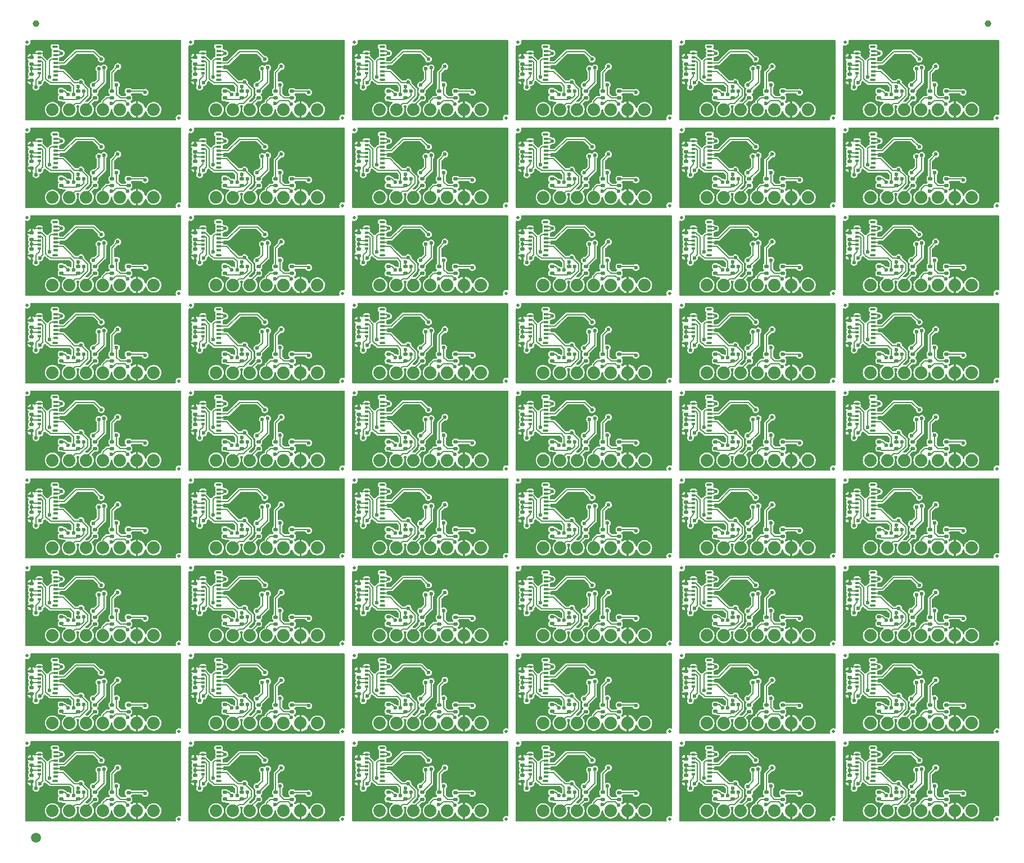
<source format=gtl>
%TF.GenerationSoftware,KiCad,Pcbnew,8.0.6*%
%TF.CreationDate,2024-11-25T14:03:36-07:00*%
%TF.ProjectId,SparkFun_BMV080_panelized,53706172-6b46-4756-9e5f-424d56303830,v01*%
%TF.SameCoordinates,Original*%
%TF.FileFunction,Copper,L1,Top*%
%TF.FilePolarity,Positive*%
%FSLAX46Y46*%
G04 Gerber Fmt 4.6, Leading zero omitted, Abs format (unit mm)*
G04 Created by KiCad (PCBNEW 8.0.6) date 2024-11-25 14:03:36*
%MOMM*%
%LPD*%
G01*
G04 APERTURE LIST*
G04 Aperture macros list*
%AMRoundRect*
0 Rectangle with rounded corners*
0 $1 Rounding radius*
0 $2 $3 $4 $5 $6 $7 $8 $9 X,Y pos of 4 corners*
0 Add a 4 corners polygon primitive as box body*
4,1,4,$2,$3,$4,$5,$6,$7,$8,$9,$2,$3,0*
0 Add four circle primitives for the rounded corners*
1,1,$1+$1,$2,$3*
1,1,$1+$1,$4,$5*
1,1,$1+$1,$6,$7*
1,1,$1+$1,$8,$9*
0 Add four rect primitives between the rounded corners*
20,1,$1+$1,$2,$3,$4,$5,0*
20,1,$1+$1,$4,$5,$6,$7,0*
20,1,$1+$1,$6,$7,$8,$9,0*
20,1,$1+$1,$8,$9,$2,$3,0*%
G04 Aperture macros list end*
%TA.AperFunction,SMDPad,CuDef*%
%ADD10C,1.000000*%
%TD*%
%TA.AperFunction,SMDPad,CuDef*%
%ADD11C,1.500000*%
%TD*%
%TA.AperFunction,SMDPad,CuDef*%
%ADD12RoundRect,0.140000X-0.170000X0.140000X-0.170000X-0.140000X0.170000X-0.140000X0.170000X0.140000X0*%
%TD*%
%TA.AperFunction,ComponentPad*%
%ADD13C,1.879600*%
%TD*%
%TA.AperFunction,SMDPad,CuDef*%
%ADD14RoundRect,0.135000X0.185000X-0.135000X0.185000X0.135000X-0.185000X0.135000X-0.185000X-0.135000X0*%
%TD*%
%TA.AperFunction,SMDPad,CuDef*%
%ADD15C,0.500000*%
%TD*%
%TA.AperFunction,SMDPad,CuDef*%
%ADD16RoundRect,0.037500X0.322500X-0.087500X0.322500X0.087500X-0.322500X0.087500X-0.322500X-0.087500X0*%
%TD*%
%TA.AperFunction,SMDPad,CuDef*%
%ADD17RoundRect,0.037500X0.222500X-0.087500X0.222500X0.087500X-0.222500X0.087500X-0.222500X-0.087500X0*%
%TD*%
%TA.AperFunction,SMDPad,CuDef*%
%ADD18RoundRect,0.045000X0.380000X-0.105000X0.380000X0.105000X-0.380000X0.105000X-0.380000X-0.105000X0*%
%TD*%
%TA.AperFunction,SMDPad,CuDef*%
%ADD19RoundRect,0.140000X0.170000X-0.140000X0.170000X0.140000X-0.170000X0.140000X-0.170000X-0.140000X0*%
%TD*%
%TA.AperFunction,ViaPad*%
%ADD20C,0.600000*%
%TD*%
%TA.AperFunction,Conductor*%
%ADD21C,0.200000*%
%TD*%
%TA.AperFunction,Conductor*%
%ADD22C,0.203200*%
%TD*%
G04 APERTURE END LIST*
D10*
%TO.P,,*%
%TO.N,*%
X145305000Y107712500D03*
%TD*%
%TO.P,,*%
%TO.N,*%
X1975000Y107712500D03*
%TD*%
D11*
%TO.P,,*%
%TO.N,*%
X1975000Y-14812500D03*
%TD*%
D12*
%TO.P,C2,1*%
%TO.N,3.3V*%
X124450000Y100170000D03*
%TO.P,C2,2*%
%TO.N,GND*%
X124450000Y99210000D03*
%TD*%
%TO.P,C2,1*%
%TO.N,3.3V*%
X124450000Y86970000D03*
%TO.P,C2,2*%
%TO.N,GND*%
X124450000Y86010000D03*
%TD*%
%TO.P,C2,1*%
%TO.N,3.3V*%
X124450000Y73770000D03*
%TO.P,C2,2*%
%TO.N,GND*%
X124450000Y72810000D03*
%TD*%
%TO.P,C2,1*%
%TO.N,3.3V*%
X124450000Y60570000D03*
%TO.P,C2,2*%
%TO.N,GND*%
X124450000Y59610000D03*
%TD*%
%TO.P,C2,1*%
%TO.N,3.3V*%
X124450000Y47370000D03*
%TO.P,C2,2*%
%TO.N,GND*%
X124450000Y46410000D03*
%TD*%
%TO.P,C2,1*%
%TO.N,3.3V*%
X124450000Y34170000D03*
%TO.P,C2,2*%
%TO.N,GND*%
X124450000Y33210000D03*
%TD*%
%TO.P,C2,1*%
%TO.N,3.3V*%
X124450000Y20970000D03*
%TO.P,C2,2*%
%TO.N,GND*%
X124450000Y20010000D03*
%TD*%
%TO.P,C2,1*%
%TO.N,3.3V*%
X124450000Y7770000D03*
%TO.P,C2,2*%
%TO.N,GND*%
X124450000Y6810000D03*
%TD*%
%TO.P,C2,1*%
%TO.N,3.3V*%
X124450000Y-5430000D03*
%TO.P,C2,2*%
%TO.N,GND*%
X124450000Y-6390000D03*
%TD*%
%TO.P,C2,1*%
%TO.N,3.3V*%
X99820000Y100170000D03*
%TO.P,C2,2*%
%TO.N,GND*%
X99820000Y99210000D03*
%TD*%
%TO.P,C2,1*%
%TO.N,3.3V*%
X99820000Y86970000D03*
%TO.P,C2,2*%
%TO.N,GND*%
X99820000Y86010000D03*
%TD*%
%TO.P,C2,1*%
%TO.N,3.3V*%
X99820000Y73770000D03*
%TO.P,C2,2*%
%TO.N,GND*%
X99820000Y72810000D03*
%TD*%
%TO.P,C2,1*%
%TO.N,3.3V*%
X99820000Y60570000D03*
%TO.P,C2,2*%
%TO.N,GND*%
X99820000Y59610000D03*
%TD*%
%TO.P,C2,1*%
%TO.N,3.3V*%
X99820000Y47370000D03*
%TO.P,C2,2*%
%TO.N,GND*%
X99820000Y46410000D03*
%TD*%
%TO.P,C2,1*%
%TO.N,3.3V*%
X99820000Y34170000D03*
%TO.P,C2,2*%
%TO.N,GND*%
X99820000Y33210000D03*
%TD*%
%TO.P,C2,1*%
%TO.N,3.3V*%
X99820000Y20970000D03*
%TO.P,C2,2*%
%TO.N,GND*%
X99820000Y20010000D03*
%TD*%
%TO.P,C2,1*%
%TO.N,3.3V*%
X99820000Y7770000D03*
%TO.P,C2,2*%
%TO.N,GND*%
X99820000Y6810000D03*
%TD*%
%TO.P,C2,1*%
%TO.N,3.3V*%
X99820000Y-5430000D03*
%TO.P,C2,2*%
%TO.N,GND*%
X99820000Y-6390000D03*
%TD*%
%TO.P,C2,1*%
%TO.N,3.3V*%
X75190000Y100170000D03*
%TO.P,C2,2*%
%TO.N,GND*%
X75190000Y99210000D03*
%TD*%
%TO.P,C2,1*%
%TO.N,3.3V*%
X75190000Y86970000D03*
%TO.P,C2,2*%
%TO.N,GND*%
X75190000Y86010000D03*
%TD*%
%TO.P,C2,1*%
%TO.N,3.3V*%
X75190000Y73770000D03*
%TO.P,C2,2*%
%TO.N,GND*%
X75190000Y72810000D03*
%TD*%
%TO.P,C2,1*%
%TO.N,3.3V*%
X75190000Y60570000D03*
%TO.P,C2,2*%
%TO.N,GND*%
X75190000Y59610000D03*
%TD*%
%TO.P,C2,1*%
%TO.N,3.3V*%
X75190000Y47370000D03*
%TO.P,C2,2*%
%TO.N,GND*%
X75190000Y46410000D03*
%TD*%
%TO.P,C2,1*%
%TO.N,3.3V*%
X75190000Y34170000D03*
%TO.P,C2,2*%
%TO.N,GND*%
X75190000Y33210000D03*
%TD*%
%TO.P,C2,1*%
%TO.N,3.3V*%
X75190000Y20970000D03*
%TO.P,C2,2*%
%TO.N,GND*%
X75190000Y20010000D03*
%TD*%
%TO.P,C2,1*%
%TO.N,3.3V*%
X75190000Y7770000D03*
%TO.P,C2,2*%
%TO.N,GND*%
X75190000Y6810000D03*
%TD*%
%TO.P,C2,1*%
%TO.N,3.3V*%
X75190000Y-5430000D03*
%TO.P,C2,2*%
%TO.N,GND*%
X75190000Y-6390000D03*
%TD*%
%TO.P,C2,1*%
%TO.N,3.3V*%
X50560000Y100170000D03*
%TO.P,C2,2*%
%TO.N,GND*%
X50560000Y99210000D03*
%TD*%
%TO.P,C2,1*%
%TO.N,3.3V*%
X50560000Y86970000D03*
%TO.P,C2,2*%
%TO.N,GND*%
X50560000Y86010000D03*
%TD*%
%TO.P,C2,1*%
%TO.N,3.3V*%
X50560000Y73770000D03*
%TO.P,C2,2*%
%TO.N,GND*%
X50560000Y72810000D03*
%TD*%
%TO.P,C2,1*%
%TO.N,3.3V*%
X50560000Y60570000D03*
%TO.P,C2,2*%
%TO.N,GND*%
X50560000Y59610000D03*
%TD*%
%TO.P,C2,1*%
%TO.N,3.3V*%
X50560000Y47370000D03*
%TO.P,C2,2*%
%TO.N,GND*%
X50560000Y46410000D03*
%TD*%
%TO.P,C2,1*%
%TO.N,3.3V*%
X50560000Y34170000D03*
%TO.P,C2,2*%
%TO.N,GND*%
X50560000Y33210000D03*
%TD*%
%TO.P,C2,1*%
%TO.N,3.3V*%
X50560000Y20970000D03*
%TO.P,C2,2*%
%TO.N,GND*%
X50560000Y20010000D03*
%TD*%
%TO.P,C2,1*%
%TO.N,3.3V*%
X50560000Y7770000D03*
%TO.P,C2,2*%
%TO.N,GND*%
X50560000Y6810000D03*
%TD*%
%TO.P,C2,1*%
%TO.N,3.3V*%
X50560000Y-5430000D03*
%TO.P,C2,2*%
%TO.N,GND*%
X50560000Y-6390000D03*
%TD*%
%TO.P,C2,1*%
%TO.N,3.3V*%
X25930000Y100170000D03*
%TO.P,C2,2*%
%TO.N,GND*%
X25930000Y99210000D03*
%TD*%
%TO.P,C2,1*%
%TO.N,3.3V*%
X25930000Y86970000D03*
%TO.P,C2,2*%
%TO.N,GND*%
X25930000Y86010000D03*
%TD*%
%TO.P,C2,1*%
%TO.N,3.3V*%
X25930000Y73770000D03*
%TO.P,C2,2*%
%TO.N,GND*%
X25930000Y72810000D03*
%TD*%
%TO.P,C2,1*%
%TO.N,3.3V*%
X25930000Y60570000D03*
%TO.P,C2,2*%
%TO.N,GND*%
X25930000Y59610000D03*
%TD*%
%TO.P,C2,1*%
%TO.N,3.3V*%
X25930000Y47370000D03*
%TO.P,C2,2*%
%TO.N,GND*%
X25930000Y46410000D03*
%TD*%
%TO.P,C2,1*%
%TO.N,3.3V*%
X25930000Y34170000D03*
%TO.P,C2,2*%
%TO.N,GND*%
X25930000Y33210000D03*
%TD*%
%TO.P,C2,1*%
%TO.N,3.3V*%
X25930000Y20970000D03*
%TO.P,C2,2*%
%TO.N,GND*%
X25930000Y20010000D03*
%TD*%
%TO.P,C2,1*%
%TO.N,3.3V*%
X25930000Y7770000D03*
%TO.P,C2,2*%
%TO.N,GND*%
X25930000Y6810000D03*
%TD*%
%TO.P,C2,1*%
%TO.N,3.3V*%
X25930000Y-5430000D03*
%TO.P,C2,2*%
%TO.N,GND*%
X25930000Y-6390000D03*
%TD*%
%TO.P,C2,1*%
%TO.N,3.3V*%
X1300000Y100170000D03*
%TO.P,C2,2*%
%TO.N,GND*%
X1300000Y99210000D03*
%TD*%
%TO.P,C2,1*%
%TO.N,3.3V*%
X1300000Y86970000D03*
%TO.P,C2,2*%
%TO.N,GND*%
X1300000Y86010000D03*
%TD*%
%TO.P,C2,1*%
%TO.N,3.3V*%
X1300000Y73770000D03*
%TO.P,C2,2*%
%TO.N,GND*%
X1300000Y72810000D03*
%TD*%
%TO.P,C2,1*%
%TO.N,3.3V*%
X1300000Y60570000D03*
%TO.P,C2,2*%
%TO.N,GND*%
X1300000Y59610000D03*
%TD*%
%TO.P,C2,1*%
%TO.N,3.3V*%
X1300000Y47370000D03*
%TO.P,C2,2*%
%TO.N,GND*%
X1300000Y46410000D03*
%TD*%
%TO.P,C2,1*%
%TO.N,3.3V*%
X1300000Y34170000D03*
%TO.P,C2,2*%
%TO.N,GND*%
X1300000Y33210000D03*
%TD*%
%TO.P,C2,1*%
%TO.N,3.3V*%
X1300000Y20970000D03*
%TO.P,C2,2*%
%TO.N,GND*%
X1300000Y20010000D03*
%TD*%
%TO.P,C2,1*%
%TO.N,3.3V*%
X1300000Y7770000D03*
%TO.P,C2,2*%
%TO.N,GND*%
X1300000Y6810000D03*
%TD*%
D13*
%TO.P,J2,1,Pin_1*%
%TO.N,IRQ*%
X127595000Y94805000D03*
%TO.P,J2,2,Pin_2*%
%TO.N,AB0*%
X130135000Y94805000D03*
%TO.P,J2,3,Pin_3*%
%TO.N,SCL*%
X132675000Y94805000D03*
%TO.P,J2,4,Pin_4*%
%TO.N,SDA*%
X135215000Y94805000D03*
%TO.P,J2,5,Pin_5*%
%TO.N,3.3V*%
X137755000Y94805000D03*
%TO.P,J2,6,Pin_6*%
%TO.N,GND*%
X140295000Y94805000D03*
%TO.P,J2,7,Pin_7*%
%TO.N,AB1*%
X142835000Y94805000D03*
%TD*%
%TO.P,J2,1,Pin_1*%
%TO.N,IRQ*%
X127595000Y81605000D03*
%TO.P,J2,2,Pin_2*%
%TO.N,AB0*%
X130135000Y81605000D03*
%TO.P,J2,3,Pin_3*%
%TO.N,SCL*%
X132675000Y81605000D03*
%TO.P,J2,4,Pin_4*%
%TO.N,SDA*%
X135215000Y81605000D03*
%TO.P,J2,5,Pin_5*%
%TO.N,3.3V*%
X137755000Y81605000D03*
%TO.P,J2,6,Pin_6*%
%TO.N,GND*%
X140295000Y81605000D03*
%TO.P,J2,7,Pin_7*%
%TO.N,AB1*%
X142835000Y81605000D03*
%TD*%
%TO.P,J2,1,Pin_1*%
%TO.N,IRQ*%
X127595000Y68405000D03*
%TO.P,J2,2,Pin_2*%
%TO.N,AB0*%
X130135000Y68405000D03*
%TO.P,J2,3,Pin_3*%
%TO.N,SCL*%
X132675000Y68405000D03*
%TO.P,J2,4,Pin_4*%
%TO.N,SDA*%
X135215000Y68405000D03*
%TO.P,J2,5,Pin_5*%
%TO.N,3.3V*%
X137755000Y68405000D03*
%TO.P,J2,6,Pin_6*%
%TO.N,GND*%
X140295000Y68405000D03*
%TO.P,J2,7,Pin_7*%
%TO.N,AB1*%
X142835000Y68405000D03*
%TD*%
%TO.P,J2,1,Pin_1*%
%TO.N,IRQ*%
X127595000Y55205000D03*
%TO.P,J2,2,Pin_2*%
%TO.N,AB0*%
X130135000Y55205000D03*
%TO.P,J2,3,Pin_3*%
%TO.N,SCL*%
X132675000Y55205000D03*
%TO.P,J2,4,Pin_4*%
%TO.N,SDA*%
X135215000Y55205000D03*
%TO.P,J2,5,Pin_5*%
%TO.N,3.3V*%
X137755000Y55205000D03*
%TO.P,J2,6,Pin_6*%
%TO.N,GND*%
X140295000Y55205000D03*
%TO.P,J2,7,Pin_7*%
%TO.N,AB1*%
X142835000Y55205000D03*
%TD*%
%TO.P,J2,1,Pin_1*%
%TO.N,IRQ*%
X127595000Y42005000D03*
%TO.P,J2,2,Pin_2*%
%TO.N,AB0*%
X130135000Y42005000D03*
%TO.P,J2,3,Pin_3*%
%TO.N,SCL*%
X132675000Y42005000D03*
%TO.P,J2,4,Pin_4*%
%TO.N,SDA*%
X135215000Y42005000D03*
%TO.P,J2,5,Pin_5*%
%TO.N,3.3V*%
X137755000Y42005000D03*
%TO.P,J2,6,Pin_6*%
%TO.N,GND*%
X140295000Y42005000D03*
%TO.P,J2,7,Pin_7*%
%TO.N,AB1*%
X142835000Y42005000D03*
%TD*%
%TO.P,J2,1,Pin_1*%
%TO.N,IRQ*%
X127595000Y28805000D03*
%TO.P,J2,2,Pin_2*%
%TO.N,AB0*%
X130135000Y28805000D03*
%TO.P,J2,3,Pin_3*%
%TO.N,SCL*%
X132675000Y28805000D03*
%TO.P,J2,4,Pin_4*%
%TO.N,SDA*%
X135215000Y28805000D03*
%TO.P,J2,5,Pin_5*%
%TO.N,3.3V*%
X137755000Y28805000D03*
%TO.P,J2,6,Pin_6*%
%TO.N,GND*%
X140295000Y28805000D03*
%TO.P,J2,7,Pin_7*%
%TO.N,AB1*%
X142835000Y28805000D03*
%TD*%
%TO.P,J2,1,Pin_1*%
%TO.N,IRQ*%
X127595000Y15605000D03*
%TO.P,J2,2,Pin_2*%
%TO.N,AB0*%
X130135000Y15605000D03*
%TO.P,J2,3,Pin_3*%
%TO.N,SCL*%
X132675000Y15605000D03*
%TO.P,J2,4,Pin_4*%
%TO.N,SDA*%
X135215000Y15605000D03*
%TO.P,J2,5,Pin_5*%
%TO.N,3.3V*%
X137755000Y15605000D03*
%TO.P,J2,6,Pin_6*%
%TO.N,GND*%
X140295000Y15605000D03*
%TO.P,J2,7,Pin_7*%
%TO.N,AB1*%
X142835000Y15605000D03*
%TD*%
%TO.P,J2,1,Pin_1*%
%TO.N,IRQ*%
X127595000Y2405000D03*
%TO.P,J2,2,Pin_2*%
%TO.N,AB0*%
X130135000Y2405000D03*
%TO.P,J2,3,Pin_3*%
%TO.N,SCL*%
X132675000Y2405000D03*
%TO.P,J2,4,Pin_4*%
%TO.N,SDA*%
X135215000Y2405000D03*
%TO.P,J2,5,Pin_5*%
%TO.N,3.3V*%
X137755000Y2405000D03*
%TO.P,J2,6,Pin_6*%
%TO.N,GND*%
X140295000Y2405000D03*
%TO.P,J2,7,Pin_7*%
%TO.N,AB1*%
X142835000Y2405000D03*
%TD*%
%TO.P,J2,1,Pin_1*%
%TO.N,IRQ*%
X127595000Y-10795000D03*
%TO.P,J2,2,Pin_2*%
%TO.N,AB0*%
X130135000Y-10795000D03*
%TO.P,J2,3,Pin_3*%
%TO.N,SCL*%
X132675000Y-10795000D03*
%TO.P,J2,4,Pin_4*%
%TO.N,SDA*%
X135215000Y-10795000D03*
%TO.P,J2,5,Pin_5*%
%TO.N,3.3V*%
X137755000Y-10795000D03*
%TO.P,J2,6,Pin_6*%
%TO.N,GND*%
X140295000Y-10795000D03*
%TO.P,J2,7,Pin_7*%
%TO.N,AB1*%
X142835000Y-10795000D03*
%TD*%
%TO.P,J2,1,Pin_1*%
%TO.N,IRQ*%
X102965000Y94805000D03*
%TO.P,J2,2,Pin_2*%
%TO.N,AB0*%
X105505000Y94805000D03*
%TO.P,J2,3,Pin_3*%
%TO.N,SCL*%
X108045000Y94805000D03*
%TO.P,J2,4,Pin_4*%
%TO.N,SDA*%
X110585000Y94805000D03*
%TO.P,J2,5,Pin_5*%
%TO.N,3.3V*%
X113125000Y94805000D03*
%TO.P,J2,6,Pin_6*%
%TO.N,GND*%
X115665000Y94805000D03*
%TO.P,J2,7,Pin_7*%
%TO.N,AB1*%
X118205000Y94805000D03*
%TD*%
%TO.P,J2,1,Pin_1*%
%TO.N,IRQ*%
X102965000Y81605000D03*
%TO.P,J2,2,Pin_2*%
%TO.N,AB0*%
X105505000Y81605000D03*
%TO.P,J2,3,Pin_3*%
%TO.N,SCL*%
X108045000Y81605000D03*
%TO.P,J2,4,Pin_4*%
%TO.N,SDA*%
X110585000Y81605000D03*
%TO.P,J2,5,Pin_5*%
%TO.N,3.3V*%
X113125000Y81605000D03*
%TO.P,J2,6,Pin_6*%
%TO.N,GND*%
X115665000Y81605000D03*
%TO.P,J2,7,Pin_7*%
%TO.N,AB1*%
X118205000Y81605000D03*
%TD*%
%TO.P,J2,1,Pin_1*%
%TO.N,IRQ*%
X102965000Y68405000D03*
%TO.P,J2,2,Pin_2*%
%TO.N,AB0*%
X105505000Y68405000D03*
%TO.P,J2,3,Pin_3*%
%TO.N,SCL*%
X108045000Y68405000D03*
%TO.P,J2,4,Pin_4*%
%TO.N,SDA*%
X110585000Y68405000D03*
%TO.P,J2,5,Pin_5*%
%TO.N,3.3V*%
X113125000Y68405000D03*
%TO.P,J2,6,Pin_6*%
%TO.N,GND*%
X115665000Y68405000D03*
%TO.P,J2,7,Pin_7*%
%TO.N,AB1*%
X118205000Y68405000D03*
%TD*%
%TO.P,J2,1,Pin_1*%
%TO.N,IRQ*%
X102965000Y55205000D03*
%TO.P,J2,2,Pin_2*%
%TO.N,AB0*%
X105505000Y55205000D03*
%TO.P,J2,3,Pin_3*%
%TO.N,SCL*%
X108045000Y55205000D03*
%TO.P,J2,4,Pin_4*%
%TO.N,SDA*%
X110585000Y55205000D03*
%TO.P,J2,5,Pin_5*%
%TO.N,3.3V*%
X113125000Y55205000D03*
%TO.P,J2,6,Pin_6*%
%TO.N,GND*%
X115665000Y55205000D03*
%TO.P,J2,7,Pin_7*%
%TO.N,AB1*%
X118205000Y55205000D03*
%TD*%
%TO.P,J2,1,Pin_1*%
%TO.N,IRQ*%
X102965000Y42005000D03*
%TO.P,J2,2,Pin_2*%
%TO.N,AB0*%
X105505000Y42005000D03*
%TO.P,J2,3,Pin_3*%
%TO.N,SCL*%
X108045000Y42005000D03*
%TO.P,J2,4,Pin_4*%
%TO.N,SDA*%
X110585000Y42005000D03*
%TO.P,J2,5,Pin_5*%
%TO.N,3.3V*%
X113125000Y42005000D03*
%TO.P,J2,6,Pin_6*%
%TO.N,GND*%
X115665000Y42005000D03*
%TO.P,J2,7,Pin_7*%
%TO.N,AB1*%
X118205000Y42005000D03*
%TD*%
%TO.P,J2,1,Pin_1*%
%TO.N,IRQ*%
X102965000Y28805000D03*
%TO.P,J2,2,Pin_2*%
%TO.N,AB0*%
X105505000Y28805000D03*
%TO.P,J2,3,Pin_3*%
%TO.N,SCL*%
X108045000Y28805000D03*
%TO.P,J2,4,Pin_4*%
%TO.N,SDA*%
X110585000Y28805000D03*
%TO.P,J2,5,Pin_5*%
%TO.N,3.3V*%
X113125000Y28805000D03*
%TO.P,J2,6,Pin_6*%
%TO.N,GND*%
X115665000Y28805000D03*
%TO.P,J2,7,Pin_7*%
%TO.N,AB1*%
X118205000Y28805000D03*
%TD*%
%TO.P,J2,1,Pin_1*%
%TO.N,IRQ*%
X102965000Y15605000D03*
%TO.P,J2,2,Pin_2*%
%TO.N,AB0*%
X105505000Y15605000D03*
%TO.P,J2,3,Pin_3*%
%TO.N,SCL*%
X108045000Y15605000D03*
%TO.P,J2,4,Pin_4*%
%TO.N,SDA*%
X110585000Y15605000D03*
%TO.P,J2,5,Pin_5*%
%TO.N,3.3V*%
X113125000Y15605000D03*
%TO.P,J2,6,Pin_6*%
%TO.N,GND*%
X115665000Y15605000D03*
%TO.P,J2,7,Pin_7*%
%TO.N,AB1*%
X118205000Y15605000D03*
%TD*%
%TO.P,J2,1,Pin_1*%
%TO.N,IRQ*%
X102965000Y2405000D03*
%TO.P,J2,2,Pin_2*%
%TO.N,AB0*%
X105505000Y2405000D03*
%TO.P,J2,3,Pin_3*%
%TO.N,SCL*%
X108045000Y2405000D03*
%TO.P,J2,4,Pin_4*%
%TO.N,SDA*%
X110585000Y2405000D03*
%TO.P,J2,5,Pin_5*%
%TO.N,3.3V*%
X113125000Y2405000D03*
%TO.P,J2,6,Pin_6*%
%TO.N,GND*%
X115665000Y2405000D03*
%TO.P,J2,7,Pin_7*%
%TO.N,AB1*%
X118205000Y2405000D03*
%TD*%
%TO.P,J2,1,Pin_1*%
%TO.N,IRQ*%
X102965000Y-10795000D03*
%TO.P,J2,2,Pin_2*%
%TO.N,AB0*%
X105505000Y-10795000D03*
%TO.P,J2,3,Pin_3*%
%TO.N,SCL*%
X108045000Y-10795000D03*
%TO.P,J2,4,Pin_4*%
%TO.N,SDA*%
X110585000Y-10795000D03*
%TO.P,J2,5,Pin_5*%
%TO.N,3.3V*%
X113125000Y-10795000D03*
%TO.P,J2,6,Pin_6*%
%TO.N,GND*%
X115665000Y-10795000D03*
%TO.P,J2,7,Pin_7*%
%TO.N,AB1*%
X118205000Y-10795000D03*
%TD*%
%TO.P,J2,1,Pin_1*%
%TO.N,IRQ*%
X78335000Y94805000D03*
%TO.P,J2,2,Pin_2*%
%TO.N,AB0*%
X80875000Y94805000D03*
%TO.P,J2,3,Pin_3*%
%TO.N,SCL*%
X83415000Y94805000D03*
%TO.P,J2,4,Pin_4*%
%TO.N,SDA*%
X85955000Y94805000D03*
%TO.P,J2,5,Pin_5*%
%TO.N,3.3V*%
X88495000Y94805000D03*
%TO.P,J2,6,Pin_6*%
%TO.N,GND*%
X91035000Y94805000D03*
%TO.P,J2,7,Pin_7*%
%TO.N,AB1*%
X93575000Y94805000D03*
%TD*%
%TO.P,J2,1,Pin_1*%
%TO.N,IRQ*%
X78335000Y81605000D03*
%TO.P,J2,2,Pin_2*%
%TO.N,AB0*%
X80875000Y81605000D03*
%TO.P,J2,3,Pin_3*%
%TO.N,SCL*%
X83415000Y81605000D03*
%TO.P,J2,4,Pin_4*%
%TO.N,SDA*%
X85955000Y81605000D03*
%TO.P,J2,5,Pin_5*%
%TO.N,3.3V*%
X88495000Y81605000D03*
%TO.P,J2,6,Pin_6*%
%TO.N,GND*%
X91035000Y81605000D03*
%TO.P,J2,7,Pin_7*%
%TO.N,AB1*%
X93575000Y81605000D03*
%TD*%
%TO.P,J2,1,Pin_1*%
%TO.N,IRQ*%
X78335000Y68405000D03*
%TO.P,J2,2,Pin_2*%
%TO.N,AB0*%
X80875000Y68405000D03*
%TO.P,J2,3,Pin_3*%
%TO.N,SCL*%
X83415000Y68405000D03*
%TO.P,J2,4,Pin_4*%
%TO.N,SDA*%
X85955000Y68405000D03*
%TO.P,J2,5,Pin_5*%
%TO.N,3.3V*%
X88495000Y68405000D03*
%TO.P,J2,6,Pin_6*%
%TO.N,GND*%
X91035000Y68405000D03*
%TO.P,J2,7,Pin_7*%
%TO.N,AB1*%
X93575000Y68405000D03*
%TD*%
%TO.P,J2,1,Pin_1*%
%TO.N,IRQ*%
X78335000Y55205000D03*
%TO.P,J2,2,Pin_2*%
%TO.N,AB0*%
X80875000Y55205000D03*
%TO.P,J2,3,Pin_3*%
%TO.N,SCL*%
X83415000Y55205000D03*
%TO.P,J2,4,Pin_4*%
%TO.N,SDA*%
X85955000Y55205000D03*
%TO.P,J2,5,Pin_5*%
%TO.N,3.3V*%
X88495000Y55205000D03*
%TO.P,J2,6,Pin_6*%
%TO.N,GND*%
X91035000Y55205000D03*
%TO.P,J2,7,Pin_7*%
%TO.N,AB1*%
X93575000Y55205000D03*
%TD*%
%TO.P,J2,1,Pin_1*%
%TO.N,IRQ*%
X78335000Y42005000D03*
%TO.P,J2,2,Pin_2*%
%TO.N,AB0*%
X80875000Y42005000D03*
%TO.P,J2,3,Pin_3*%
%TO.N,SCL*%
X83415000Y42005000D03*
%TO.P,J2,4,Pin_4*%
%TO.N,SDA*%
X85955000Y42005000D03*
%TO.P,J2,5,Pin_5*%
%TO.N,3.3V*%
X88495000Y42005000D03*
%TO.P,J2,6,Pin_6*%
%TO.N,GND*%
X91035000Y42005000D03*
%TO.P,J2,7,Pin_7*%
%TO.N,AB1*%
X93575000Y42005000D03*
%TD*%
%TO.P,J2,1,Pin_1*%
%TO.N,IRQ*%
X78335000Y28805000D03*
%TO.P,J2,2,Pin_2*%
%TO.N,AB0*%
X80875000Y28805000D03*
%TO.P,J2,3,Pin_3*%
%TO.N,SCL*%
X83415000Y28805000D03*
%TO.P,J2,4,Pin_4*%
%TO.N,SDA*%
X85955000Y28805000D03*
%TO.P,J2,5,Pin_5*%
%TO.N,3.3V*%
X88495000Y28805000D03*
%TO.P,J2,6,Pin_6*%
%TO.N,GND*%
X91035000Y28805000D03*
%TO.P,J2,7,Pin_7*%
%TO.N,AB1*%
X93575000Y28805000D03*
%TD*%
%TO.P,J2,1,Pin_1*%
%TO.N,IRQ*%
X78335000Y15605000D03*
%TO.P,J2,2,Pin_2*%
%TO.N,AB0*%
X80875000Y15605000D03*
%TO.P,J2,3,Pin_3*%
%TO.N,SCL*%
X83415000Y15605000D03*
%TO.P,J2,4,Pin_4*%
%TO.N,SDA*%
X85955000Y15605000D03*
%TO.P,J2,5,Pin_5*%
%TO.N,3.3V*%
X88495000Y15605000D03*
%TO.P,J2,6,Pin_6*%
%TO.N,GND*%
X91035000Y15605000D03*
%TO.P,J2,7,Pin_7*%
%TO.N,AB1*%
X93575000Y15605000D03*
%TD*%
%TO.P,J2,1,Pin_1*%
%TO.N,IRQ*%
X78335000Y2405000D03*
%TO.P,J2,2,Pin_2*%
%TO.N,AB0*%
X80875000Y2405000D03*
%TO.P,J2,3,Pin_3*%
%TO.N,SCL*%
X83415000Y2405000D03*
%TO.P,J2,4,Pin_4*%
%TO.N,SDA*%
X85955000Y2405000D03*
%TO.P,J2,5,Pin_5*%
%TO.N,3.3V*%
X88495000Y2405000D03*
%TO.P,J2,6,Pin_6*%
%TO.N,GND*%
X91035000Y2405000D03*
%TO.P,J2,7,Pin_7*%
%TO.N,AB1*%
X93575000Y2405000D03*
%TD*%
%TO.P,J2,1,Pin_1*%
%TO.N,IRQ*%
X78335000Y-10795000D03*
%TO.P,J2,2,Pin_2*%
%TO.N,AB0*%
X80875000Y-10795000D03*
%TO.P,J2,3,Pin_3*%
%TO.N,SCL*%
X83415000Y-10795000D03*
%TO.P,J2,4,Pin_4*%
%TO.N,SDA*%
X85955000Y-10795000D03*
%TO.P,J2,5,Pin_5*%
%TO.N,3.3V*%
X88495000Y-10795000D03*
%TO.P,J2,6,Pin_6*%
%TO.N,GND*%
X91035000Y-10795000D03*
%TO.P,J2,7,Pin_7*%
%TO.N,AB1*%
X93575000Y-10795000D03*
%TD*%
%TO.P,J2,1,Pin_1*%
%TO.N,IRQ*%
X53705000Y94805000D03*
%TO.P,J2,2,Pin_2*%
%TO.N,AB0*%
X56245000Y94805000D03*
%TO.P,J2,3,Pin_3*%
%TO.N,SCL*%
X58785000Y94805000D03*
%TO.P,J2,4,Pin_4*%
%TO.N,SDA*%
X61325000Y94805000D03*
%TO.P,J2,5,Pin_5*%
%TO.N,3.3V*%
X63865000Y94805000D03*
%TO.P,J2,6,Pin_6*%
%TO.N,GND*%
X66405000Y94805000D03*
%TO.P,J2,7,Pin_7*%
%TO.N,AB1*%
X68945000Y94805000D03*
%TD*%
%TO.P,J2,1,Pin_1*%
%TO.N,IRQ*%
X53705000Y81605000D03*
%TO.P,J2,2,Pin_2*%
%TO.N,AB0*%
X56245000Y81605000D03*
%TO.P,J2,3,Pin_3*%
%TO.N,SCL*%
X58785000Y81605000D03*
%TO.P,J2,4,Pin_4*%
%TO.N,SDA*%
X61325000Y81605000D03*
%TO.P,J2,5,Pin_5*%
%TO.N,3.3V*%
X63865000Y81605000D03*
%TO.P,J2,6,Pin_6*%
%TO.N,GND*%
X66405000Y81605000D03*
%TO.P,J2,7,Pin_7*%
%TO.N,AB1*%
X68945000Y81605000D03*
%TD*%
%TO.P,J2,1,Pin_1*%
%TO.N,IRQ*%
X53705000Y68405000D03*
%TO.P,J2,2,Pin_2*%
%TO.N,AB0*%
X56245000Y68405000D03*
%TO.P,J2,3,Pin_3*%
%TO.N,SCL*%
X58785000Y68405000D03*
%TO.P,J2,4,Pin_4*%
%TO.N,SDA*%
X61325000Y68405000D03*
%TO.P,J2,5,Pin_5*%
%TO.N,3.3V*%
X63865000Y68405000D03*
%TO.P,J2,6,Pin_6*%
%TO.N,GND*%
X66405000Y68405000D03*
%TO.P,J2,7,Pin_7*%
%TO.N,AB1*%
X68945000Y68405000D03*
%TD*%
%TO.P,J2,1,Pin_1*%
%TO.N,IRQ*%
X53705000Y55205000D03*
%TO.P,J2,2,Pin_2*%
%TO.N,AB0*%
X56245000Y55205000D03*
%TO.P,J2,3,Pin_3*%
%TO.N,SCL*%
X58785000Y55205000D03*
%TO.P,J2,4,Pin_4*%
%TO.N,SDA*%
X61325000Y55205000D03*
%TO.P,J2,5,Pin_5*%
%TO.N,3.3V*%
X63865000Y55205000D03*
%TO.P,J2,6,Pin_6*%
%TO.N,GND*%
X66405000Y55205000D03*
%TO.P,J2,7,Pin_7*%
%TO.N,AB1*%
X68945000Y55205000D03*
%TD*%
%TO.P,J2,1,Pin_1*%
%TO.N,IRQ*%
X53705000Y42005000D03*
%TO.P,J2,2,Pin_2*%
%TO.N,AB0*%
X56245000Y42005000D03*
%TO.P,J2,3,Pin_3*%
%TO.N,SCL*%
X58785000Y42005000D03*
%TO.P,J2,4,Pin_4*%
%TO.N,SDA*%
X61325000Y42005000D03*
%TO.P,J2,5,Pin_5*%
%TO.N,3.3V*%
X63865000Y42005000D03*
%TO.P,J2,6,Pin_6*%
%TO.N,GND*%
X66405000Y42005000D03*
%TO.P,J2,7,Pin_7*%
%TO.N,AB1*%
X68945000Y42005000D03*
%TD*%
%TO.P,J2,1,Pin_1*%
%TO.N,IRQ*%
X53705000Y28805000D03*
%TO.P,J2,2,Pin_2*%
%TO.N,AB0*%
X56245000Y28805000D03*
%TO.P,J2,3,Pin_3*%
%TO.N,SCL*%
X58785000Y28805000D03*
%TO.P,J2,4,Pin_4*%
%TO.N,SDA*%
X61325000Y28805000D03*
%TO.P,J2,5,Pin_5*%
%TO.N,3.3V*%
X63865000Y28805000D03*
%TO.P,J2,6,Pin_6*%
%TO.N,GND*%
X66405000Y28805000D03*
%TO.P,J2,7,Pin_7*%
%TO.N,AB1*%
X68945000Y28805000D03*
%TD*%
%TO.P,J2,1,Pin_1*%
%TO.N,IRQ*%
X53705000Y15605000D03*
%TO.P,J2,2,Pin_2*%
%TO.N,AB0*%
X56245000Y15605000D03*
%TO.P,J2,3,Pin_3*%
%TO.N,SCL*%
X58785000Y15605000D03*
%TO.P,J2,4,Pin_4*%
%TO.N,SDA*%
X61325000Y15605000D03*
%TO.P,J2,5,Pin_5*%
%TO.N,3.3V*%
X63865000Y15605000D03*
%TO.P,J2,6,Pin_6*%
%TO.N,GND*%
X66405000Y15605000D03*
%TO.P,J2,7,Pin_7*%
%TO.N,AB1*%
X68945000Y15605000D03*
%TD*%
%TO.P,J2,1,Pin_1*%
%TO.N,IRQ*%
X53705000Y2405000D03*
%TO.P,J2,2,Pin_2*%
%TO.N,AB0*%
X56245000Y2405000D03*
%TO.P,J2,3,Pin_3*%
%TO.N,SCL*%
X58785000Y2405000D03*
%TO.P,J2,4,Pin_4*%
%TO.N,SDA*%
X61325000Y2405000D03*
%TO.P,J2,5,Pin_5*%
%TO.N,3.3V*%
X63865000Y2405000D03*
%TO.P,J2,6,Pin_6*%
%TO.N,GND*%
X66405000Y2405000D03*
%TO.P,J2,7,Pin_7*%
%TO.N,AB1*%
X68945000Y2405000D03*
%TD*%
%TO.P,J2,1,Pin_1*%
%TO.N,IRQ*%
X53705000Y-10795000D03*
%TO.P,J2,2,Pin_2*%
%TO.N,AB0*%
X56245000Y-10795000D03*
%TO.P,J2,3,Pin_3*%
%TO.N,SCL*%
X58785000Y-10795000D03*
%TO.P,J2,4,Pin_4*%
%TO.N,SDA*%
X61325000Y-10795000D03*
%TO.P,J2,5,Pin_5*%
%TO.N,3.3V*%
X63865000Y-10795000D03*
%TO.P,J2,6,Pin_6*%
%TO.N,GND*%
X66405000Y-10795000D03*
%TO.P,J2,7,Pin_7*%
%TO.N,AB1*%
X68945000Y-10795000D03*
%TD*%
%TO.P,J2,1,Pin_1*%
%TO.N,IRQ*%
X29075000Y94805000D03*
%TO.P,J2,2,Pin_2*%
%TO.N,AB0*%
X31615000Y94805000D03*
%TO.P,J2,3,Pin_3*%
%TO.N,SCL*%
X34155000Y94805000D03*
%TO.P,J2,4,Pin_4*%
%TO.N,SDA*%
X36695000Y94805000D03*
%TO.P,J2,5,Pin_5*%
%TO.N,3.3V*%
X39235000Y94805000D03*
%TO.P,J2,6,Pin_6*%
%TO.N,GND*%
X41775000Y94805000D03*
%TO.P,J2,7,Pin_7*%
%TO.N,AB1*%
X44315000Y94805000D03*
%TD*%
%TO.P,J2,1,Pin_1*%
%TO.N,IRQ*%
X29075000Y81605000D03*
%TO.P,J2,2,Pin_2*%
%TO.N,AB0*%
X31615000Y81605000D03*
%TO.P,J2,3,Pin_3*%
%TO.N,SCL*%
X34155000Y81605000D03*
%TO.P,J2,4,Pin_4*%
%TO.N,SDA*%
X36695000Y81605000D03*
%TO.P,J2,5,Pin_5*%
%TO.N,3.3V*%
X39235000Y81605000D03*
%TO.P,J2,6,Pin_6*%
%TO.N,GND*%
X41775000Y81605000D03*
%TO.P,J2,7,Pin_7*%
%TO.N,AB1*%
X44315000Y81605000D03*
%TD*%
%TO.P,J2,1,Pin_1*%
%TO.N,IRQ*%
X29075000Y68405000D03*
%TO.P,J2,2,Pin_2*%
%TO.N,AB0*%
X31615000Y68405000D03*
%TO.P,J2,3,Pin_3*%
%TO.N,SCL*%
X34155000Y68405000D03*
%TO.P,J2,4,Pin_4*%
%TO.N,SDA*%
X36695000Y68405000D03*
%TO.P,J2,5,Pin_5*%
%TO.N,3.3V*%
X39235000Y68405000D03*
%TO.P,J2,6,Pin_6*%
%TO.N,GND*%
X41775000Y68405000D03*
%TO.P,J2,7,Pin_7*%
%TO.N,AB1*%
X44315000Y68405000D03*
%TD*%
%TO.P,J2,1,Pin_1*%
%TO.N,IRQ*%
X29075000Y55205000D03*
%TO.P,J2,2,Pin_2*%
%TO.N,AB0*%
X31615000Y55205000D03*
%TO.P,J2,3,Pin_3*%
%TO.N,SCL*%
X34155000Y55205000D03*
%TO.P,J2,4,Pin_4*%
%TO.N,SDA*%
X36695000Y55205000D03*
%TO.P,J2,5,Pin_5*%
%TO.N,3.3V*%
X39235000Y55205000D03*
%TO.P,J2,6,Pin_6*%
%TO.N,GND*%
X41775000Y55205000D03*
%TO.P,J2,7,Pin_7*%
%TO.N,AB1*%
X44315000Y55205000D03*
%TD*%
%TO.P,J2,1,Pin_1*%
%TO.N,IRQ*%
X29075000Y42005000D03*
%TO.P,J2,2,Pin_2*%
%TO.N,AB0*%
X31615000Y42005000D03*
%TO.P,J2,3,Pin_3*%
%TO.N,SCL*%
X34155000Y42005000D03*
%TO.P,J2,4,Pin_4*%
%TO.N,SDA*%
X36695000Y42005000D03*
%TO.P,J2,5,Pin_5*%
%TO.N,3.3V*%
X39235000Y42005000D03*
%TO.P,J2,6,Pin_6*%
%TO.N,GND*%
X41775000Y42005000D03*
%TO.P,J2,7,Pin_7*%
%TO.N,AB1*%
X44315000Y42005000D03*
%TD*%
%TO.P,J2,1,Pin_1*%
%TO.N,IRQ*%
X29075000Y28805000D03*
%TO.P,J2,2,Pin_2*%
%TO.N,AB0*%
X31615000Y28805000D03*
%TO.P,J2,3,Pin_3*%
%TO.N,SCL*%
X34155000Y28805000D03*
%TO.P,J2,4,Pin_4*%
%TO.N,SDA*%
X36695000Y28805000D03*
%TO.P,J2,5,Pin_5*%
%TO.N,3.3V*%
X39235000Y28805000D03*
%TO.P,J2,6,Pin_6*%
%TO.N,GND*%
X41775000Y28805000D03*
%TO.P,J2,7,Pin_7*%
%TO.N,AB1*%
X44315000Y28805000D03*
%TD*%
%TO.P,J2,1,Pin_1*%
%TO.N,IRQ*%
X29075000Y15605000D03*
%TO.P,J2,2,Pin_2*%
%TO.N,AB0*%
X31615000Y15605000D03*
%TO.P,J2,3,Pin_3*%
%TO.N,SCL*%
X34155000Y15605000D03*
%TO.P,J2,4,Pin_4*%
%TO.N,SDA*%
X36695000Y15605000D03*
%TO.P,J2,5,Pin_5*%
%TO.N,3.3V*%
X39235000Y15605000D03*
%TO.P,J2,6,Pin_6*%
%TO.N,GND*%
X41775000Y15605000D03*
%TO.P,J2,7,Pin_7*%
%TO.N,AB1*%
X44315000Y15605000D03*
%TD*%
%TO.P,J2,1,Pin_1*%
%TO.N,IRQ*%
X29075000Y2405000D03*
%TO.P,J2,2,Pin_2*%
%TO.N,AB0*%
X31615000Y2405000D03*
%TO.P,J2,3,Pin_3*%
%TO.N,SCL*%
X34155000Y2405000D03*
%TO.P,J2,4,Pin_4*%
%TO.N,SDA*%
X36695000Y2405000D03*
%TO.P,J2,5,Pin_5*%
%TO.N,3.3V*%
X39235000Y2405000D03*
%TO.P,J2,6,Pin_6*%
%TO.N,GND*%
X41775000Y2405000D03*
%TO.P,J2,7,Pin_7*%
%TO.N,AB1*%
X44315000Y2405000D03*
%TD*%
%TO.P,J2,1,Pin_1*%
%TO.N,IRQ*%
X29075000Y-10795000D03*
%TO.P,J2,2,Pin_2*%
%TO.N,AB0*%
X31615000Y-10795000D03*
%TO.P,J2,3,Pin_3*%
%TO.N,SCL*%
X34155000Y-10795000D03*
%TO.P,J2,4,Pin_4*%
%TO.N,SDA*%
X36695000Y-10795000D03*
%TO.P,J2,5,Pin_5*%
%TO.N,3.3V*%
X39235000Y-10795000D03*
%TO.P,J2,6,Pin_6*%
%TO.N,GND*%
X41775000Y-10795000D03*
%TO.P,J2,7,Pin_7*%
%TO.N,AB1*%
X44315000Y-10795000D03*
%TD*%
%TO.P,J2,1,Pin_1*%
%TO.N,IRQ*%
X4445000Y94805000D03*
%TO.P,J2,2,Pin_2*%
%TO.N,AB0*%
X6985000Y94805000D03*
%TO.P,J2,3,Pin_3*%
%TO.N,SCL*%
X9525000Y94805000D03*
%TO.P,J2,4,Pin_4*%
%TO.N,SDA*%
X12065000Y94805000D03*
%TO.P,J2,5,Pin_5*%
%TO.N,3.3V*%
X14605000Y94805000D03*
%TO.P,J2,6,Pin_6*%
%TO.N,GND*%
X17145000Y94805000D03*
%TO.P,J2,7,Pin_7*%
%TO.N,AB1*%
X19685000Y94805000D03*
%TD*%
%TO.P,J2,1,Pin_1*%
%TO.N,IRQ*%
X4445000Y81605000D03*
%TO.P,J2,2,Pin_2*%
%TO.N,AB0*%
X6985000Y81605000D03*
%TO.P,J2,3,Pin_3*%
%TO.N,SCL*%
X9525000Y81605000D03*
%TO.P,J2,4,Pin_4*%
%TO.N,SDA*%
X12065000Y81605000D03*
%TO.P,J2,5,Pin_5*%
%TO.N,3.3V*%
X14605000Y81605000D03*
%TO.P,J2,6,Pin_6*%
%TO.N,GND*%
X17145000Y81605000D03*
%TO.P,J2,7,Pin_7*%
%TO.N,AB1*%
X19685000Y81605000D03*
%TD*%
%TO.P,J2,1,Pin_1*%
%TO.N,IRQ*%
X4445000Y68405000D03*
%TO.P,J2,2,Pin_2*%
%TO.N,AB0*%
X6985000Y68405000D03*
%TO.P,J2,3,Pin_3*%
%TO.N,SCL*%
X9525000Y68405000D03*
%TO.P,J2,4,Pin_4*%
%TO.N,SDA*%
X12065000Y68405000D03*
%TO.P,J2,5,Pin_5*%
%TO.N,3.3V*%
X14605000Y68405000D03*
%TO.P,J2,6,Pin_6*%
%TO.N,GND*%
X17145000Y68405000D03*
%TO.P,J2,7,Pin_7*%
%TO.N,AB1*%
X19685000Y68405000D03*
%TD*%
%TO.P,J2,1,Pin_1*%
%TO.N,IRQ*%
X4445000Y55205000D03*
%TO.P,J2,2,Pin_2*%
%TO.N,AB0*%
X6985000Y55205000D03*
%TO.P,J2,3,Pin_3*%
%TO.N,SCL*%
X9525000Y55205000D03*
%TO.P,J2,4,Pin_4*%
%TO.N,SDA*%
X12065000Y55205000D03*
%TO.P,J2,5,Pin_5*%
%TO.N,3.3V*%
X14605000Y55205000D03*
%TO.P,J2,6,Pin_6*%
%TO.N,GND*%
X17145000Y55205000D03*
%TO.P,J2,7,Pin_7*%
%TO.N,AB1*%
X19685000Y55205000D03*
%TD*%
%TO.P,J2,1,Pin_1*%
%TO.N,IRQ*%
X4445000Y42005000D03*
%TO.P,J2,2,Pin_2*%
%TO.N,AB0*%
X6985000Y42005000D03*
%TO.P,J2,3,Pin_3*%
%TO.N,SCL*%
X9525000Y42005000D03*
%TO.P,J2,4,Pin_4*%
%TO.N,SDA*%
X12065000Y42005000D03*
%TO.P,J2,5,Pin_5*%
%TO.N,3.3V*%
X14605000Y42005000D03*
%TO.P,J2,6,Pin_6*%
%TO.N,GND*%
X17145000Y42005000D03*
%TO.P,J2,7,Pin_7*%
%TO.N,AB1*%
X19685000Y42005000D03*
%TD*%
%TO.P,J2,1,Pin_1*%
%TO.N,IRQ*%
X4445000Y28805000D03*
%TO.P,J2,2,Pin_2*%
%TO.N,AB0*%
X6985000Y28805000D03*
%TO.P,J2,3,Pin_3*%
%TO.N,SCL*%
X9525000Y28805000D03*
%TO.P,J2,4,Pin_4*%
%TO.N,SDA*%
X12065000Y28805000D03*
%TO.P,J2,5,Pin_5*%
%TO.N,3.3V*%
X14605000Y28805000D03*
%TO.P,J2,6,Pin_6*%
%TO.N,GND*%
X17145000Y28805000D03*
%TO.P,J2,7,Pin_7*%
%TO.N,AB1*%
X19685000Y28805000D03*
%TD*%
%TO.P,J2,1,Pin_1*%
%TO.N,IRQ*%
X4445000Y15605000D03*
%TO.P,J2,2,Pin_2*%
%TO.N,AB0*%
X6985000Y15605000D03*
%TO.P,J2,3,Pin_3*%
%TO.N,SCL*%
X9525000Y15605000D03*
%TO.P,J2,4,Pin_4*%
%TO.N,SDA*%
X12065000Y15605000D03*
%TO.P,J2,5,Pin_5*%
%TO.N,3.3V*%
X14605000Y15605000D03*
%TO.P,J2,6,Pin_6*%
%TO.N,GND*%
X17145000Y15605000D03*
%TO.P,J2,7,Pin_7*%
%TO.N,AB1*%
X19685000Y15605000D03*
%TD*%
%TO.P,J2,1,Pin_1*%
%TO.N,IRQ*%
X4445000Y2405000D03*
%TO.P,J2,2,Pin_2*%
%TO.N,AB0*%
X6985000Y2405000D03*
%TO.P,J2,3,Pin_3*%
%TO.N,SCL*%
X9525000Y2405000D03*
%TO.P,J2,4,Pin_4*%
%TO.N,SDA*%
X12065000Y2405000D03*
%TO.P,J2,5,Pin_5*%
%TO.N,3.3V*%
X14605000Y2405000D03*
%TO.P,J2,6,Pin_6*%
%TO.N,GND*%
X17145000Y2405000D03*
%TO.P,J2,7,Pin_7*%
%TO.N,AB1*%
X19685000Y2405000D03*
%TD*%
D14*
%TO.P,R3,1*%
%TO.N,SCL*%
X133980000Y96550000D03*
%TO.P,R3,2*%
%TO.N,Net-(JP4-B)*%
X133980000Y97570000D03*
%TD*%
%TO.P,R3,1*%
%TO.N,SCL*%
X133980000Y83350000D03*
%TO.P,R3,2*%
%TO.N,Net-(JP4-B)*%
X133980000Y84370000D03*
%TD*%
%TO.P,R3,1*%
%TO.N,SCL*%
X133980000Y70150000D03*
%TO.P,R3,2*%
%TO.N,Net-(JP4-B)*%
X133980000Y71170000D03*
%TD*%
%TO.P,R3,1*%
%TO.N,SCL*%
X133980000Y56950000D03*
%TO.P,R3,2*%
%TO.N,Net-(JP4-B)*%
X133980000Y57970000D03*
%TD*%
%TO.P,R3,1*%
%TO.N,SCL*%
X133980000Y43750000D03*
%TO.P,R3,2*%
%TO.N,Net-(JP4-B)*%
X133980000Y44770000D03*
%TD*%
%TO.P,R3,1*%
%TO.N,SCL*%
X133980000Y30550000D03*
%TO.P,R3,2*%
%TO.N,Net-(JP4-B)*%
X133980000Y31570000D03*
%TD*%
%TO.P,R3,1*%
%TO.N,SCL*%
X133980000Y17350000D03*
%TO.P,R3,2*%
%TO.N,Net-(JP4-B)*%
X133980000Y18370000D03*
%TD*%
%TO.P,R3,1*%
%TO.N,SCL*%
X133980000Y4150000D03*
%TO.P,R3,2*%
%TO.N,Net-(JP4-B)*%
X133980000Y5170000D03*
%TD*%
%TO.P,R3,1*%
%TO.N,SCL*%
X133980000Y-9050000D03*
%TO.P,R3,2*%
%TO.N,Net-(JP4-B)*%
X133980000Y-8030000D03*
%TD*%
%TO.P,R3,1*%
%TO.N,SCL*%
X109350000Y96550000D03*
%TO.P,R3,2*%
%TO.N,Net-(JP4-B)*%
X109350000Y97570000D03*
%TD*%
%TO.P,R3,1*%
%TO.N,SCL*%
X109350000Y83350000D03*
%TO.P,R3,2*%
%TO.N,Net-(JP4-B)*%
X109350000Y84370000D03*
%TD*%
%TO.P,R3,1*%
%TO.N,SCL*%
X109350000Y70150000D03*
%TO.P,R3,2*%
%TO.N,Net-(JP4-B)*%
X109350000Y71170000D03*
%TD*%
%TO.P,R3,1*%
%TO.N,SCL*%
X109350000Y56950000D03*
%TO.P,R3,2*%
%TO.N,Net-(JP4-B)*%
X109350000Y57970000D03*
%TD*%
%TO.P,R3,1*%
%TO.N,SCL*%
X109350000Y43750000D03*
%TO.P,R3,2*%
%TO.N,Net-(JP4-B)*%
X109350000Y44770000D03*
%TD*%
%TO.P,R3,1*%
%TO.N,SCL*%
X109350000Y30550000D03*
%TO.P,R3,2*%
%TO.N,Net-(JP4-B)*%
X109350000Y31570000D03*
%TD*%
%TO.P,R3,1*%
%TO.N,SCL*%
X109350000Y17350000D03*
%TO.P,R3,2*%
%TO.N,Net-(JP4-B)*%
X109350000Y18370000D03*
%TD*%
%TO.P,R3,1*%
%TO.N,SCL*%
X109350000Y4150000D03*
%TO.P,R3,2*%
%TO.N,Net-(JP4-B)*%
X109350000Y5170000D03*
%TD*%
%TO.P,R3,1*%
%TO.N,SCL*%
X109350000Y-9050000D03*
%TO.P,R3,2*%
%TO.N,Net-(JP4-B)*%
X109350000Y-8030000D03*
%TD*%
%TO.P,R3,1*%
%TO.N,SCL*%
X84720000Y96550000D03*
%TO.P,R3,2*%
%TO.N,Net-(JP4-B)*%
X84720000Y97570000D03*
%TD*%
%TO.P,R3,1*%
%TO.N,SCL*%
X84720000Y83350000D03*
%TO.P,R3,2*%
%TO.N,Net-(JP4-B)*%
X84720000Y84370000D03*
%TD*%
%TO.P,R3,1*%
%TO.N,SCL*%
X84720000Y70150000D03*
%TO.P,R3,2*%
%TO.N,Net-(JP4-B)*%
X84720000Y71170000D03*
%TD*%
%TO.P,R3,1*%
%TO.N,SCL*%
X84720000Y56950000D03*
%TO.P,R3,2*%
%TO.N,Net-(JP4-B)*%
X84720000Y57970000D03*
%TD*%
%TO.P,R3,1*%
%TO.N,SCL*%
X84720000Y43750000D03*
%TO.P,R3,2*%
%TO.N,Net-(JP4-B)*%
X84720000Y44770000D03*
%TD*%
%TO.P,R3,1*%
%TO.N,SCL*%
X84720000Y30550000D03*
%TO.P,R3,2*%
%TO.N,Net-(JP4-B)*%
X84720000Y31570000D03*
%TD*%
%TO.P,R3,1*%
%TO.N,SCL*%
X84720000Y17350000D03*
%TO.P,R3,2*%
%TO.N,Net-(JP4-B)*%
X84720000Y18370000D03*
%TD*%
%TO.P,R3,1*%
%TO.N,SCL*%
X84720000Y4150000D03*
%TO.P,R3,2*%
%TO.N,Net-(JP4-B)*%
X84720000Y5170000D03*
%TD*%
%TO.P,R3,1*%
%TO.N,SCL*%
X84720000Y-9050000D03*
%TO.P,R3,2*%
%TO.N,Net-(JP4-B)*%
X84720000Y-8030000D03*
%TD*%
%TO.P,R3,1*%
%TO.N,SCL*%
X60090000Y96550000D03*
%TO.P,R3,2*%
%TO.N,Net-(JP4-B)*%
X60090000Y97570000D03*
%TD*%
%TO.P,R3,1*%
%TO.N,SCL*%
X60090000Y83350000D03*
%TO.P,R3,2*%
%TO.N,Net-(JP4-B)*%
X60090000Y84370000D03*
%TD*%
%TO.P,R3,1*%
%TO.N,SCL*%
X60090000Y70150000D03*
%TO.P,R3,2*%
%TO.N,Net-(JP4-B)*%
X60090000Y71170000D03*
%TD*%
%TO.P,R3,1*%
%TO.N,SCL*%
X60090000Y56950000D03*
%TO.P,R3,2*%
%TO.N,Net-(JP4-B)*%
X60090000Y57970000D03*
%TD*%
%TO.P,R3,1*%
%TO.N,SCL*%
X60090000Y43750000D03*
%TO.P,R3,2*%
%TO.N,Net-(JP4-B)*%
X60090000Y44770000D03*
%TD*%
%TO.P,R3,1*%
%TO.N,SCL*%
X60090000Y30550000D03*
%TO.P,R3,2*%
%TO.N,Net-(JP4-B)*%
X60090000Y31570000D03*
%TD*%
%TO.P,R3,1*%
%TO.N,SCL*%
X60090000Y17350000D03*
%TO.P,R3,2*%
%TO.N,Net-(JP4-B)*%
X60090000Y18370000D03*
%TD*%
%TO.P,R3,1*%
%TO.N,SCL*%
X60090000Y4150000D03*
%TO.P,R3,2*%
%TO.N,Net-(JP4-B)*%
X60090000Y5170000D03*
%TD*%
%TO.P,R3,1*%
%TO.N,SCL*%
X60090000Y-9050000D03*
%TO.P,R3,2*%
%TO.N,Net-(JP4-B)*%
X60090000Y-8030000D03*
%TD*%
%TO.P,R3,1*%
%TO.N,SCL*%
X35460000Y96550000D03*
%TO.P,R3,2*%
%TO.N,Net-(JP4-B)*%
X35460000Y97570000D03*
%TD*%
%TO.P,R3,1*%
%TO.N,SCL*%
X35460000Y83350000D03*
%TO.P,R3,2*%
%TO.N,Net-(JP4-B)*%
X35460000Y84370000D03*
%TD*%
%TO.P,R3,1*%
%TO.N,SCL*%
X35460000Y70150000D03*
%TO.P,R3,2*%
%TO.N,Net-(JP4-B)*%
X35460000Y71170000D03*
%TD*%
%TO.P,R3,1*%
%TO.N,SCL*%
X35460000Y56950000D03*
%TO.P,R3,2*%
%TO.N,Net-(JP4-B)*%
X35460000Y57970000D03*
%TD*%
%TO.P,R3,1*%
%TO.N,SCL*%
X35460000Y43750000D03*
%TO.P,R3,2*%
%TO.N,Net-(JP4-B)*%
X35460000Y44770000D03*
%TD*%
%TO.P,R3,1*%
%TO.N,SCL*%
X35460000Y30550000D03*
%TO.P,R3,2*%
%TO.N,Net-(JP4-B)*%
X35460000Y31570000D03*
%TD*%
%TO.P,R3,1*%
%TO.N,SCL*%
X35460000Y17350000D03*
%TO.P,R3,2*%
%TO.N,Net-(JP4-B)*%
X35460000Y18370000D03*
%TD*%
%TO.P,R3,1*%
%TO.N,SCL*%
X35460000Y4150000D03*
%TO.P,R3,2*%
%TO.N,Net-(JP4-B)*%
X35460000Y5170000D03*
%TD*%
%TO.P,R3,1*%
%TO.N,SCL*%
X35460000Y-9050000D03*
%TO.P,R3,2*%
%TO.N,Net-(JP4-B)*%
X35460000Y-8030000D03*
%TD*%
%TO.P,R3,1*%
%TO.N,SCL*%
X10830000Y96550000D03*
%TO.P,R3,2*%
%TO.N,Net-(JP4-B)*%
X10830000Y97570000D03*
%TD*%
%TO.P,R3,1*%
%TO.N,SCL*%
X10830000Y83350000D03*
%TO.P,R3,2*%
%TO.N,Net-(JP4-B)*%
X10830000Y84370000D03*
%TD*%
%TO.P,R3,1*%
%TO.N,SCL*%
X10830000Y70150000D03*
%TO.P,R3,2*%
%TO.N,Net-(JP4-B)*%
X10830000Y71170000D03*
%TD*%
%TO.P,R3,1*%
%TO.N,SCL*%
X10830000Y56950000D03*
%TO.P,R3,2*%
%TO.N,Net-(JP4-B)*%
X10830000Y57970000D03*
%TD*%
%TO.P,R3,1*%
%TO.N,SCL*%
X10830000Y43750000D03*
%TO.P,R3,2*%
%TO.N,Net-(JP4-B)*%
X10830000Y44770000D03*
%TD*%
%TO.P,R3,1*%
%TO.N,SCL*%
X10830000Y30550000D03*
%TO.P,R3,2*%
%TO.N,Net-(JP4-B)*%
X10830000Y31570000D03*
%TD*%
%TO.P,R3,1*%
%TO.N,SCL*%
X10830000Y17350000D03*
%TO.P,R3,2*%
%TO.N,Net-(JP4-B)*%
X10830000Y18370000D03*
%TD*%
%TO.P,R3,1*%
%TO.N,SCL*%
X10830000Y4150000D03*
%TO.P,R3,2*%
%TO.N,Net-(JP4-B)*%
X10830000Y5170000D03*
%TD*%
D15*
%TO.P,FID4,*%
%TO.N,*%
X123785000Y104965000D03*
%TD*%
%TO.P,FID4,*%
%TO.N,*%
X123785000Y91765000D03*
%TD*%
%TO.P,FID4,*%
%TO.N,*%
X123785000Y78565000D03*
%TD*%
%TO.P,FID4,*%
%TO.N,*%
X123785000Y65365000D03*
%TD*%
%TO.P,FID4,*%
%TO.N,*%
X123785000Y52165000D03*
%TD*%
%TO.P,FID4,*%
%TO.N,*%
X123785000Y38965000D03*
%TD*%
%TO.P,FID4,*%
%TO.N,*%
X123785000Y25765000D03*
%TD*%
%TO.P,FID4,*%
%TO.N,*%
X123785000Y12565000D03*
%TD*%
%TO.P,FID4,*%
%TO.N,*%
X123785000Y-635000D03*
%TD*%
%TO.P,FID4,*%
%TO.N,*%
X99155000Y104965000D03*
%TD*%
%TO.P,FID4,*%
%TO.N,*%
X99155000Y91765000D03*
%TD*%
%TO.P,FID4,*%
%TO.N,*%
X99155000Y78565000D03*
%TD*%
%TO.P,FID4,*%
%TO.N,*%
X99155000Y65365000D03*
%TD*%
%TO.P,FID4,*%
%TO.N,*%
X99155000Y52165000D03*
%TD*%
%TO.P,FID4,*%
%TO.N,*%
X99155000Y38965000D03*
%TD*%
%TO.P,FID4,*%
%TO.N,*%
X99155000Y25765000D03*
%TD*%
%TO.P,FID4,*%
%TO.N,*%
X99155000Y12565000D03*
%TD*%
%TO.P,FID4,*%
%TO.N,*%
X99155000Y-635000D03*
%TD*%
%TO.P,FID4,*%
%TO.N,*%
X74525000Y104965000D03*
%TD*%
%TO.P,FID4,*%
%TO.N,*%
X74525000Y91765000D03*
%TD*%
%TO.P,FID4,*%
%TO.N,*%
X74525000Y78565000D03*
%TD*%
%TO.P,FID4,*%
%TO.N,*%
X74525000Y65365000D03*
%TD*%
%TO.P,FID4,*%
%TO.N,*%
X74525000Y52165000D03*
%TD*%
%TO.P,FID4,*%
%TO.N,*%
X74525000Y38965000D03*
%TD*%
%TO.P,FID4,*%
%TO.N,*%
X74525000Y25765000D03*
%TD*%
%TO.P,FID4,*%
%TO.N,*%
X74525000Y12565000D03*
%TD*%
%TO.P,FID4,*%
%TO.N,*%
X74525000Y-635000D03*
%TD*%
%TO.P,FID4,*%
%TO.N,*%
X49895000Y104965000D03*
%TD*%
%TO.P,FID4,*%
%TO.N,*%
X49895000Y91765000D03*
%TD*%
%TO.P,FID4,*%
%TO.N,*%
X49895000Y78565000D03*
%TD*%
%TO.P,FID4,*%
%TO.N,*%
X49895000Y65365000D03*
%TD*%
%TO.P,FID4,*%
%TO.N,*%
X49895000Y52165000D03*
%TD*%
%TO.P,FID4,*%
%TO.N,*%
X49895000Y38965000D03*
%TD*%
%TO.P,FID4,*%
%TO.N,*%
X49895000Y25765000D03*
%TD*%
%TO.P,FID4,*%
%TO.N,*%
X49895000Y12565000D03*
%TD*%
%TO.P,FID4,*%
%TO.N,*%
X49895000Y-635000D03*
%TD*%
%TO.P,FID4,*%
%TO.N,*%
X25265000Y104965000D03*
%TD*%
%TO.P,FID4,*%
%TO.N,*%
X25265000Y91765000D03*
%TD*%
%TO.P,FID4,*%
%TO.N,*%
X25265000Y78565000D03*
%TD*%
%TO.P,FID4,*%
%TO.N,*%
X25265000Y65365000D03*
%TD*%
%TO.P,FID4,*%
%TO.N,*%
X25265000Y52165000D03*
%TD*%
%TO.P,FID4,*%
%TO.N,*%
X25265000Y38965000D03*
%TD*%
%TO.P,FID4,*%
%TO.N,*%
X25265000Y25765000D03*
%TD*%
%TO.P,FID4,*%
%TO.N,*%
X25265000Y12565000D03*
%TD*%
%TO.P,FID4,*%
%TO.N,*%
X25265000Y-635000D03*
%TD*%
%TO.P,FID4,*%
%TO.N,*%
X635000Y104965000D03*
%TD*%
%TO.P,FID4,*%
%TO.N,*%
X635000Y91765000D03*
%TD*%
%TO.P,FID4,*%
%TO.N,*%
X635000Y78565000D03*
%TD*%
%TO.P,FID4,*%
%TO.N,*%
X635000Y65365000D03*
%TD*%
%TO.P,FID4,*%
%TO.N,*%
X635000Y52165000D03*
%TD*%
%TO.P,FID4,*%
%TO.N,*%
X635000Y38965000D03*
%TD*%
%TO.P,FID4,*%
%TO.N,*%
X635000Y25765000D03*
%TD*%
%TO.P,FID4,*%
%TO.N,*%
X635000Y12565000D03*
%TD*%
D16*
%TO.P,U1,1,VDDL*%
%TO.N,3.3V*%
X128025000Y103590000D03*
D17*
%TO.P,U1,2,VSSA*%
%TO.N,GND*%
X125595000Y103290000D03*
D16*
%TO.P,U1,3,VDDA*%
%TO.N,3.3V*%
X128025000Y102990000D03*
D17*
%TO.P,U1,4,~{CS}/AB1*%
%TO.N,AB1*%
X125595000Y102690000D03*
D16*
%TO.P,U1,5,PICO/SDA*%
%TO.N,SDA*%
X128025000Y102390000D03*
D17*
%TO.P,U1,6,SCK/SCL*%
%TO.N,SCL*%
X125595000Y102090000D03*
D16*
%TO.P,U1,7,PS*%
%TO.N,Net-(JP1-C)*%
X128025000Y101790000D03*
D17*
%TO.P,U1,8,VDDIO*%
%TO.N,3.3V*%
X125595000Y101490000D03*
D16*
%TO.P,U1,9,VSSD*%
%TO.N,GND*%
X128025000Y101190000D03*
D17*
%TO.P,U1,10,VDDD*%
%TO.N,3.3V*%
X125595000Y100890000D03*
D16*
%TO.P,U1,11,POCI/AB0*%
%TO.N,AB0*%
X128025000Y100590000D03*
D17*
%TO.P,U1,12,IRQ*%
%TO.N,IRQ*%
X125595000Y100290000D03*
D16*
%TO.P,U1,13,NC*%
%TO.N,unconnected-(U1-NC-Pad13)*%
X128025000Y99990000D03*
D18*
%TO.P,U1,M1*%
%TO.N,N/C*%
X127960000Y99280000D03*
X127960000Y104300000D03*
%TD*%
D16*
%TO.P,U1,1,VDDL*%
%TO.N,3.3V*%
X128025000Y90390000D03*
D17*
%TO.P,U1,2,VSSA*%
%TO.N,GND*%
X125595000Y90090000D03*
D16*
%TO.P,U1,3,VDDA*%
%TO.N,3.3V*%
X128025000Y89790000D03*
D17*
%TO.P,U1,4,~{CS}/AB1*%
%TO.N,AB1*%
X125595000Y89490000D03*
D16*
%TO.P,U1,5,PICO/SDA*%
%TO.N,SDA*%
X128025000Y89190000D03*
D17*
%TO.P,U1,6,SCK/SCL*%
%TO.N,SCL*%
X125595000Y88890000D03*
D16*
%TO.P,U1,7,PS*%
%TO.N,Net-(JP1-C)*%
X128025000Y88590000D03*
D17*
%TO.P,U1,8,VDDIO*%
%TO.N,3.3V*%
X125595000Y88290000D03*
D16*
%TO.P,U1,9,VSSD*%
%TO.N,GND*%
X128025000Y87990000D03*
D17*
%TO.P,U1,10,VDDD*%
%TO.N,3.3V*%
X125595000Y87690000D03*
D16*
%TO.P,U1,11,POCI/AB0*%
%TO.N,AB0*%
X128025000Y87390000D03*
D17*
%TO.P,U1,12,IRQ*%
%TO.N,IRQ*%
X125595000Y87090000D03*
D16*
%TO.P,U1,13,NC*%
%TO.N,unconnected-(U1-NC-Pad13)*%
X128025000Y86790000D03*
D18*
%TO.P,U1,M1*%
%TO.N,N/C*%
X127960000Y86080000D03*
X127960000Y91100000D03*
%TD*%
D16*
%TO.P,U1,1,VDDL*%
%TO.N,3.3V*%
X128025000Y77190000D03*
D17*
%TO.P,U1,2,VSSA*%
%TO.N,GND*%
X125595000Y76890000D03*
D16*
%TO.P,U1,3,VDDA*%
%TO.N,3.3V*%
X128025000Y76590000D03*
D17*
%TO.P,U1,4,~{CS}/AB1*%
%TO.N,AB1*%
X125595000Y76290000D03*
D16*
%TO.P,U1,5,PICO/SDA*%
%TO.N,SDA*%
X128025000Y75990000D03*
D17*
%TO.P,U1,6,SCK/SCL*%
%TO.N,SCL*%
X125595000Y75690000D03*
D16*
%TO.P,U1,7,PS*%
%TO.N,Net-(JP1-C)*%
X128025000Y75390000D03*
D17*
%TO.P,U1,8,VDDIO*%
%TO.N,3.3V*%
X125595000Y75090000D03*
D16*
%TO.P,U1,9,VSSD*%
%TO.N,GND*%
X128025000Y74790000D03*
D17*
%TO.P,U1,10,VDDD*%
%TO.N,3.3V*%
X125595000Y74490000D03*
D16*
%TO.P,U1,11,POCI/AB0*%
%TO.N,AB0*%
X128025000Y74190000D03*
D17*
%TO.P,U1,12,IRQ*%
%TO.N,IRQ*%
X125595000Y73890000D03*
D16*
%TO.P,U1,13,NC*%
%TO.N,unconnected-(U1-NC-Pad13)*%
X128025000Y73590000D03*
D18*
%TO.P,U1,M1*%
%TO.N,N/C*%
X127960000Y72880000D03*
X127960000Y77900000D03*
%TD*%
D16*
%TO.P,U1,1,VDDL*%
%TO.N,3.3V*%
X128025000Y63990000D03*
D17*
%TO.P,U1,2,VSSA*%
%TO.N,GND*%
X125595000Y63690000D03*
D16*
%TO.P,U1,3,VDDA*%
%TO.N,3.3V*%
X128025000Y63390000D03*
D17*
%TO.P,U1,4,~{CS}/AB1*%
%TO.N,AB1*%
X125595000Y63090000D03*
D16*
%TO.P,U1,5,PICO/SDA*%
%TO.N,SDA*%
X128025000Y62790000D03*
D17*
%TO.P,U1,6,SCK/SCL*%
%TO.N,SCL*%
X125595000Y62490000D03*
D16*
%TO.P,U1,7,PS*%
%TO.N,Net-(JP1-C)*%
X128025000Y62190000D03*
D17*
%TO.P,U1,8,VDDIO*%
%TO.N,3.3V*%
X125595000Y61890000D03*
D16*
%TO.P,U1,9,VSSD*%
%TO.N,GND*%
X128025000Y61590000D03*
D17*
%TO.P,U1,10,VDDD*%
%TO.N,3.3V*%
X125595000Y61290000D03*
D16*
%TO.P,U1,11,POCI/AB0*%
%TO.N,AB0*%
X128025000Y60990000D03*
D17*
%TO.P,U1,12,IRQ*%
%TO.N,IRQ*%
X125595000Y60690000D03*
D16*
%TO.P,U1,13,NC*%
%TO.N,unconnected-(U1-NC-Pad13)*%
X128025000Y60390000D03*
D18*
%TO.P,U1,M1*%
%TO.N,N/C*%
X127960000Y59680000D03*
X127960000Y64700000D03*
%TD*%
D16*
%TO.P,U1,1,VDDL*%
%TO.N,3.3V*%
X128025000Y50790000D03*
D17*
%TO.P,U1,2,VSSA*%
%TO.N,GND*%
X125595000Y50490000D03*
D16*
%TO.P,U1,3,VDDA*%
%TO.N,3.3V*%
X128025000Y50190000D03*
D17*
%TO.P,U1,4,~{CS}/AB1*%
%TO.N,AB1*%
X125595000Y49890000D03*
D16*
%TO.P,U1,5,PICO/SDA*%
%TO.N,SDA*%
X128025000Y49590000D03*
D17*
%TO.P,U1,6,SCK/SCL*%
%TO.N,SCL*%
X125595000Y49290000D03*
D16*
%TO.P,U1,7,PS*%
%TO.N,Net-(JP1-C)*%
X128025000Y48990000D03*
D17*
%TO.P,U1,8,VDDIO*%
%TO.N,3.3V*%
X125595000Y48690000D03*
D16*
%TO.P,U1,9,VSSD*%
%TO.N,GND*%
X128025000Y48390000D03*
D17*
%TO.P,U1,10,VDDD*%
%TO.N,3.3V*%
X125595000Y48090000D03*
D16*
%TO.P,U1,11,POCI/AB0*%
%TO.N,AB0*%
X128025000Y47790000D03*
D17*
%TO.P,U1,12,IRQ*%
%TO.N,IRQ*%
X125595000Y47490000D03*
D16*
%TO.P,U1,13,NC*%
%TO.N,unconnected-(U1-NC-Pad13)*%
X128025000Y47190000D03*
D18*
%TO.P,U1,M1*%
%TO.N,N/C*%
X127960000Y46480000D03*
X127960000Y51500000D03*
%TD*%
D16*
%TO.P,U1,1,VDDL*%
%TO.N,3.3V*%
X128025000Y37590000D03*
D17*
%TO.P,U1,2,VSSA*%
%TO.N,GND*%
X125595000Y37290000D03*
D16*
%TO.P,U1,3,VDDA*%
%TO.N,3.3V*%
X128025000Y36990000D03*
D17*
%TO.P,U1,4,~{CS}/AB1*%
%TO.N,AB1*%
X125595000Y36690000D03*
D16*
%TO.P,U1,5,PICO/SDA*%
%TO.N,SDA*%
X128025000Y36390000D03*
D17*
%TO.P,U1,6,SCK/SCL*%
%TO.N,SCL*%
X125595000Y36090000D03*
D16*
%TO.P,U1,7,PS*%
%TO.N,Net-(JP1-C)*%
X128025000Y35790000D03*
D17*
%TO.P,U1,8,VDDIO*%
%TO.N,3.3V*%
X125595000Y35490000D03*
D16*
%TO.P,U1,9,VSSD*%
%TO.N,GND*%
X128025000Y35190000D03*
D17*
%TO.P,U1,10,VDDD*%
%TO.N,3.3V*%
X125595000Y34890000D03*
D16*
%TO.P,U1,11,POCI/AB0*%
%TO.N,AB0*%
X128025000Y34590000D03*
D17*
%TO.P,U1,12,IRQ*%
%TO.N,IRQ*%
X125595000Y34290000D03*
D16*
%TO.P,U1,13,NC*%
%TO.N,unconnected-(U1-NC-Pad13)*%
X128025000Y33990000D03*
D18*
%TO.P,U1,M1*%
%TO.N,N/C*%
X127960000Y33280000D03*
X127960000Y38300000D03*
%TD*%
D16*
%TO.P,U1,1,VDDL*%
%TO.N,3.3V*%
X128025000Y24390000D03*
D17*
%TO.P,U1,2,VSSA*%
%TO.N,GND*%
X125595000Y24090000D03*
D16*
%TO.P,U1,3,VDDA*%
%TO.N,3.3V*%
X128025000Y23790000D03*
D17*
%TO.P,U1,4,~{CS}/AB1*%
%TO.N,AB1*%
X125595000Y23490000D03*
D16*
%TO.P,U1,5,PICO/SDA*%
%TO.N,SDA*%
X128025000Y23190000D03*
D17*
%TO.P,U1,6,SCK/SCL*%
%TO.N,SCL*%
X125595000Y22890000D03*
D16*
%TO.P,U1,7,PS*%
%TO.N,Net-(JP1-C)*%
X128025000Y22590000D03*
D17*
%TO.P,U1,8,VDDIO*%
%TO.N,3.3V*%
X125595000Y22290000D03*
D16*
%TO.P,U1,9,VSSD*%
%TO.N,GND*%
X128025000Y21990000D03*
D17*
%TO.P,U1,10,VDDD*%
%TO.N,3.3V*%
X125595000Y21690000D03*
D16*
%TO.P,U1,11,POCI/AB0*%
%TO.N,AB0*%
X128025000Y21390000D03*
D17*
%TO.P,U1,12,IRQ*%
%TO.N,IRQ*%
X125595000Y21090000D03*
D16*
%TO.P,U1,13,NC*%
%TO.N,unconnected-(U1-NC-Pad13)*%
X128025000Y20790000D03*
D18*
%TO.P,U1,M1*%
%TO.N,N/C*%
X127960000Y20080000D03*
X127960000Y25100000D03*
%TD*%
D16*
%TO.P,U1,1,VDDL*%
%TO.N,3.3V*%
X128025000Y11190000D03*
D17*
%TO.P,U1,2,VSSA*%
%TO.N,GND*%
X125595000Y10890000D03*
D16*
%TO.P,U1,3,VDDA*%
%TO.N,3.3V*%
X128025000Y10590000D03*
D17*
%TO.P,U1,4,~{CS}/AB1*%
%TO.N,AB1*%
X125595000Y10290000D03*
D16*
%TO.P,U1,5,PICO/SDA*%
%TO.N,SDA*%
X128025000Y9990000D03*
D17*
%TO.P,U1,6,SCK/SCL*%
%TO.N,SCL*%
X125595000Y9690000D03*
D16*
%TO.P,U1,7,PS*%
%TO.N,Net-(JP1-C)*%
X128025000Y9390000D03*
D17*
%TO.P,U1,8,VDDIO*%
%TO.N,3.3V*%
X125595000Y9090000D03*
D16*
%TO.P,U1,9,VSSD*%
%TO.N,GND*%
X128025000Y8790000D03*
D17*
%TO.P,U1,10,VDDD*%
%TO.N,3.3V*%
X125595000Y8490000D03*
D16*
%TO.P,U1,11,POCI/AB0*%
%TO.N,AB0*%
X128025000Y8190000D03*
D17*
%TO.P,U1,12,IRQ*%
%TO.N,IRQ*%
X125595000Y7890000D03*
D16*
%TO.P,U1,13,NC*%
%TO.N,unconnected-(U1-NC-Pad13)*%
X128025000Y7590000D03*
D18*
%TO.P,U1,M1*%
%TO.N,N/C*%
X127960000Y6880000D03*
X127960000Y11900000D03*
%TD*%
D16*
%TO.P,U1,1,VDDL*%
%TO.N,3.3V*%
X128025000Y-2010000D03*
D17*
%TO.P,U1,2,VSSA*%
%TO.N,GND*%
X125595000Y-2310000D03*
D16*
%TO.P,U1,3,VDDA*%
%TO.N,3.3V*%
X128025000Y-2610000D03*
D17*
%TO.P,U1,4,~{CS}/AB1*%
%TO.N,AB1*%
X125595000Y-2910000D03*
D16*
%TO.P,U1,5,PICO/SDA*%
%TO.N,SDA*%
X128025000Y-3210000D03*
D17*
%TO.P,U1,6,SCK/SCL*%
%TO.N,SCL*%
X125595000Y-3510000D03*
D16*
%TO.P,U1,7,PS*%
%TO.N,Net-(JP1-C)*%
X128025000Y-3810000D03*
D17*
%TO.P,U1,8,VDDIO*%
%TO.N,3.3V*%
X125595000Y-4110000D03*
D16*
%TO.P,U1,9,VSSD*%
%TO.N,GND*%
X128025000Y-4410000D03*
D17*
%TO.P,U1,10,VDDD*%
%TO.N,3.3V*%
X125595000Y-4710000D03*
D16*
%TO.P,U1,11,POCI/AB0*%
%TO.N,AB0*%
X128025000Y-5010000D03*
D17*
%TO.P,U1,12,IRQ*%
%TO.N,IRQ*%
X125595000Y-5310000D03*
D16*
%TO.P,U1,13,NC*%
%TO.N,unconnected-(U1-NC-Pad13)*%
X128025000Y-5610000D03*
D18*
%TO.P,U1,M1*%
%TO.N,N/C*%
X127960000Y-6320000D03*
X127960000Y-1300000D03*
%TD*%
D16*
%TO.P,U1,1,VDDL*%
%TO.N,3.3V*%
X103395000Y103590000D03*
D17*
%TO.P,U1,2,VSSA*%
%TO.N,GND*%
X100965000Y103290000D03*
D16*
%TO.P,U1,3,VDDA*%
%TO.N,3.3V*%
X103395000Y102990000D03*
D17*
%TO.P,U1,4,~{CS}/AB1*%
%TO.N,AB1*%
X100965000Y102690000D03*
D16*
%TO.P,U1,5,PICO/SDA*%
%TO.N,SDA*%
X103395000Y102390000D03*
D17*
%TO.P,U1,6,SCK/SCL*%
%TO.N,SCL*%
X100965000Y102090000D03*
D16*
%TO.P,U1,7,PS*%
%TO.N,Net-(JP1-C)*%
X103395000Y101790000D03*
D17*
%TO.P,U1,8,VDDIO*%
%TO.N,3.3V*%
X100965000Y101490000D03*
D16*
%TO.P,U1,9,VSSD*%
%TO.N,GND*%
X103395000Y101190000D03*
D17*
%TO.P,U1,10,VDDD*%
%TO.N,3.3V*%
X100965000Y100890000D03*
D16*
%TO.P,U1,11,POCI/AB0*%
%TO.N,AB0*%
X103395000Y100590000D03*
D17*
%TO.P,U1,12,IRQ*%
%TO.N,IRQ*%
X100965000Y100290000D03*
D16*
%TO.P,U1,13,NC*%
%TO.N,unconnected-(U1-NC-Pad13)*%
X103395000Y99990000D03*
D18*
%TO.P,U1,M1*%
%TO.N,N/C*%
X103330000Y99280000D03*
X103330000Y104300000D03*
%TD*%
D16*
%TO.P,U1,1,VDDL*%
%TO.N,3.3V*%
X103395000Y90390000D03*
D17*
%TO.P,U1,2,VSSA*%
%TO.N,GND*%
X100965000Y90090000D03*
D16*
%TO.P,U1,3,VDDA*%
%TO.N,3.3V*%
X103395000Y89790000D03*
D17*
%TO.P,U1,4,~{CS}/AB1*%
%TO.N,AB1*%
X100965000Y89490000D03*
D16*
%TO.P,U1,5,PICO/SDA*%
%TO.N,SDA*%
X103395000Y89190000D03*
D17*
%TO.P,U1,6,SCK/SCL*%
%TO.N,SCL*%
X100965000Y88890000D03*
D16*
%TO.P,U1,7,PS*%
%TO.N,Net-(JP1-C)*%
X103395000Y88590000D03*
D17*
%TO.P,U1,8,VDDIO*%
%TO.N,3.3V*%
X100965000Y88290000D03*
D16*
%TO.P,U1,9,VSSD*%
%TO.N,GND*%
X103395000Y87990000D03*
D17*
%TO.P,U1,10,VDDD*%
%TO.N,3.3V*%
X100965000Y87690000D03*
D16*
%TO.P,U1,11,POCI/AB0*%
%TO.N,AB0*%
X103395000Y87390000D03*
D17*
%TO.P,U1,12,IRQ*%
%TO.N,IRQ*%
X100965000Y87090000D03*
D16*
%TO.P,U1,13,NC*%
%TO.N,unconnected-(U1-NC-Pad13)*%
X103395000Y86790000D03*
D18*
%TO.P,U1,M1*%
%TO.N,N/C*%
X103330000Y86080000D03*
X103330000Y91100000D03*
%TD*%
D16*
%TO.P,U1,1,VDDL*%
%TO.N,3.3V*%
X103395000Y77190000D03*
D17*
%TO.P,U1,2,VSSA*%
%TO.N,GND*%
X100965000Y76890000D03*
D16*
%TO.P,U1,3,VDDA*%
%TO.N,3.3V*%
X103395000Y76590000D03*
D17*
%TO.P,U1,4,~{CS}/AB1*%
%TO.N,AB1*%
X100965000Y76290000D03*
D16*
%TO.P,U1,5,PICO/SDA*%
%TO.N,SDA*%
X103395000Y75990000D03*
D17*
%TO.P,U1,6,SCK/SCL*%
%TO.N,SCL*%
X100965000Y75690000D03*
D16*
%TO.P,U1,7,PS*%
%TO.N,Net-(JP1-C)*%
X103395000Y75390000D03*
D17*
%TO.P,U1,8,VDDIO*%
%TO.N,3.3V*%
X100965000Y75090000D03*
D16*
%TO.P,U1,9,VSSD*%
%TO.N,GND*%
X103395000Y74790000D03*
D17*
%TO.P,U1,10,VDDD*%
%TO.N,3.3V*%
X100965000Y74490000D03*
D16*
%TO.P,U1,11,POCI/AB0*%
%TO.N,AB0*%
X103395000Y74190000D03*
D17*
%TO.P,U1,12,IRQ*%
%TO.N,IRQ*%
X100965000Y73890000D03*
D16*
%TO.P,U1,13,NC*%
%TO.N,unconnected-(U1-NC-Pad13)*%
X103395000Y73590000D03*
D18*
%TO.P,U1,M1*%
%TO.N,N/C*%
X103330000Y72880000D03*
X103330000Y77900000D03*
%TD*%
D16*
%TO.P,U1,1,VDDL*%
%TO.N,3.3V*%
X103395000Y63990000D03*
D17*
%TO.P,U1,2,VSSA*%
%TO.N,GND*%
X100965000Y63690000D03*
D16*
%TO.P,U1,3,VDDA*%
%TO.N,3.3V*%
X103395000Y63390000D03*
D17*
%TO.P,U1,4,~{CS}/AB1*%
%TO.N,AB1*%
X100965000Y63090000D03*
D16*
%TO.P,U1,5,PICO/SDA*%
%TO.N,SDA*%
X103395000Y62790000D03*
D17*
%TO.P,U1,6,SCK/SCL*%
%TO.N,SCL*%
X100965000Y62490000D03*
D16*
%TO.P,U1,7,PS*%
%TO.N,Net-(JP1-C)*%
X103395000Y62190000D03*
D17*
%TO.P,U1,8,VDDIO*%
%TO.N,3.3V*%
X100965000Y61890000D03*
D16*
%TO.P,U1,9,VSSD*%
%TO.N,GND*%
X103395000Y61590000D03*
D17*
%TO.P,U1,10,VDDD*%
%TO.N,3.3V*%
X100965000Y61290000D03*
D16*
%TO.P,U1,11,POCI/AB0*%
%TO.N,AB0*%
X103395000Y60990000D03*
D17*
%TO.P,U1,12,IRQ*%
%TO.N,IRQ*%
X100965000Y60690000D03*
D16*
%TO.P,U1,13,NC*%
%TO.N,unconnected-(U1-NC-Pad13)*%
X103395000Y60390000D03*
D18*
%TO.P,U1,M1*%
%TO.N,N/C*%
X103330000Y59680000D03*
X103330000Y64700000D03*
%TD*%
D16*
%TO.P,U1,1,VDDL*%
%TO.N,3.3V*%
X103395000Y50790000D03*
D17*
%TO.P,U1,2,VSSA*%
%TO.N,GND*%
X100965000Y50490000D03*
D16*
%TO.P,U1,3,VDDA*%
%TO.N,3.3V*%
X103395000Y50190000D03*
D17*
%TO.P,U1,4,~{CS}/AB1*%
%TO.N,AB1*%
X100965000Y49890000D03*
D16*
%TO.P,U1,5,PICO/SDA*%
%TO.N,SDA*%
X103395000Y49590000D03*
D17*
%TO.P,U1,6,SCK/SCL*%
%TO.N,SCL*%
X100965000Y49290000D03*
D16*
%TO.P,U1,7,PS*%
%TO.N,Net-(JP1-C)*%
X103395000Y48990000D03*
D17*
%TO.P,U1,8,VDDIO*%
%TO.N,3.3V*%
X100965000Y48690000D03*
D16*
%TO.P,U1,9,VSSD*%
%TO.N,GND*%
X103395000Y48390000D03*
D17*
%TO.P,U1,10,VDDD*%
%TO.N,3.3V*%
X100965000Y48090000D03*
D16*
%TO.P,U1,11,POCI/AB0*%
%TO.N,AB0*%
X103395000Y47790000D03*
D17*
%TO.P,U1,12,IRQ*%
%TO.N,IRQ*%
X100965000Y47490000D03*
D16*
%TO.P,U1,13,NC*%
%TO.N,unconnected-(U1-NC-Pad13)*%
X103395000Y47190000D03*
D18*
%TO.P,U1,M1*%
%TO.N,N/C*%
X103330000Y46480000D03*
X103330000Y51500000D03*
%TD*%
D16*
%TO.P,U1,1,VDDL*%
%TO.N,3.3V*%
X103395000Y37590000D03*
D17*
%TO.P,U1,2,VSSA*%
%TO.N,GND*%
X100965000Y37290000D03*
D16*
%TO.P,U1,3,VDDA*%
%TO.N,3.3V*%
X103395000Y36990000D03*
D17*
%TO.P,U1,4,~{CS}/AB1*%
%TO.N,AB1*%
X100965000Y36690000D03*
D16*
%TO.P,U1,5,PICO/SDA*%
%TO.N,SDA*%
X103395000Y36390000D03*
D17*
%TO.P,U1,6,SCK/SCL*%
%TO.N,SCL*%
X100965000Y36090000D03*
D16*
%TO.P,U1,7,PS*%
%TO.N,Net-(JP1-C)*%
X103395000Y35790000D03*
D17*
%TO.P,U1,8,VDDIO*%
%TO.N,3.3V*%
X100965000Y35490000D03*
D16*
%TO.P,U1,9,VSSD*%
%TO.N,GND*%
X103395000Y35190000D03*
D17*
%TO.P,U1,10,VDDD*%
%TO.N,3.3V*%
X100965000Y34890000D03*
D16*
%TO.P,U1,11,POCI/AB0*%
%TO.N,AB0*%
X103395000Y34590000D03*
D17*
%TO.P,U1,12,IRQ*%
%TO.N,IRQ*%
X100965000Y34290000D03*
D16*
%TO.P,U1,13,NC*%
%TO.N,unconnected-(U1-NC-Pad13)*%
X103395000Y33990000D03*
D18*
%TO.P,U1,M1*%
%TO.N,N/C*%
X103330000Y33280000D03*
X103330000Y38300000D03*
%TD*%
D16*
%TO.P,U1,1,VDDL*%
%TO.N,3.3V*%
X103395000Y24390000D03*
D17*
%TO.P,U1,2,VSSA*%
%TO.N,GND*%
X100965000Y24090000D03*
D16*
%TO.P,U1,3,VDDA*%
%TO.N,3.3V*%
X103395000Y23790000D03*
D17*
%TO.P,U1,4,~{CS}/AB1*%
%TO.N,AB1*%
X100965000Y23490000D03*
D16*
%TO.P,U1,5,PICO/SDA*%
%TO.N,SDA*%
X103395000Y23190000D03*
D17*
%TO.P,U1,6,SCK/SCL*%
%TO.N,SCL*%
X100965000Y22890000D03*
D16*
%TO.P,U1,7,PS*%
%TO.N,Net-(JP1-C)*%
X103395000Y22590000D03*
D17*
%TO.P,U1,8,VDDIO*%
%TO.N,3.3V*%
X100965000Y22290000D03*
D16*
%TO.P,U1,9,VSSD*%
%TO.N,GND*%
X103395000Y21990000D03*
D17*
%TO.P,U1,10,VDDD*%
%TO.N,3.3V*%
X100965000Y21690000D03*
D16*
%TO.P,U1,11,POCI/AB0*%
%TO.N,AB0*%
X103395000Y21390000D03*
D17*
%TO.P,U1,12,IRQ*%
%TO.N,IRQ*%
X100965000Y21090000D03*
D16*
%TO.P,U1,13,NC*%
%TO.N,unconnected-(U1-NC-Pad13)*%
X103395000Y20790000D03*
D18*
%TO.P,U1,M1*%
%TO.N,N/C*%
X103330000Y20080000D03*
X103330000Y25100000D03*
%TD*%
D16*
%TO.P,U1,1,VDDL*%
%TO.N,3.3V*%
X103395000Y11190000D03*
D17*
%TO.P,U1,2,VSSA*%
%TO.N,GND*%
X100965000Y10890000D03*
D16*
%TO.P,U1,3,VDDA*%
%TO.N,3.3V*%
X103395000Y10590000D03*
D17*
%TO.P,U1,4,~{CS}/AB1*%
%TO.N,AB1*%
X100965000Y10290000D03*
D16*
%TO.P,U1,5,PICO/SDA*%
%TO.N,SDA*%
X103395000Y9990000D03*
D17*
%TO.P,U1,6,SCK/SCL*%
%TO.N,SCL*%
X100965000Y9690000D03*
D16*
%TO.P,U1,7,PS*%
%TO.N,Net-(JP1-C)*%
X103395000Y9390000D03*
D17*
%TO.P,U1,8,VDDIO*%
%TO.N,3.3V*%
X100965000Y9090000D03*
D16*
%TO.P,U1,9,VSSD*%
%TO.N,GND*%
X103395000Y8790000D03*
D17*
%TO.P,U1,10,VDDD*%
%TO.N,3.3V*%
X100965000Y8490000D03*
D16*
%TO.P,U1,11,POCI/AB0*%
%TO.N,AB0*%
X103395000Y8190000D03*
D17*
%TO.P,U1,12,IRQ*%
%TO.N,IRQ*%
X100965000Y7890000D03*
D16*
%TO.P,U1,13,NC*%
%TO.N,unconnected-(U1-NC-Pad13)*%
X103395000Y7590000D03*
D18*
%TO.P,U1,M1*%
%TO.N,N/C*%
X103330000Y6880000D03*
X103330000Y11900000D03*
%TD*%
D16*
%TO.P,U1,1,VDDL*%
%TO.N,3.3V*%
X103395000Y-2010000D03*
D17*
%TO.P,U1,2,VSSA*%
%TO.N,GND*%
X100965000Y-2310000D03*
D16*
%TO.P,U1,3,VDDA*%
%TO.N,3.3V*%
X103395000Y-2610000D03*
D17*
%TO.P,U1,4,~{CS}/AB1*%
%TO.N,AB1*%
X100965000Y-2910000D03*
D16*
%TO.P,U1,5,PICO/SDA*%
%TO.N,SDA*%
X103395000Y-3210000D03*
D17*
%TO.P,U1,6,SCK/SCL*%
%TO.N,SCL*%
X100965000Y-3510000D03*
D16*
%TO.P,U1,7,PS*%
%TO.N,Net-(JP1-C)*%
X103395000Y-3810000D03*
D17*
%TO.P,U1,8,VDDIO*%
%TO.N,3.3V*%
X100965000Y-4110000D03*
D16*
%TO.P,U1,9,VSSD*%
%TO.N,GND*%
X103395000Y-4410000D03*
D17*
%TO.P,U1,10,VDDD*%
%TO.N,3.3V*%
X100965000Y-4710000D03*
D16*
%TO.P,U1,11,POCI/AB0*%
%TO.N,AB0*%
X103395000Y-5010000D03*
D17*
%TO.P,U1,12,IRQ*%
%TO.N,IRQ*%
X100965000Y-5310000D03*
D16*
%TO.P,U1,13,NC*%
%TO.N,unconnected-(U1-NC-Pad13)*%
X103395000Y-5610000D03*
D18*
%TO.P,U1,M1*%
%TO.N,N/C*%
X103330000Y-6320000D03*
X103330000Y-1300000D03*
%TD*%
D16*
%TO.P,U1,1,VDDL*%
%TO.N,3.3V*%
X78765000Y103590000D03*
D17*
%TO.P,U1,2,VSSA*%
%TO.N,GND*%
X76335000Y103290000D03*
D16*
%TO.P,U1,3,VDDA*%
%TO.N,3.3V*%
X78765000Y102990000D03*
D17*
%TO.P,U1,4,~{CS}/AB1*%
%TO.N,AB1*%
X76335000Y102690000D03*
D16*
%TO.P,U1,5,PICO/SDA*%
%TO.N,SDA*%
X78765000Y102390000D03*
D17*
%TO.P,U1,6,SCK/SCL*%
%TO.N,SCL*%
X76335000Y102090000D03*
D16*
%TO.P,U1,7,PS*%
%TO.N,Net-(JP1-C)*%
X78765000Y101790000D03*
D17*
%TO.P,U1,8,VDDIO*%
%TO.N,3.3V*%
X76335000Y101490000D03*
D16*
%TO.P,U1,9,VSSD*%
%TO.N,GND*%
X78765000Y101190000D03*
D17*
%TO.P,U1,10,VDDD*%
%TO.N,3.3V*%
X76335000Y100890000D03*
D16*
%TO.P,U1,11,POCI/AB0*%
%TO.N,AB0*%
X78765000Y100590000D03*
D17*
%TO.P,U1,12,IRQ*%
%TO.N,IRQ*%
X76335000Y100290000D03*
D16*
%TO.P,U1,13,NC*%
%TO.N,unconnected-(U1-NC-Pad13)*%
X78765000Y99990000D03*
D18*
%TO.P,U1,M1*%
%TO.N,N/C*%
X78700000Y99280000D03*
X78700000Y104300000D03*
%TD*%
D16*
%TO.P,U1,1,VDDL*%
%TO.N,3.3V*%
X78765000Y90390000D03*
D17*
%TO.P,U1,2,VSSA*%
%TO.N,GND*%
X76335000Y90090000D03*
D16*
%TO.P,U1,3,VDDA*%
%TO.N,3.3V*%
X78765000Y89790000D03*
D17*
%TO.P,U1,4,~{CS}/AB1*%
%TO.N,AB1*%
X76335000Y89490000D03*
D16*
%TO.P,U1,5,PICO/SDA*%
%TO.N,SDA*%
X78765000Y89190000D03*
D17*
%TO.P,U1,6,SCK/SCL*%
%TO.N,SCL*%
X76335000Y88890000D03*
D16*
%TO.P,U1,7,PS*%
%TO.N,Net-(JP1-C)*%
X78765000Y88590000D03*
D17*
%TO.P,U1,8,VDDIO*%
%TO.N,3.3V*%
X76335000Y88290000D03*
D16*
%TO.P,U1,9,VSSD*%
%TO.N,GND*%
X78765000Y87990000D03*
D17*
%TO.P,U1,10,VDDD*%
%TO.N,3.3V*%
X76335000Y87690000D03*
D16*
%TO.P,U1,11,POCI/AB0*%
%TO.N,AB0*%
X78765000Y87390000D03*
D17*
%TO.P,U1,12,IRQ*%
%TO.N,IRQ*%
X76335000Y87090000D03*
D16*
%TO.P,U1,13,NC*%
%TO.N,unconnected-(U1-NC-Pad13)*%
X78765000Y86790000D03*
D18*
%TO.P,U1,M1*%
%TO.N,N/C*%
X78700000Y86080000D03*
X78700000Y91100000D03*
%TD*%
D16*
%TO.P,U1,1,VDDL*%
%TO.N,3.3V*%
X78765000Y77190000D03*
D17*
%TO.P,U1,2,VSSA*%
%TO.N,GND*%
X76335000Y76890000D03*
D16*
%TO.P,U1,3,VDDA*%
%TO.N,3.3V*%
X78765000Y76590000D03*
D17*
%TO.P,U1,4,~{CS}/AB1*%
%TO.N,AB1*%
X76335000Y76290000D03*
D16*
%TO.P,U1,5,PICO/SDA*%
%TO.N,SDA*%
X78765000Y75990000D03*
D17*
%TO.P,U1,6,SCK/SCL*%
%TO.N,SCL*%
X76335000Y75690000D03*
D16*
%TO.P,U1,7,PS*%
%TO.N,Net-(JP1-C)*%
X78765000Y75390000D03*
D17*
%TO.P,U1,8,VDDIO*%
%TO.N,3.3V*%
X76335000Y75090000D03*
D16*
%TO.P,U1,9,VSSD*%
%TO.N,GND*%
X78765000Y74790000D03*
D17*
%TO.P,U1,10,VDDD*%
%TO.N,3.3V*%
X76335000Y74490000D03*
D16*
%TO.P,U1,11,POCI/AB0*%
%TO.N,AB0*%
X78765000Y74190000D03*
D17*
%TO.P,U1,12,IRQ*%
%TO.N,IRQ*%
X76335000Y73890000D03*
D16*
%TO.P,U1,13,NC*%
%TO.N,unconnected-(U1-NC-Pad13)*%
X78765000Y73590000D03*
D18*
%TO.P,U1,M1*%
%TO.N,N/C*%
X78700000Y72880000D03*
X78700000Y77900000D03*
%TD*%
D16*
%TO.P,U1,1,VDDL*%
%TO.N,3.3V*%
X78765000Y63990000D03*
D17*
%TO.P,U1,2,VSSA*%
%TO.N,GND*%
X76335000Y63690000D03*
D16*
%TO.P,U1,3,VDDA*%
%TO.N,3.3V*%
X78765000Y63390000D03*
D17*
%TO.P,U1,4,~{CS}/AB1*%
%TO.N,AB1*%
X76335000Y63090000D03*
D16*
%TO.P,U1,5,PICO/SDA*%
%TO.N,SDA*%
X78765000Y62790000D03*
D17*
%TO.P,U1,6,SCK/SCL*%
%TO.N,SCL*%
X76335000Y62490000D03*
D16*
%TO.P,U1,7,PS*%
%TO.N,Net-(JP1-C)*%
X78765000Y62190000D03*
D17*
%TO.P,U1,8,VDDIO*%
%TO.N,3.3V*%
X76335000Y61890000D03*
D16*
%TO.P,U1,9,VSSD*%
%TO.N,GND*%
X78765000Y61590000D03*
D17*
%TO.P,U1,10,VDDD*%
%TO.N,3.3V*%
X76335000Y61290000D03*
D16*
%TO.P,U1,11,POCI/AB0*%
%TO.N,AB0*%
X78765000Y60990000D03*
D17*
%TO.P,U1,12,IRQ*%
%TO.N,IRQ*%
X76335000Y60690000D03*
D16*
%TO.P,U1,13,NC*%
%TO.N,unconnected-(U1-NC-Pad13)*%
X78765000Y60390000D03*
D18*
%TO.P,U1,M1*%
%TO.N,N/C*%
X78700000Y59680000D03*
X78700000Y64700000D03*
%TD*%
D16*
%TO.P,U1,1,VDDL*%
%TO.N,3.3V*%
X78765000Y50790000D03*
D17*
%TO.P,U1,2,VSSA*%
%TO.N,GND*%
X76335000Y50490000D03*
D16*
%TO.P,U1,3,VDDA*%
%TO.N,3.3V*%
X78765000Y50190000D03*
D17*
%TO.P,U1,4,~{CS}/AB1*%
%TO.N,AB1*%
X76335000Y49890000D03*
D16*
%TO.P,U1,5,PICO/SDA*%
%TO.N,SDA*%
X78765000Y49590000D03*
D17*
%TO.P,U1,6,SCK/SCL*%
%TO.N,SCL*%
X76335000Y49290000D03*
D16*
%TO.P,U1,7,PS*%
%TO.N,Net-(JP1-C)*%
X78765000Y48990000D03*
D17*
%TO.P,U1,8,VDDIO*%
%TO.N,3.3V*%
X76335000Y48690000D03*
D16*
%TO.P,U1,9,VSSD*%
%TO.N,GND*%
X78765000Y48390000D03*
D17*
%TO.P,U1,10,VDDD*%
%TO.N,3.3V*%
X76335000Y48090000D03*
D16*
%TO.P,U1,11,POCI/AB0*%
%TO.N,AB0*%
X78765000Y47790000D03*
D17*
%TO.P,U1,12,IRQ*%
%TO.N,IRQ*%
X76335000Y47490000D03*
D16*
%TO.P,U1,13,NC*%
%TO.N,unconnected-(U1-NC-Pad13)*%
X78765000Y47190000D03*
D18*
%TO.P,U1,M1*%
%TO.N,N/C*%
X78700000Y46480000D03*
X78700000Y51500000D03*
%TD*%
D16*
%TO.P,U1,1,VDDL*%
%TO.N,3.3V*%
X78765000Y37590000D03*
D17*
%TO.P,U1,2,VSSA*%
%TO.N,GND*%
X76335000Y37290000D03*
D16*
%TO.P,U1,3,VDDA*%
%TO.N,3.3V*%
X78765000Y36990000D03*
D17*
%TO.P,U1,4,~{CS}/AB1*%
%TO.N,AB1*%
X76335000Y36690000D03*
D16*
%TO.P,U1,5,PICO/SDA*%
%TO.N,SDA*%
X78765000Y36390000D03*
D17*
%TO.P,U1,6,SCK/SCL*%
%TO.N,SCL*%
X76335000Y36090000D03*
D16*
%TO.P,U1,7,PS*%
%TO.N,Net-(JP1-C)*%
X78765000Y35790000D03*
D17*
%TO.P,U1,8,VDDIO*%
%TO.N,3.3V*%
X76335000Y35490000D03*
D16*
%TO.P,U1,9,VSSD*%
%TO.N,GND*%
X78765000Y35190000D03*
D17*
%TO.P,U1,10,VDDD*%
%TO.N,3.3V*%
X76335000Y34890000D03*
D16*
%TO.P,U1,11,POCI/AB0*%
%TO.N,AB0*%
X78765000Y34590000D03*
D17*
%TO.P,U1,12,IRQ*%
%TO.N,IRQ*%
X76335000Y34290000D03*
D16*
%TO.P,U1,13,NC*%
%TO.N,unconnected-(U1-NC-Pad13)*%
X78765000Y33990000D03*
D18*
%TO.P,U1,M1*%
%TO.N,N/C*%
X78700000Y33280000D03*
X78700000Y38300000D03*
%TD*%
D16*
%TO.P,U1,1,VDDL*%
%TO.N,3.3V*%
X78765000Y24390000D03*
D17*
%TO.P,U1,2,VSSA*%
%TO.N,GND*%
X76335000Y24090000D03*
D16*
%TO.P,U1,3,VDDA*%
%TO.N,3.3V*%
X78765000Y23790000D03*
D17*
%TO.P,U1,4,~{CS}/AB1*%
%TO.N,AB1*%
X76335000Y23490000D03*
D16*
%TO.P,U1,5,PICO/SDA*%
%TO.N,SDA*%
X78765000Y23190000D03*
D17*
%TO.P,U1,6,SCK/SCL*%
%TO.N,SCL*%
X76335000Y22890000D03*
D16*
%TO.P,U1,7,PS*%
%TO.N,Net-(JP1-C)*%
X78765000Y22590000D03*
D17*
%TO.P,U1,8,VDDIO*%
%TO.N,3.3V*%
X76335000Y22290000D03*
D16*
%TO.P,U1,9,VSSD*%
%TO.N,GND*%
X78765000Y21990000D03*
D17*
%TO.P,U1,10,VDDD*%
%TO.N,3.3V*%
X76335000Y21690000D03*
D16*
%TO.P,U1,11,POCI/AB0*%
%TO.N,AB0*%
X78765000Y21390000D03*
D17*
%TO.P,U1,12,IRQ*%
%TO.N,IRQ*%
X76335000Y21090000D03*
D16*
%TO.P,U1,13,NC*%
%TO.N,unconnected-(U1-NC-Pad13)*%
X78765000Y20790000D03*
D18*
%TO.P,U1,M1*%
%TO.N,N/C*%
X78700000Y20080000D03*
X78700000Y25100000D03*
%TD*%
D16*
%TO.P,U1,1,VDDL*%
%TO.N,3.3V*%
X78765000Y11190000D03*
D17*
%TO.P,U1,2,VSSA*%
%TO.N,GND*%
X76335000Y10890000D03*
D16*
%TO.P,U1,3,VDDA*%
%TO.N,3.3V*%
X78765000Y10590000D03*
D17*
%TO.P,U1,4,~{CS}/AB1*%
%TO.N,AB1*%
X76335000Y10290000D03*
D16*
%TO.P,U1,5,PICO/SDA*%
%TO.N,SDA*%
X78765000Y9990000D03*
D17*
%TO.P,U1,6,SCK/SCL*%
%TO.N,SCL*%
X76335000Y9690000D03*
D16*
%TO.P,U1,7,PS*%
%TO.N,Net-(JP1-C)*%
X78765000Y9390000D03*
D17*
%TO.P,U1,8,VDDIO*%
%TO.N,3.3V*%
X76335000Y9090000D03*
D16*
%TO.P,U1,9,VSSD*%
%TO.N,GND*%
X78765000Y8790000D03*
D17*
%TO.P,U1,10,VDDD*%
%TO.N,3.3V*%
X76335000Y8490000D03*
D16*
%TO.P,U1,11,POCI/AB0*%
%TO.N,AB0*%
X78765000Y8190000D03*
D17*
%TO.P,U1,12,IRQ*%
%TO.N,IRQ*%
X76335000Y7890000D03*
D16*
%TO.P,U1,13,NC*%
%TO.N,unconnected-(U1-NC-Pad13)*%
X78765000Y7590000D03*
D18*
%TO.P,U1,M1*%
%TO.N,N/C*%
X78700000Y6880000D03*
X78700000Y11900000D03*
%TD*%
D16*
%TO.P,U1,1,VDDL*%
%TO.N,3.3V*%
X78765000Y-2010000D03*
D17*
%TO.P,U1,2,VSSA*%
%TO.N,GND*%
X76335000Y-2310000D03*
D16*
%TO.P,U1,3,VDDA*%
%TO.N,3.3V*%
X78765000Y-2610000D03*
D17*
%TO.P,U1,4,~{CS}/AB1*%
%TO.N,AB1*%
X76335000Y-2910000D03*
D16*
%TO.P,U1,5,PICO/SDA*%
%TO.N,SDA*%
X78765000Y-3210000D03*
D17*
%TO.P,U1,6,SCK/SCL*%
%TO.N,SCL*%
X76335000Y-3510000D03*
D16*
%TO.P,U1,7,PS*%
%TO.N,Net-(JP1-C)*%
X78765000Y-3810000D03*
D17*
%TO.P,U1,8,VDDIO*%
%TO.N,3.3V*%
X76335000Y-4110000D03*
D16*
%TO.P,U1,9,VSSD*%
%TO.N,GND*%
X78765000Y-4410000D03*
D17*
%TO.P,U1,10,VDDD*%
%TO.N,3.3V*%
X76335000Y-4710000D03*
D16*
%TO.P,U1,11,POCI/AB0*%
%TO.N,AB0*%
X78765000Y-5010000D03*
D17*
%TO.P,U1,12,IRQ*%
%TO.N,IRQ*%
X76335000Y-5310000D03*
D16*
%TO.P,U1,13,NC*%
%TO.N,unconnected-(U1-NC-Pad13)*%
X78765000Y-5610000D03*
D18*
%TO.P,U1,M1*%
%TO.N,N/C*%
X78700000Y-6320000D03*
X78700000Y-1300000D03*
%TD*%
D16*
%TO.P,U1,1,VDDL*%
%TO.N,3.3V*%
X54135000Y103590000D03*
D17*
%TO.P,U1,2,VSSA*%
%TO.N,GND*%
X51705000Y103290000D03*
D16*
%TO.P,U1,3,VDDA*%
%TO.N,3.3V*%
X54135000Y102990000D03*
D17*
%TO.P,U1,4,~{CS}/AB1*%
%TO.N,AB1*%
X51705000Y102690000D03*
D16*
%TO.P,U1,5,PICO/SDA*%
%TO.N,SDA*%
X54135000Y102390000D03*
D17*
%TO.P,U1,6,SCK/SCL*%
%TO.N,SCL*%
X51705000Y102090000D03*
D16*
%TO.P,U1,7,PS*%
%TO.N,Net-(JP1-C)*%
X54135000Y101790000D03*
D17*
%TO.P,U1,8,VDDIO*%
%TO.N,3.3V*%
X51705000Y101490000D03*
D16*
%TO.P,U1,9,VSSD*%
%TO.N,GND*%
X54135000Y101190000D03*
D17*
%TO.P,U1,10,VDDD*%
%TO.N,3.3V*%
X51705000Y100890000D03*
D16*
%TO.P,U1,11,POCI/AB0*%
%TO.N,AB0*%
X54135000Y100590000D03*
D17*
%TO.P,U1,12,IRQ*%
%TO.N,IRQ*%
X51705000Y100290000D03*
D16*
%TO.P,U1,13,NC*%
%TO.N,unconnected-(U1-NC-Pad13)*%
X54135000Y99990000D03*
D18*
%TO.P,U1,M1*%
%TO.N,N/C*%
X54070000Y99280000D03*
X54070000Y104300000D03*
%TD*%
D16*
%TO.P,U1,1,VDDL*%
%TO.N,3.3V*%
X54135000Y90390000D03*
D17*
%TO.P,U1,2,VSSA*%
%TO.N,GND*%
X51705000Y90090000D03*
D16*
%TO.P,U1,3,VDDA*%
%TO.N,3.3V*%
X54135000Y89790000D03*
D17*
%TO.P,U1,4,~{CS}/AB1*%
%TO.N,AB1*%
X51705000Y89490000D03*
D16*
%TO.P,U1,5,PICO/SDA*%
%TO.N,SDA*%
X54135000Y89190000D03*
D17*
%TO.P,U1,6,SCK/SCL*%
%TO.N,SCL*%
X51705000Y88890000D03*
D16*
%TO.P,U1,7,PS*%
%TO.N,Net-(JP1-C)*%
X54135000Y88590000D03*
D17*
%TO.P,U1,8,VDDIO*%
%TO.N,3.3V*%
X51705000Y88290000D03*
D16*
%TO.P,U1,9,VSSD*%
%TO.N,GND*%
X54135000Y87990000D03*
D17*
%TO.P,U1,10,VDDD*%
%TO.N,3.3V*%
X51705000Y87690000D03*
D16*
%TO.P,U1,11,POCI/AB0*%
%TO.N,AB0*%
X54135000Y87390000D03*
D17*
%TO.P,U1,12,IRQ*%
%TO.N,IRQ*%
X51705000Y87090000D03*
D16*
%TO.P,U1,13,NC*%
%TO.N,unconnected-(U1-NC-Pad13)*%
X54135000Y86790000D03*
D18*
%TO.P,U1,M1*%
%TO.N,N/C*%
X54070000Y86080000D03*
X54070000Y91100000D03*
%TD*%
D16*
%TO.P,U1,1,VDDL*%
%TO.N,3.3V*%
X54135000Y77190000D03*
D17*
%TO.P,U1,2,VSSA*%
%TO.N,GND*%
X51705000Y76890000D03*
D16*
%TO.P,U1,3,VDDA*%
%TO.N,3.3V*%
X54135000Y76590000D03*
D17*
%TO.P,U1,4,~{CS}/AB1*%
%TO.N,AB1*%
X51705000Y76290000D03*
D16*
%TO.P,U1,5,PICO/SDA*%
%TO.N,SDA*%
X54135000Y75990000D03*
D17*
%TO.P,U1,6,SCK/SCL*%
%TO.N,SCL*%
X51705000Y75690000D03*
D16*
%TO.P,U1,7,PS*%
%TO.N,Net-(JP1-C)*%
X54135000Y75390000D03*
D17*
%TO.P,U1,8,VDDIO*%
%TO.N,3.3V*%
X51705000Y75090000D03*
D16*
%TO.P,U1,9,VSSD*%
%TO.N,GND*%
X54135000Y74790000D03*
D17*
%TO.P,U1,10,VDDD*%
%TO.N,3.3V*%
X51705000Y74490000D03*
D16*
%TO.P,U1,11,POCI/AB0*%
%TO.N,AB0*%
X54135000Y74190000D03*
D17*
%TO.P,U1,12,IRQ*%
%TO.N,IRQ*%
X51705000Y73890000D03*
D16*
%TO.P,U1,13,NC*%
%TO.N,unconnected-(U1-NC-Pad13)*%
X54135000Y73590000D03*
D18*
%TO.P,U1,M1*%
%TO.N,N/C*%
X54070000Y72880000D03*
X54070000Y77900000D03*
%TD*%
D16*
%TO.P,U1,1,VDDL*%
%TO.N,3.3V*%
X54135000Y63990000D03*
D17*
%TO.P,U1,2,VSSA*%
%TO.N,GND*%
X51705000Y63690000D03*
D16*
%TO.P,U1,3,VDDA*%
%TO.N,3.3V*%
X54135000Y63390000D03*
D17*
%TO.P,U1,4,~{CS}/AB1*%
%TO.N,AB1*%
X51705000Y63090000D03*
D16*
%TO.P,U1,5,PICO/SDA*%
%TO.N,SDA*%
X54135000Y62790000D03*
D17*
%TO.P,U1,6,SCK/SCL*%
%TO.N,SCL*%
X51705000Y62490000D03*
D16*
%TO.P,U1,7,PS*%
%TO.N,Net-(JP1-C)*%
X54135000Y62190000D03*
D17*
%TO.P,U1,8,VDDIO*%
%TO.N,3.3V*%
X51705000Y61890000D03*
D16*
%TO.P,U1,9,VSSD*%
%TO.N,GND*%
X54135000Y61590000D03*
D17*
%TO.P,U1,10,VDDD*%
%TO.N,3.3V*%
X51705000Y61290000D03*
D16*
%TO.P,U1,11,POCI/AB0*%
%TO.N,AB0*%
X54135000Y60990000D03*
D17*
%TO.P,U1,12,IRQ*%
%TO.N,IRQ*%
X51705000Y60690000D03*
D16*
%TO.P,U1,13,NC*%
%TO.N,unconnected-(U1-NC-Pad13)*%
X54135000Y60390000D03*
D18*
%TO.P,U1,M1*%
%TO.N,N/C*%
X54070000Y59680000D03*
X54070000Y64700000D03*
%TD*%
D16*
%TO.P,U1,1,VDDL*%
%TO.N,3.3V*%
X54135000Y50790000D03*
D17*
%TO.P,U1,2,VSSA*%
%TO.N,GND*%
X51705000Y50490000D03*
D16*
%TO.P,U1,3,VDDA*%
%TO.N,3.3V*%
X54135000Y50190000D03*
D17*
%TO.P,U1,4,~{CS}/AB1*%
%TO.N,AB1*%
X51705000Y49890000D03*
D16*
%TO.P,U1,5,PICO/SDA*%
%TO.N,SDA*%
X54135000Y49590000D03*
D17*
%TO.P,U1,6,SCK/SCL*%
%TO.N,SCL*%
X51705000Y49290000D03*
D16*
%TO.P,U1,7,PS*%
%TO.N,Net-(JP1-C)*%
X54135000Y48990000D03*
D17*
%TO.P,U1,8,VDDIO*%
%TO.N,3.3V*%
X51705000Y48690000D03*
D16*
%TO.P,U1,9,VSSD*%
%TO.N,GND*%
X54135000Y48390000D03*
D17*
%TO.P,U1,10,VDDD*%
%TO.N,3.3V*%
X51705000Y48090000D03*
D16*
%TO.P,U1,11,POCI/AB0*%
%TO.N,AB0*%
X54135000Y47790000D03*
D17*
%TO.P,U1,12,IRQ*%
%TO.N,IRQ*%
X51705000Y47490000D03*
D16*
%TO.P,U1,13,NC*%
%TO.N,unconnected-(U1-NC-Pad13)*%
X54135000Y47190000D03*
D18*
%TO.P,U1,M1*%
%TO.N,N/C*%
X54070000Y46480000D03*
X54070000Y51500000D03*
%TD*%
D16*
%TO.P,U1,1,VDDL*%
%TO.N,3.3V*%
X54135000Y37590000D03*
D17*
%TO.P,U1,2,VSSA*%
%TO.N,GND*%
X51705000Y37290000D03*
D16*
%TO.P,U1,3,VDDA*%
%TO.N,3.3V*%
X54135000Y36990000D03*
D17*
%TO.P,U1,4,~{CS}/AB1*%
%TO.N,AB1*%
X51705000Y36690000D03*
D16*
%TO.P,U1,5,PICO/SDA*%
%TO.N,SDA*%
X54135000Y36390000D03*
D17*
%TO.P,U1,6,SCK/SCL*%
%TO.N,SCL*%
X51705000Y36090000D03*
D16*
%TO.P,U1,7,PS*%
%TO.N,Net-(JP1-C)*%
X54135000Y35790000D03*
D17*
%TO.P,U1,8,VDDIO*%
%TO.N,3.3V*%
X51705000Y35490000D03*
D16*
%TO.P,U1,9,VSSD*%
%TO.N,GND*%
X54135000Y35190000D03*
D17*
%TO.P,U1,10,VDDD*%
%TO.N,3.3V*%
X51705000Y34890000D03*
D16*
%TO.P,U1,11,POCI/AB0*%
%TO.N,AB0*%
X54135000Y34590000D03*
D17*
%TO.P,U1,12,IRQ*%
%TO.N,IRQ*%
X51705000Y34290000D03*
D16*
%TO.P,U1,13,NC*%
%TO.N,unconnected-(U1-NC-Pad13)*%
X54135000Y33990000D03*
D18*
%TO.P,U1,M1*%
%TO.N,N/C*%
X54070000Y33280000D03*
X54070000Y38300000D03*
%TD*%
D16*
%TO.P,U1,1,VDDL*%
%TO.N,3.3V*%
X54135000Y24390000D03*
D17*
%TO.P,U1,2,VSSA*%
%TO.N,GND*%
X51705000Y24090000D03*
D16*
%TO.P,U1,3,VDDA*%
%TO.N,3.3V*%
X54135000Y23790000D03*
D17*
%TO.P,U1,4,~{CS}/AB1*%
%TO.N,AB1*%
X51705000Y23490000D03*
D16*
%TO.P,U1,5,PICO/SDA*%
%TO.N,SDA*%
X54135000Y23190000D03*
D17*
%TO.P,U1,6,SCK/SCL*%
%TO.N,SCL*%
X51705000Y22890000D03*
D16*
%TO.P,U1,7,PS*%
%TO.N,Net-(JP1-C)*%
X54135000Y22590000D03*
D17*
%TO.P,U1,8,VDDIO*%
%TO.N,3.3V*%
X51705000Y22290000D03*
D16*
%TO.P,U1,9,VSSD*%
%TO.N,GND*%
X54135000Y21990000D03*
D17*
%TO.P,U1,10,VDDD*%
%TO.N,3.3V*%
X51705000Y21690000D03*
D16*
%TO.P,U1,11,POCI/AB0*%
%TO.N,AB0*%
X54135000Y21390000D03*
D17*
%TO.P,U1,12,IRQ*%
%TO.N,IRQ*%
X51705000Y21090000D03*
D16*
%TO.P,U1,13,NC*%
%TO.N,unconnected-(U1-NC-Pad13)*%
X54135000Y20790000D03*
D18*
%TO.P,U1,M1*%
%TO.N,N/C*%
X54070000Y20080000D03*
X54070000Y25100000D03*
%TD*%
D16*
%TO.P,U1,1,VDDL*%
%TO.N,3.3V*%
X54135000Y11190000D03*
D17*
%TO.P,U1,2,VSSA*%
%TO.N,GND*%
X51705000Y10890000D03*
D16*
%TO.P,U1,3,VDDA*%
%TO.N,3.3V*%
X54135000Y10590000D03*
D17*
%TO.P,U1,4,~{CS}/AB1*%
%TO.N,AB1*%
X51705000Y10290000D03*
D16*
%TO.P,U1,5,PICO/SDA*%
%TO.N,SDA*%
X54135000Y9990000D03*
D17*
%TO.P,U1,6,SCK/SCL*%
%TO.N,SCL*%
X51705000Y9690000D03*
D16*
%TO.P,U1,7,PS*%
%TO.N,Net-(JP1-C)*%
X54135000Y9390000D03*
D17*
%TO.P,U1,8,VDDIO*%
%TO.N,3.3V*%
X51705000Y9090000D03*
D16*
%TO.P,U1,9,VSSD*%
%TO.N,GND*%
X54135000Y8790000D03*
D17*
%TO.P,U1,10,VDDD*%
%TO.N,3.3V*%
X51705000Y8490000D03*
D16*
%TO.P,U1,11,POCI/AB0*%
%TO.N,AB0*%
X54135000Y8190000D03*
D17*
%TO.P,U1,12,IRQ*%
%TO.N,IRQ*%
X51705000Y7890000D03*
D16*
%TO.P,U1,13,NC*%
%TO.N,unconnected-(U1-NC-Pad13)*%
X54135000Y7590000D03*
D18*
%TO.P,U1,M1*%
%TO.N,N/C*%
X54070000Y6880000D03*
X54070000Y11900000D03*
%TD*%
D16*
%TO.P,U1,1,VDDL*%
%TO.N,3.3V*%
X54135000Y-2010000D03*
D17*
%TO.P,U1,2,VSSA*%
%TO.N,GND*%
X51705000Y-2310000D03*
D16*
%TO.P,U1,3,VDDA*%
%TO.N,3.3V*%
X54135000Y-2610000D03*
D17*
%TO.P,U1,4,~{CS}/AB1*%
%TO.N,AB1*%
X51705000Y-2910000D03*
D16*
%TO.P,U1,5,PICO/SDA*%
%TO.N,SDA*%
X54135000Y-3210000D03*
D17*
%TO.P,U1,6,SCK/SCL*%
%TO.N,SCL*%
X51705000Y-3510000D03*
D16*
%TO.P,U1,7,PS*%
%TO.N,Net-(JP1-C)*%
X54135000Y-3810000D03*
D17*
%TO.P,U1,8,VDDIO*%
%TO.N,3.3V*%
X51705000Y-4110000D03*
D16*
%TO.P,U1,9,VSSD*%
%TO.N,GND*%
X54135000Y-4410000D03*
D17*
%TO.P,U1,10,VDDD*%
%TO.N,3.3V*%
X51705000Y-4710000D03*
D16*
%TO.P,U1,11,POCI/AB0*%
%TO.N,AB0*%
X54135000Y-5010000D03*
D17*
%TO.P,U1,12,IRQ*%
%TO.N,IRQ*%
X51705000Y-5310000D03*
D16*
%TO.P,U1,13,NC*%
%TO.N,unconnected-(U1-NC-Pad13)*%
X54135000Y-5610000D03*
D18*
%TO.P,U1,M1*%
%TO.N,N/C*%
X54070000Y-6320000D03*
X54070000Y-1300000D03*
%TD*%
D16*
%TO.P,U1,1,VDDL*%
%TO.N,3.3V*%
X29505000Y103590000D03*
D17*
%TO.P,U1,2,VSSA*%
%TO.N,GND*%
X27075000Y103290000D03*
D16*
%TO.P,U1,3,VDDA*%
%TO.N,3.3V*%
X29505000Y102990000D03*
D17*
%TO.P,U1,4,~{CS}/AB1*%
%TO.N,AB1*%
X27075000Y102690000D03*
D16*
%TO.P,U1,5,PICO/SDA*%
%TO.N,SDA*%
X29505000Y102390000D03*
D17*
%TO.P,U1,6,SCK/SCL*%
%TO.N,SCL*%
X27075000Y102090000D03*
D16*
%TO.P,U1,7,PS*%
%TO.N,Net-(JP1-C)*%
X29505000Y101790000D03*
D17*
%TO.P,U1,8,VDDIO*%
%TO.N,3.3V*%
X27075000Y101490000D03*
D16*
%TO.P,U1,9,VSSD*%
%TO.N,GND*%
X29505000Y101190000D03*
D17*
%TO.P,U1,10,VDDD*%
%TO.N,3.3V*%
X27075000Y100890000D03*
D16*
%TO.P,U1,11,POCI/AB0*%
%TO.N,AB0*%
X29505000Y100590000D03*
D17*
%TO.P,U1,12,IRQ*%
%TO.N,IRQ*%
X27075000Y100290000D03*
D16*
%TO.P,U1,13,NC*%
%TO.N,unconnected-(U1-NC-Pad13)*%
X29505000Y99990000D03*
D18*
%TO.P,U1,M1*%
%TO.N,N/C*%
X29440000Y99280000D03*
X29440000Y104300000D03*
%TD*%
D16*
%TO.P,U1,1,VDDL*%
%TO.N,3.3V*%
X29505000Y90390000D03*
D17*
%TO.P,U1,2,VSSA*%
%TO.N,GND*%
X27075000Y90090000D03*
D16*
%TO.P,U1,3,VDDA*%
%TO.N,3.3V*%
X29505000Y89790000D03*
D17*
%TO.P,U1,4,~{CS}/AB1*%
%TO.N,AB1*%
X27075000Y89490000D03*
D16*
%TO.P,U1,5,PICO/SDA*%
%TO.N,SDA*%
X29505000Y89190000D03*
D17*
%TO.P,U1,6,SCK/SCL*%
%TO.N,SCL*%
X27075000Y88890000D03*
D16*
%TO.P,U1,7,PS*%
%TO.N,Net-(JP1-C)*%
X29505000Y88590000D03*
D17*
%TO.P,U1,8,VDDIO*%
%TO.N,3.3V*%
X27075000Y88290000D03*
D16*
%TO.P,U1,9,VSSD*%
%TO.N,GND*%
X29505000Y87990000D03*
D17*
%TO.P,U1,10,VDDD*%
%TO.N,3.3V*%
X27075000Y87690000D03*
D16*
%TO.P,U1,11,POCI/AB0*%
%TO.N,AB0*%
X29505000Y87390000D03*
D17*
%TO.P,U1,12,IRQ*%
%TO.N,IRQ*%
X27075000Y87090000D03*
D16*
%TO.P,U1,13,NC*%
%TO.N,unconnected-(U1-NC-Pad13)*%
X29505000Y86790000D03*
D18*
%TO.P,U1,M1*%
%TO.N,N/C*%
X29440000Y86080000D03*
X29440000Y91100000D03*
%TD*%
D16*
%TO.P,U1,1,VDDL*%
%TO.N,3.3V*%
X29505000Y77190000D03*
D17*
%TO.P,U1,2,VSSA*%
%TO.N,GND*%
X27075000Y76890000D03*
D16*
%TO.P,U1,3,VDDA*%
%TO.N,3.3V*%
X29505000Y76590000D03*
D17*
%TO.P,U1,4,~{CS}/AB1*%
%TO.N,AB1*%
X27075000Y76290000D03*
D16*
%TO.P,U1,5,PICO/SDA*%
%TO.N,SDA*%
X29505000Y75990000D03*
D17*
%TO.P,U1,6,SCK/SCL*%
%TO.N,SCL*%
X27075000Y75690000D03*
D16*
%TO.P,U1,7,PS*%
%TO.N,Net-(JP1-C)*%
X29505000Y75390000D03*
D17*
%TO.P,U1,8,VDDIO*%
%TO.N,3.3V*%
X27075000Y75090000D03*
D16*
%TO.P,U1,9,VSSD*%
%TO.N,GND*%
X29505000Y74790000D03*
D17*
%TO.P,U1,10,VDDD*%
%TO.N,3.3V*%
X27075000Y74490000D03*
D16*
%TO.P,U1,11,POCI/AB0*%
%TO.N,AB0*%
X29505000Y74190000D03*
D17*
%TO.P,U1,12,IRQ*%
%TO.N,IRQ*%
X27075000Y73890000D03*
D16*
%TO.P,U1,13,NC*%
%TO.N,unconnected-(U1-NC-Pad13)*%
X29505000Y73590000D03*
D18*
%TO.P,U1,M1*%
%TO.N,N/C*%
X29440000Y72880000D03*
X29440000Y77900000D03*
%TD*%
D16*
%TO.P,U1,1,VDDL*%
%TO.N,3.3V*%
X29505000Y63990000D03*
D17*
%TO.P,U1,2,VSSA*%
%TO.N,GND*%
X27075000Y63690000D03*
D16*
%TO.P,U1,3,VDDA*%
%TO.N,3.3V*%
X29505000Y63390000D03*
D17*
%TO.P,U1,4,~{CS}/AB1*%
%TO.N,AB1*%
X27075000Y63090000D03*
D16*
%TO.P,U1,5,PICO/SDA*%
%TO.N,SDA*%
X29505000Y62790000D03*
D17*
%TO.P,U1,6,SCK/SCL*%
%TO.N,SCL*%
X27075000Y62490000D03*
D16*
%TO.P,U1,7,PS*%
%TO.N,Net-(JP1-C)*%
X29505000Y62190000D03*
D17*
%TO.P,U1,8,VDDIO*%
%TO.N,3.3V*%
X27075000Y61890000D03*
D16*
%TO.P,U1,9,VSSD*%
%TO.N,GND*%
X29505000Y61590000D03*
D17*
%TO.P,U1,10,VDDD*%
%TO.N,3.3V*%
X27075000Y61290000D03*
D16*
%TO.P,U1,11,POCI/AB0*%
%TO.N,AB0*%
X29505000Y60990000D03*
D17*
%TO.P,U1,12,IRQ*%
%TO.N,IRQ*%
X27075000Y60690000D03*
D16*
%TO.P,U1,13,NC*%
%TO.N,unconnected-(U1-NC-Pad13)*%
X29505000Y60390000D03*
D18*
%TO.P,U1,M1*%
%TO.N,N/C*%
X29440000Y59680000D03*
X29440000Y64700000D03*
%TD*%
D16*
%TO.P,U1,1,VDDL*%
%TO.N,3.3V*%
X29505000Y50790000D03*
D17*
%TO.P,U1,2,VSSA*%
%TO.N,GND*%
X27075000Y50490000D03*
D16*
%TO.P,U1,3,VDDA*%
%TO.N,3.3V*%
X29505000Y50190000D03*
D17*
%TO.P,U1,4,~{CS}/AB1*%
%TO.N,AB1*%
X27075000Y49890000D03*
D16*
%TO.P,U1,5,PICO/SDA*%
%TO.N,SDA*%
X29505000Y49590000D03*
D17*
%TO.P,U1,6,SCK/SCL*%
%TO.N,SCL*%
X27075000Y49290000D03*
D16*
%TO.P,U1,7,PS*%
%TO.N,Net-(JP1-C)*%
X29505000Y48990000D03*
D17*
%TO.P,U1,8,VDDIO*%
%TO.N,3.3V*%
X27075000Y48690000D03*
D16*
%TO.P,U1,9,VSSD*%
%TO.N,GND*%
X29505000Y48390000D03*
D17*
%TO.P,U1,10,VDDD*%
%TO.N,3.3V*%
X27075000Y48090000D03*
D16*
%TO.P,U1,11,POCI/AB0*%
%TO.N,AB0*%
X29505000Y47790000D03*
D17*
%TO.P,U1,12,IRQ*%
%TO.N,IRQ*%
X27075000Y47490000D03*
D16*
%TO.P,U1,13,NC*%
%TO.N,unconnected-(U1-NC-Pad13)*%
X29505000Y47190000D03*
D18*
%TO.P,U1,M1*%
%TO.N,N/C*%
X29440000Y46480000D03*
X29440000Y51500000D03*
%TD*%
D16*
%TO.P,U1,1,VDDL*%
%TO.N,3.3V*%
X29505000Y37590000D03*
D17*
%TO.P,U1,2,VSSA*%
%TO.N,GND*%
X27075000Y37290000D03*
D16*
%TO.P,U1,3,VDDA*%
%TO.N,3.3V*%
X29505000Y36990000D03*
D17*
%TO.P,U1,4,~{CS}/AB1*%
%TO.N,AB1*%
X27075000Y36690000D03*
D16*
%TO.P,U1,5,PICO/SDA*%
%TO.N,SDA*%
X29505000Y36390000D03*
D17*
%TO.P,U1,6,SCK/SCL*%
%TO.N,SCL*%
X27075000Y36090000D03*
D16*
%TO.P,U1,7,PS*%
%TO.N,Net-(JP1-C)*%
X29505000Y35790000D03*
D17*
%TO.P,U1,8,VDDIO*%
%TO.N,3.3V*%
X27075000Y35490000D03*
D16*
%TO.P,U1,9,VSSD*%
%TO.N,GND*%
X29505000Y35190000D03*
D17*
%TO.P,U1,10,VDDD*%
%TO.N,3.3V*%
X27075000Y34890000D03*
D16*
%TO.P,U1,11,POCI/AB0*%
%TO.N,AB0*%
X29505000Y34590000D03*
D17*
%TO.P,U1,12,IRQ*%
%TO.N,IRQ*%
X27075000Y34290000D03*
D16*
%TO.P,U1,13,NC*%
%TO.N,unconnected-(U1-NC-Pad13)*%
X29505000Y33990000D03*
D18*
%TO.P,U1,M1*%
%TO.N,N/C*%
X29440000Y33280000D03*
X29440000Y38300000D03*
%TD*%
D16*
%TO.P,U1,1,VDDL*%
%TO.N,3.3V*%
X29505000Y24390000D03*
D17*
%TO.P,U1,2,VSSA*%
%TO.N,GND*%
X27075000Y24090000D03*
D16*
%TO.P,U1,3,VDDA*%
%TO.N,3.3V*%
X29505000Y23790000D03*
D17*
%TO.P,U1,4,~{CS}/AB1*%
%TO.N,AB1*%
X27075000Y23490000D03*
D16*
%TO.P,U1,5,PICO/SDA*%
%TO.N,SDA*%
X29505000Y23190000D03*
D17*
%TO.P,U1,6,SCK/SCL*%
%TO.N,SCL*%
X27075000Y22890000D03*
D16*
%TO.P,U1,7,PS*%
%TO.N,Net-(JP1-C)*%
X29505000Y22590000D03*
D17*
%TO.P,U1,8,VDDIO*%
%TO.N,3.3V*%
X27075000Y22290000D03*
D16*
%TO.P,U1,9,VSSD*%
%TO.N,GND*%
X29505000Y21990000D03*
D17*
%TO.P,U1,10,VDDD*%
%TO.N,3.3V*%
X27075000Y21690000D03*
D16*
%TO.P,U1,11,POCI/AB0*%
%TO.N,AB0*%
X29505000Y21390000D03*
D17*
%TO.P,U1,12,IRQ*%
%TO.N,IRQ*%
X27075000Y21090000D03*
D16*
%TO.P,U1,13,NC*%
%TO.N,unconnected-(U1-NC-Pad13)*%
X29505000Y20790000D03*
D18*
%TO.P,U1,M1*%
%TO.N,N/C*%
X29440000Y20080000D03*
X29440000Y25100000D03*
%TD*%
D16*
%TO.P,U1,1,VDDL*%
%TO.N,3.3V*%
X29505000Y11190000D03*
D17*
%TO.P,U1,2,VSSA*%
%TO.N,GND*%
X27075000Y10890000D03*
D16*
%TO.P,U1,3,VDDA*%
%TO.N,3.3V*%
X29505000Y10590000D03*
D17*
%TO.P,U1,4,~{CS}/AB1*%
%TO.N,AB1*%
X27075000Y10290000D03*
D16*
%TO.P,U1,5,PICO/SDA*%
%TO.N,SDA*%
X29505000Y9990000D03*
D17*
%TO.P,U1,6,SCK/SCL*%
%TO.N,SCL*%
X27075000Y9690000D03*
D16*
%TO.P,U1,7,PS*%
%TO.N,Net-(JP1-C)*%
X29505000Y9390000D03*
D17*
%TO.P,U1,8,VDDIO*%
%TO.N,3.3V*%
X27075000Y9090000D03*
D16*
%TO.P,U1,9,VSSD*%
%TO.N,GND*%
X29505000Y8790000D03*
D17*
%TO.P,U1,10,VDDD*%
%TO.N,3.3V*%
X27075000Y8490000D03*
D16*
%TO.P,U1,11,POCI/AB0*%
%TO.N,AB0*%
X29505000Y8190000D03*
D17*
%TO.P,U1,12,IRQ*%
%TO.N,IRQ*%
X27075000Y7890000D03*
D16*
%TO.P,U1,13,NC*%
%TO.N,unconnected-(U1-NC-Pad13)*%
X29505000Y7590000D03*
D18*
%TO.P,U1,M1*%
%TO.N,N/C*%
X29440000Y6880000D03*
X29440000Y11900000D03*
%TD*%
D16*
%TO.P,U1,1,VDDL*%
%TO.N,3.3V*%
X29505000Y-2010000D03*
D17*
%TO.P,U1,2,VSSA*%
%TO.N,GND*%
X27075000Y-2310000D03*
D16*
%TO.P,U1,3,VDDA*%
%TO.N,3.3V*%
X29505000Y-2610000D03*
D17*
%TO.P,U1,4,~{CS}/AB1*%
%TO.N,AB1*%
X27075000Y-2910000D03*
D16*
%TO.P,U1,5,PICO/SDA*%
%TO.N,SDA*%
X29505000Y-3210000D03*
D17*
%TO.P,U1,6,SCK/SCL*%
%TO.N,SCL*%
X27075000Y-3510000D03*
D16*
%TO.P,U1,7,PS*%
%TO.N,Net-(JP1-C)*%
X29505000Y-3810000D03*
D17*
%TO.P,U1,8,VDDIO*%
%TO.N,3.3V*%
X27075000Y-4110000D03*
D16*
%TO.P,U1,9,VSSD*%
%TO.N,GND*%
X29505000Y-4410000D03*
D17*
%TO.P,U1,10,VDDD*%
%TO.N,3.3V*%
X27075000Y-4710000D03*
D16*
%TO.P,U1,11,POCI/AB0*%
%TO.N,AB0*%
X29505000Y-5010000D03*
D17*
%TO.P,U1,12,IRQ*%
%TO.N,IRQ*%
X27075000Y-5310000D03*
D16*
%TO.P,U1,13,NC*%
%TO.N,unconnected-(U1-NC-Pad13)*%
X29505000Y-5610000D03*
D18*
%TO.P,U1,M1*%
%TO.N,N/C*%
X29440000Y-6320000D03*
X29440000Y-1300000D03*
%TD*%
D16*
%TO.P,U1,1,VDDL*%
%TO.N,3.3V*%
X4875000Y103590000D03*
D17*
%TO.P,U1,2,VSSA*%
%TO.N,GND*%
X2445000Y103290000D03*
D16*
%TO.P,U1,3,VDDA*%
%TO.N,3.3V*%
X4875000Y102990000D03*
D17*
%TO.P,U1,4,~{CS}/AB1*%
%TO.N,AB1*%
X2445000Y102690000D03*
D16*
%TO.P,U1,5,PICO/SDA*%
%TO.N,SDA*%
X4875000Y102390000D03*
D17*
%TO.P,U1,6,SCK/SCL*%
%TO.N,SCL*%
X2445000Y102090000D03*
D16*
%TO.P,U1,7,PS*%
%TO.N,Net-(JP1-C)*%
X4875000Y101790000D03*
D17*
%TO.P,U1,8,VDDIO*%
%TO.N,3.3V*%
X2445000Y101490000D03*
D16*
%TO.P,U1,9,VSSD*%
%TO.N,GND*%
X4875000Y101190000D03*
D17*
%TO.P,U1,10,VDDD*%
%TO.N,3.3V*%
X2445000Y100890000D03*
D16*
%TO.P,U1,11,POCI/AB0*%
%TO.N,AB0*%
X4875000Y100590000D03*
D17*
%TO.P,U1,12,IRQ*%
%TO.N,IRQ*%
X2445000Y100290000D03*
D16*
%TO.P,U1,13,NC*%
%TO.N,unconnected-(U1-NC-Pad13)*%
X4875000Y99990000D03*
D18*
%TO.P,U1,M1*%
%TO.N,N/C*%
X4810000Y99280000D03*
X4810000Y104300000D03*
%TD*%
D16*
%TO.P,U1,1,VDDL*%
%TO.N,3.3V*%
X4875000Y90390000D03*
D17*
%TO.P,U1,2,VSSA*%
%TO.N,GND*%
X2445000Y90090000D03*
D16*
%TO.P,U1,3,VDDA*%
%TO.N,3.3V*%
X4875000Y89790000D03*
D17*
%TO.P,U1,4,~{CS}/AB1*%
%TO.N,AB1*%
X2445000Y89490000D03*
D16*
%TO.P,U1,5,PICO/SDA*%
%TO.N,SDA*%
X4875000Y89190000D03*
D17*
%TO.P,U1,6,SCK/SCL*%
%TO.N,SCL*%
X2445000Y88890000D03*
D16*
%TO.P,U1,7,PS*%
%TO.N,Net-(JP1-C)*%
X4875000Y88590000D03*
D17*
%TO.P,U1,8,VDDIO*%
%TO.N,3.3V*%
X2445000Y88290000D03*
D16*
%TO.P,U1,9,VSSD*%
%TO.N,GND*%
X4875000Y87990000D03*
D17*
%TO.P,U1,10,VDDD*%
%TO.N,3.3V*%
X2445000Y87690000D03*
D16*
%TO.P,U1,11,POCI/AB0*%
%TO.N,AB0*%
X4875000Y87390000D03*
D17*
%TO.P,U1,12,IRQ*%
%TO.N,IRQ*%
X2445000Y87090000D03*
D16*
%TO.P,U1,13,NC*%
%TO.N,unconnected-(U1-NC-Pad13)*%
X4875000Y86790000D03*
D18*
%TO.P,U1,M1*%
%TO.N,N/C*%
X4810000Y86080000D03*
X4810000Y91100000D03*
%TD*%
D16*
%TO.P,U1,1,VDDL*%
%TO.N,3.3V*%
X4875000Y77190000D03*
D17*
%TO.P,U1,2,VSSA*%
%TO.N,GND*%
X2445000Y76890000D03*
D16*
%TO.P,U1,3,VDDA*%
%TO.N,3.3V*%
X4875000Y76590000D03*
D17*
%TO.P,U1,4,~{CS}/AB1*%
%TO.N,AB1*%
X2445000Y76290000D03*
D16*
%TO.P,U1,5,PICO/SDA*%
%TO.N,SDA*%
X4875000Y75990000D03*
D17*
%TO.P,U1,6,SCK/SCL*%
%TO.N,SCL*%
X2445000Y75690000D03*
D16*
%TO.P,U1,7,PS*%
%TO.N,Net-(JP1-C)*%
X4875000Y75390000D03*
D17*
%TO.P,U1,8,VDDIO*%
%TO.N,3.3V*%
X2445000Y75090000D03*
D16*
%TO.P,U1,9,VSSD*%
%TO.N,GND*%
X4875000Y74790000D03*
D17*
%TO.P,U1,10,VDDD*%
%TO.N,3.3V*%
X2445000Y74490000D03*
D16*
%TO.P,U1,11,POCI/AB0*%
%TO.N,AB0*%
X4875000Y74190000D03*
D17*
%TO.P,U1,12,IRQ*%
%TO.N,IRQ*%
X2445000Y73890000D03*
D16*
%TO.P,U1,13,NC*%
%TO.N,unconnected-(U1-NC-Pad13)*%
X4875000Y73590000D03*
D18*
%TO.P,U1,M1*%
%TO.N,N/C*%
X4810000Y72880000D03*
X4810000Y77900000D03*
%TD*%
D16*
%TO.P,U1,1,VDDL*%
%TO.N,3.3V*%
X4875000Y63990000D03*
D17*
%TO.P,U1,2,VSSA*%
%TO.N,GND*%
X2445000Y63690000D03*
D16*
%TO.P,U1,3,VDDA*%
%TO.N,3.3V*%
X4875000Y63390000D03*
D17*
%TO.P,U1,4,~{CS}/AB1*%
%TO.N,AB1*%
X2445000Y63090000D03*
D16*
%TO.P,U1,5,PICO/SDA*%
%TO.N,SDA*%
X4875000Y62790000D03*
D17*
%TO.P,U1,6,SCK/SCL*%
%TO.N,SCL*%
X2445000Y62490000D03*
D16*
%TO.P,U1,7,PS*%
%TO.N,Net-(JP1-C)*%
X4875000Y62190000D03*
D17*
%TO.P,U1,8,VDDIO*%
%TO.N,3.3V*%
X2445000Y61890000D03*
D16*
%TO.P,U1,9,VSSD*%
%TO.N,GND*%
X4875000Y61590000D03*
D17*
%TO.P,U1,10,VDDD*%
%TO.N,3.3V*%
X2445000Y61290000D03*
D16*
%TO.P,U1,11,POCI/AB0*%
%TO.N,AB0*%
X4875000Y60990000D03*
D17*
%TO.P,U1,12,IRQ*%
%TO.N,IRQ*%
X2445000Y60690000D03*
D16*
%TO.P,U1,13,NC*%
%TO.N,unconnected-(U1-NC-Pad13)*%
X4875000Y60390000D03*
D18*
%TO.P,U1,M1*%
%TO.N,N/C*%
X4810000Y59680000D03*
X4810000Y64700000D03*
%TD*%
D16*
%TO.P,U1,1,VDDL*%
%TO.N,3.3V*%
X4875000Y50790000D03*
D17*
%TO.P,U1,2,VSSA*%
%TO.N,GND*%
X2445000Y50490000D03*
D16*
%TO.P,U1,3,VDDA*%
%TO.N,3.3V*%
X4875000Y50190000D03*
D17*
%TO.P,U1,4,~{CS}/AB1*%
%TO.N,AB1*%
X2445000Y49890000D03*
D16*
%TO.P,U1,5,PICO/SDA*%
%TO.N,SDA*%
X4875000Y49590000D03*
D17*
%TO.P,U1,6,SCK/SCL*%
%TO.N,SCL*%
X2445000Y49290000D03*
D16*
%TO.P,U1,7,PS*%
%TO.N,Net-(JP1-C)*%
X4875000Y48990000D03*
D17*
%TO.P,U1,8,VDDIO*%
%TO.N,3.3V*%
X2445000Y48690000D03*
D16*
%TO.P,U1,9,VSSD*%
%TO.N,GND*%
X4875000Y48390000D03*
D17*
%TO.P,U1,10,VDDD*%
%TO.N,3.3V*%
X2445000Y48090000D03*
D16*
%TO.P,U1,11,POCI/AB0*%
%TO.N,AB0*%
X4875000Y47790000D03*
D17*
%TO.P,U1,12,IRQ*%
%TO.N,IRQ*%
X2445000Y47490000D03*
D16*
%TO.P,U1,13,NC*%
%TO.N,unconnected-(U1-NC-Pad13)*%
X4875000Y47190000D03*
D18*
%TO.P,U1,M1*%
%TO.N,N/C*%
X4810000Y46480000D03*
X4810000Y51500000D03*
%TD*%
D16*
%TO.P,U1,1,VDDL*%
%TO.N,3.3V*%
X4875000Y37590000D03*
D17*
%TO.P,U1,2,VSSA*%
%TO.N,GND*%
X2445000Y37290000D03*
D16*
%TO.P,U1,3,VDDA*%
%TO.N,3.3V*%
X4875000Y36990000D03*
D17*
%TO.P,U1,4,~{CS}/AB1*%
%TO.N,AB1*%
X2445000Y36690000D03*
D16*
%TO.P,U1,5,PICO/SDA*%
%TO.N,SDA*%
X4875000Y36390000D03*
D17*
%TO.P,U1,6,SCK/SCL*%
%TO.N,SCL*%
X2445000Y36090000D03*
D16*
%TO.P,U1,7,PS*%
%TO.N,Net-(JP1-C)*%
X4875000Y35790000D03*
D17*
%TO.P,U1,8,VDDIO*%
%TO.N,3.3V*%
X2445000Y35490000D03*
D16*
%TO.P,U1,9,VSSD*%
%TO.N,GND*%
X4875000Y35190000D03*
D17*
%TO.P,U1,10,VDDD*%
%TO.N,3.3V*%
X2445000Y34890000D03*
D16*
%TO.P,U1,11,POCI/AB0*%
%TO.N,AB0*%
X4875000Y34590000D03*
D17*
%TO.P,U1,12,IRQ*%
%TO.N,IRQ*%
X2445000Y34290000D03*
D16*
%TO.P,U1,13,NC*%
%TO.N,unconnected-(U1-NC-Pad13)*%
X4875000Y33990000D03*
D18*
%TO.P,U1,M1*%
%TO.N,N/C*%
X4810000Y33280000D03*
X4810000Y38300000D03*
%TD*%
D16*
%TO.P,U1,1,VDDL*%
%TO.N,3.3V*%
X4875000Y24390000D03*
D17*
%TO.P,U1,2,VSSA*%
%TO.N,GND*%
X2445000Y24090000D03*
D16*
%TO.P,U1,3,VDDA*%
%TO.N,3.3V*%
X4875000Y23790000D03*
D17*
%TO.P,U1,4,~{CS}/AB1*%
%TO.N,AB1*%
X2445000Y23490000D03*
D16*
%TO.P,U1,5,PICO/SDA*%
%TO.N,SDA*%
X4875000Y23190000D03*
D17*
%TO.P,U1,6,SCK/SCL*%
%TO.N,SCL*%
X2445000Y22890000D03*
D16*
%TO.P,U1,7,PS*%
%TO.N,Net-(JP1-C)*%
X4875000Y22590000D03*
D17*
%TO.P,U1,8,VDDIO*%
%TO.N,3.3V*%
X2445000Y22290000D03*
D16*
%TO.P,U1,9,VSSD*%
%TO.N,GND*%
X4875000Y21990000D03*
D17*
%TO.P,U1,10,VDDD*%
%TO.N,3.3V*%
X2445000Y21690000D03*
D16*
%TO.P,U1,11,POCI/AB0*%
%TO.N,AB0*%
X4875000Y21390000D03*
D17*
%TO.P,U1,12,IRQ*%
%TO.N,IRQ*%
X2445000Y21090000D03*
D16*
%TO.P,U1,13,NC*%
%TO.N,unconnected-(U1-NC-Pad13)*%
X4875000Y20790000D03*
D18*
%TO.P,U1,M1*%
%TO.N,N/C*%
X4810000Y20080000D03*
X4810000Y25100000D03*
%TD*%
D16*
%TO.P,U1,1,VDDL*%
%TO.N,3.3V*%
X4875000Y11190000D03*
D17*
%TO.P,U1,2,VSSA*%
%TO.N,GND*%
X2445000Y10890000D03*
D16*
%TO.P,U1,3,VDDA*%
%TO.N,3.3V*%
X4875000Y10590000D03*
D17*
%TO.P,U1,4,~{CS}/AB1*%
%TO.N,AB1*%
X2445000Y10290000D03*
D16*
%TO.P,U1,5,PICO/SDA*%
%TO.N,SDA*%
X4875000Y9990000D03*
D17*
%TO.P,U1,6,SCK/SCL*%
%TO.N,SCL*%
X2445000Y9690000D03*
D16*
%TO.P,U1,7,PS*%
%TO.N,Net-(JP1-C)*%
X4875000Y9390000D03*
D17*
%TO.P,U1,8,VDDIO*%
%TO.N,3.3V*%
X2445000Y9090000D03*
D16*
%TO.P,U1,9,VSSD*%
%TO.N,GND*%
X4875000Y8790000D03*
D17*
%TO.P,U1,10,VDDD*%
%TO.N,3.3V*%
X2445000Y8490000D03*
D16*
%TO.P,U1,11,POCI/AB0*%
%TO.N,AB0*%
X4875000Y8190000D03*
D17*
%TO.P,U1,12,IRQ*%
%TO.N,IRQ*%
X2445000Y7890000D03*
D16*
%TO.P,U1,13,NC*%
%TO.N,unconnected-(U1-NC-Pad13)*%
X4875000Y7590000D03*
D18*
%TO.P,U1,M1*%
%TO.N,N/C*%
X4810000Y6880000D03*
X4810000Y11900000D03*
%TD*%
D15*
%TO.P,FID2,*%
%TO.N,*%
X146645000Y93535000D03*
%TD*%
%TO.P,FID2,*%
%TO.N,*%
X146645000Y80335000D03*
%TD*%
%TO.P,FID2,*%
%TO.N,*%
X146645000Y67135000D03*
%TD*%
%TO.P,FID2,*%
%TO.N,*%
X146645000Y53935000D03*
%TD*%
%TO.P,FID2,*%
%TO.N,*%
X146645000Y40735000D03*
%TD*%
%TO.P,FID2,*%
%TO.N,*%
X146645000Y27535000D03*
%TD*%
%TO.P,FID2,*%
%TO.N,*%
X146645000Y14335000D03*
%TD*%
%TO.P,FID2,*%
%TO.N,*%
X146645000Y1135000D03*
%TD*%
%TO.P,FID2,*%
%TO.N,*%
X146645000Y-12065000D03*
%TD*%
%TO.P,FID2,*%
%TO.N,*%
X122015000Y93535000D03*
%TD*%
%TO.P,FID2,*%
%TO.N,*%
X122015000Y80335000D03*
%TD*%
%TO.P,FID2,*%
%TO.N,*%
X122015000Y67135000D03*
%TD*%
%TO.P,FID2,*%
%TO.N,*%
X122015000Y53935000D03*
%TD*%
%TO.P,FID2,*%
%TO.N,*%
X122015000Y40735000D03*
%TD*%
%TO.P,FID2,*%
%TO.N,*%
X122015000Y27535000D03*
%TD*%
%TO.P,FID2,*%
%TO.N,*%
X122015000Y14335000D03*
%TD*%
%TO.P,FID2,*%
%TO.N,*%
X122015000Y1135000D03*
%TD*%
%TO.P,FID2,*%
%TO.N,*%
X122015000Y-12065000D03*
%TD*%
%TO.P,FID2,*%
%TO.N,*%
X97385000Y93535000D03*
%TD*%
%TO.P,FID2,*%
%TO.N,*%
X97385000Y80335000D03*
%TD*%
%TO.P,FID2,*%
%TO.N,*%
X97385000Y67135000D03*
%TD*%
%TO.P,FID2,*%
%TO.N,*%
X97385000Y53935000D03*
%TD*%
%TO.P,FID2,*%
%TO.N,*%
X97385000Y40735000D03*
%TD*%
%TO.P,FID2,*%
%TO.N,*%
X97385000Y27535000D03*
%TD*%
%TO.P,FID2,*%
%TO.N,*%
X97385000Y14335000D03*
%TD*%
%TO.P,FID2,*%
%TO.N,*%
X97385000Y1135000D03*
%TD*%
%TO.P,FID2,*%
%TO.N,*%
X97385000Y-12065000D03*
%TD*%
%TO.P,FID2,*%
%TO.N,*%
X72755000Y93535000D03*
%TD*%
%TO.P,FID2,*%
%TO.N,*%
X72755000Y80335000D03*
%TD*%
%TO.P,FID2,*%
%TO.N,*%
X72755000Y67135000D03*
%TD*%
%TO.P,FID2,*%
%TO.N,*%
X72755000Y53935000D03*
%TD*%
%TO.P,FID2,*%
%TO.N,*%
X72755000Y40735000D03*
%TD*%
%TO.P,FID2,*%
%TO.N,*%
X72755000Y27535000D03*
%TD*%
%TO.P,FID2,*%
%TO.N,*%
X72755000Y14335000D03*
%TD*%
%TO.P,FID2,*%
%TO.N,*%
X72755000Y1135000D03*
%TD*%
%TO.P,FID2,*%
%TO.N,*%
X72755000Y-12065000D03*
%TD*%
%TO.P,FID2,*%
%TO.N,*%
X48125000Y93535000D03*
%TD*%
%TO.P,FID2,*%
%TO.N,*%
X48125000Y80335000D03*
%TD*%
%TO.P,FID2,*%
%TO.N,*%
X48125000Y67135000D03*
%TD*%
%TO.P,FID2,*%
%TO.N,*%
X48125000Y53935000D03*
%TD*%
%TO.P,FID2,*%
%TO.N,*%
X48125000Y40735000D03*
%TD*%
%TO.P,FID2,*%
%TO.N,*%
X48125000Y27535000D03*
%TD*%
%TO.P,FID2,*%
%TO.N,*%
X48125000Y14335000D03*
%TD*%
%TO.P,FID2,*%
%TO.N,*%
X48125000Y1135000D03*
%TD*%
%TO.P,FID2,*%
%TO.N,*%
X48125000Y-12065000D03*
%TD*%
%TO.P,FID2,*%
%TO.N,*%
X23495000Y93535000D03*
%TD*%
%TO.P,FID2,*%
%TO.N,*%
X23495000Y80335000D03*
%TD*%
%TO.P,FID2,*%
%TO.N,*%
X23495000Y67135000D03*
%TD*%
%TO.P,FID2,*%
%TO.N,*%
X23495000Y53935000D03*
%TD*%
%TO.P,FID2,*%
%TO.N,*%
X23495000Y40735000D03*
%TD*%
%TO.P,FID2,*%
%TO.N,*%
X23495000Y27535000D03*
%TD*%
%TO.P,FID2,*%
%TO.N,*%
X23495000Y14335000D03*
%TD*%
%TO.P,FID2,*%
%TO.N,*%
X23495000Y1135000D03*
%TD*%
D14*
%TO.P,R5,1*%
%TO.N,SDA*%
X136550000Y96550000D03*
%TO.P,R5,2*%
%TO.N,Net-(JP4-A)*%
X136550000Y97570000D03*
%TD*%
%TO.P,R5,1*%
%TO.N,SDA*%
X136550000Y83350000D03*
%TO.P,R5,2*%
%TO.N,Net-(JP4-A)*%
X136550000Y84370000D03*
%TD*%
%TO.P,R5,1*%
%TO.N,SDA*%
X136550000Y70150000D03*
%TO.P,R5,2*%
%TO.N,Net-(JP4-A)*%
X136550000Y71170000D03*
%TD*%
%TO.P,R5,1*%
%TO.N,SDA*%
X136550000Y56950000D03*
%TO.P,R5,2*%
%TO.N,Net-(JP4-A)*%
X136550000Y57970000D03*
%TD*%
%TO.P,R5,1*%
%TO.N,SDA*%
X136550000Y43750000D03*
%TO.P,R5,2*%
%TO.N,Net-(JP4-A)*%
X136550000Y44770000D03*
%TD*%
%TO.P,R5,1*%
%TO.N,SDA*%
X136550000Y30550000D03*
%TO.P,R5,2*%
%TO.N,Net-(JP4-A)*%
X136550000Y31570000D03*
%TD*%
%TO.P,R5,1*%
%TO.N,SDA*%
X136550000Y17350000D03*
%TO.P,R5,2*%
%TO.N,Net-(JP4-A)*%
X136550000Y18370000D03*
%TD*%
%TO.P,R5,1*%
%TO.N,SDA*%
X136550000Y4150000D03*
%TO.P,R5,2*%
%TO.N,Net-(JP4-A)*%
X136550000Y5170000D03*
%TD*%
%TO.P,R5,1*%
%TO.N,SDA*%
X136550000Y-9050000D03*
%TO.P,R5,2*%
%TO.N,Net-(JP4-A)*%
X136550000Y-8030000D03*
%TD*%
%TO.P,R5,1*%
%TO.N,SDA*%
X111920000Y96550000D03*
%TO.P,R5,2*%
%TO.N,Net-(JP4-A)*%
X111920000Y97570000D03*
%TD*%
%TO.P,R5,1*%
%TO.N,SDA*%
X111920000Y83350000D03*
%TO.P,R5,2*%
%TO.N,Net-(JP4-A)*%
X111920000Y84370000D03*
%TD*%
%TO.P,R5,1*%
%TO.N,SDA*%
X111920000Y70150000D03*
%TO.P,R5,2*%
%TO.N,Net-(JP4-A)*%
X111920000Y71170000D03*
%TD*%
%TO.P,R5,1*%
%TO.N,SDA*%
X111920000Y56950000D03*
%TO.P,R5,2*%
%TO.N,Net-(JP4-A)*%
X111920000Y57970000D03*
%TD*%
%TO.P,R5,1*%
%TO.N,SDA*%
X111920000Y43750000D03*
%TO.P,R5,2*%
%TO.N,Net-(JP4-A)*%
X111920000Y44770000D03*
%TD*%
%TO.P,R5,1*%
%TO.N,SDA*%
X111920000Y30550000D03*
%TO.P,R5,2*%
%TO.N,Net-(JP4-A)*%
X111920000Y31570000D03*
%TD*%
%TO.P,R5,1*%
%TO.N,SDA*%
X111920000Y17350000D03*
%TO.P,R5,2*%
%TO.N,Net-(JP4-A)*%
X111920000Y18370000D03*
%TD*%
%TO.P,R5,1*%
%TO.N,SDA*%
X111920000Y4150000D03*
%TO.P,R5,2*%
%TO.N,Net-(JP4-A)*%
X111920000Y5170000D03*
%TD*%
%TO.P,R5,1*%
%TO.N,SDA*%
X111920000Y-9050000D03*
%TO.P,R5,2*%
%TO.N,Net-(JP4-A)*%
X111920000Y-8030000D03*
%TD*%
%TO.P,R5,1*%
%TO.N,SDA*%
X87290000Y96550000D03*
%TO.P,R5,2*%
%TO.N,Net-(JP4-A)*%
X87290000Y97570000D03*
%TD*%
%TO.P,R5,1*%
%TO.N,SDA*%
X87290000Y83350000D03*
%TO.P,R5,2*%
%TO.N,Net-(JP4-A)*%
X87290000Y84370000D03*
%TD*%
%TO.P,R5,1*%
%TO.N,SDA*%
X87290000Y70150000D03*
%TO.P,R5,2*%
%TO.N,Net-(JP4-A)*%
X87290000Y71170000D03*
%TD*%
%TO.P,R5,1*%
%TO.N,SDA*%
X87290000Y56950000D03*
%TO.P,R5,2*%
%TO.N,Net-(JP4-A)*%
X87290000Y57970000D03*
%TD*%
%TO.P,R5,1*%
%TO.N,SDA*%
X87290000Y43750000D03*
%TO.P,R5,2*%
%TO.N,Net-(JP4-A)*%
X87290000Y44770000D03*
%TD*%
%TO.P,R5,1*%
%TO.N,SDA*%
X87290000Y30550000D03*
%TO.P,R5,2*%
%TO.N,Net-(JP4-A)*%
X87290000Y31570000D03*
%TD*%
%TO.P,R5,1*%
%TO.N,SDA*%
X87290000Y17350000D03*
%TO.P,R5,2*%
%TO.N,Net-(JP4-A)*%
X87290000Y18370000D03*
%TD*%
%TO.P,R5,1*%
%TO.N,SDA*%
X87290000Y4150000D03*
%TO.P,R5,2*%
%TO.N,Net-(JP4-A)*%
X87290000Y5170000D03*
%TD*%
%TO.P,R5,1*%
%TO.N,SDA*%
X87290000Y-9050000D03*
%TO.P,R5,2*%
%TO.N,Net-(JP4-A)*%
X87290000Y-8030000D03*
%TD*%
%TO.P,R5,1*%
%TO.N,SDA*%
X62660000Y96550000D03*
%TO.P,R5,2*%
%TO.N,Net-(JP4-A)*%
X62660000Y97570000D03*
%TD*%
%TO.P,R5,1*%
%TO.N,SDA*%
X62660000Y83350000D03*
%TO.P,R5,2*%
%TO.N,Net-(JP4-A)*%
X62660000Y84370000D03*
%TD*%
%TO.P,R5,1*%
%TO.N,SDA*%
X62660000Y70150000D03*
%TO.P,R5,2*%
%TO.N,Net-(JP4-A)*%
X62660000Y71170000D03*
%TD*%
%TO.P,R5,1*%
%TO.N,SDA*%
X62660000Y56950000D03*
%TO.P,R5,2*%
%TO.N,Net-(JP4-A)*%
X62660000Y57970000D03*
%TD*%
%TO.P,R5,1*%
%TO.N,SDA*%
X62660000Y43750000D03*
%TO.P,R5,2*%
%TO.N,Net-(JP4-A)*%
X62660000Y44770000D03*
%TD*%
%TO.P,R5,1*%
%TO.N,SDA*%
X62660000Y30550000D03*
%TO.P,R5,2*%
%TO.N,Net-(JP4-A)*%
X62660000Y31570000D03*
%TD*%
%TO.P,R5,1*%
%TO.N,SDA*%
X62660000Y17350000D03*
%TO.P,R5,2*%
%TO.N,Net-(JP4-A)*%
X62660000Y18370000D03*
%TD*%
%TO.P,R5,1*%
%TO.N,SDA*%
X62660000Y4150000D03*
%TO.P,R5,2*%
%TO.N,Net-(JP4-A)*%
X62660000Y5170000D03*
%TD*%
%TO.P,R5,1*%
%TO.N,SDA*%
X62660000Y-9050000D03*
%TO.P,R5,2*%
%TO.N,Net-(JP4-A)*%
X62660000Y-8030000D03*
%TD*%
%TO.P,R5,1*%
%TO.N,SDA*%
X38030000Y96550000D03*
%TO.P,R5,2*%
%TO.N,Net-(JP4-A)*%
X38030000Y97570000D03*
%TD*%
%TO.P,R5,1*%
%TO.N,SDA*%
X38030000Y83350000D03*
%TO.P,R5,2*%
%TO.N,Net-(JP4-A)*%
X38030000Y84370000D03*
%TD*%
%TO.P,R5,1*%
%TO.N,SDA*%
X38030000Y70150000D03*
%TO.P,R5,2*%
%TO.N,Net-(JP4-A)*%
X38030000Y71170000D03*
%TD*%
%TO.P,R5,1*%
%TO.N,SDA*%
X38030000Y56950000D03*
%TO.P,R5,2*%
%TO.N,Net-(JP4-A)*%
X38030000Y57970000D03*
%TD*%
%TO.P,R5,1*%
%TO.N,SDA*%
X38030000Y43750000D03*
%TO.P,R5,2*%
%TO.N,Net-(JP4-A)*%
X38030000Y44770000D03*
%TD*%
%TO.P,R5,1*%
%TO.N,SDA*%
X38030000Y30550000D03*
%TO.P,R5,2*%
%TO.N,Net-(JP4-A)*%
X38030000Y31570000D03*
%TD*%
%TO.P,R5,1*%
%TO.N,SDA*%
X38030000Y17350000D03*
%TO.P,R5,2*%
%TO.N,Net-(JP4-A)*%
X38030000Y18370000D03*
%TD*%
%TO.P,R5,1*%
%TO.N,SDA*%
X38030000Y4150000D03*
%TO.P,R5,2*%
%TO.N,Net-(JP4-A)*%
X38030000Y5170000D03*
%TD*%
%TO.P,R5,1*%
%TO.N,SDA*%
X38030000Y-9050000D03*
%TO.P,R5,2*%
%TO.N,Net-(JP4-A)*%
X38030000Y-8030000D03*
%TD*%
%TO.P,R5,1*%
%TO.N,SDA*%
X13400000Y96550000D03*
%TO.P,R5,2*%
%TO.N,Net-(JP4-A)*%
X13400000Y97570000D03*
%TD*%
%TO.P,R5,1*%
%TO.N,SDA*%
X13400000Y83350000D03*
%TO.P,R5,2*%
%TO.N,Net-(JP4-A)*%
X13400000Y84370000D03*
%TD*%
%TO.P,R5,1*%
%TO.N,SDA*%
X13400000Y70150000D03*
%TO.P,R5,2*%
%TO.N,Net-(JP4-A)*%
X13400000Y71170000D03*
%TD*%
%TO.P,R5,1*%
%TO.N,SDA*%
X13400000Y56950000D03*
%TO.P,R5,2*%
%TO.N,Net-(JP4-A)*%
X13400000Y57970000D03*
%TD*%
%TO.P,R5,1*%
%TO.N,SDA*%
X13400000Y43750000D03*
%TO.P,R5,2*%
%TO.N,Net-(JP4-A)*%
X13400000Y44770000D03*
%TD*%
%TO.P,R5,1*%
%TO.N,SDA*%
X13400000Y30550000D03*
%TO.P,R5,2*%
%TO.N,Net-(JP4-A)*%
X13400000Y31570000D03*
%TD*%
%TO.P,R5,1*%
%TO.N,SDA*%
X13400000Y17350000D03*
%TO.P,R5,2*%
%TO.N,Net-(JP4-A)*%
X13400000Y18370000D03*
%TD*%
%TO.P,R5,1*%
%TO.N,SDA*%
X13400000Y4150000D03*
%TO.P,R5,2*%
%TO.N,Net-(JP4-A)*%
X13400000Y5170000D03*
%TD*%
D19*
%TO.P,C1,1*%
%TO.N,3.3V*%
X124450000Y101670000D03*
%TO.P,C1,2*%
%TO.N,GND*%
X124450000Y102630000D03*
%TD*%
%TO.P,C1,1*%
%TO.N,3.3V*%
X124450000Y88470000D03*
%TO.P,C1,2*%
%TO.N,GND*%
X124450000Y89430000D03*
%TD*%
%TO.P,C1,1*%
%TO.N,3.3V*%
X124450000Y75270000D03*
%TO.P,C1,2*%
%TO.N,GND*%
X124450000Y76230000D03*
%TD*%
%TO.P,C1,1*%
%TO.N,3.3V*%
X124450000Y62070000D03*
%TO.P,C1,2*%
%TO.N,GND*%
X124450000Y63030000D03*
%TD*%
%TO.P,C1,1*%
%TO.N,3.3V*%
X124450000Y48870000D03*
%TO.P,C1,2*%
%TO.N,GND*%
X124450000Y49830000D03*
%TD*%
%TO.P,C1,1*%
%TO.N,3.3V*%
X124450000Y35670000D03*
%TO.P,C1,2*%
%TO.N,GND*%
X124450000Y36630000D03*
%TD*%
%TO.P,C1,1*%
%TO.N,3.3V*%
X124450000Y22470000D03*
%TO.P,C1,2*%
%TO.N,GND*%
X124450000Y23430000D03*
%TD*%
%TO.P,C1,1*%
%TO.N,3.3V*%
X124450000Y9270000D03*
%TO.P,C1,2*%
%TO.N,GND*%
X124450000Y10230000D03*
%TD*%
%TO.P,C1,1*%
%TO.N,3.3V*%
X124450000Y-3930000D03*
%TO.P,C1,2*%
%TO.N,GND*%
X124450000Y-2970000D03*
%TD*%
%TO.P,C1,1*%
%TO.N,3.3V*%
X99820000Y101670000D03*
%TO.P,C1,2*%
%TO.N,GND*%
X99820000Y102630000D03*
%TD*%
%TO.P,C1,1*%
%TO.N,3.3V*%
X99820000Y88470000D03*
%TO.P,C1,2*%
%TO.N,GND*%
X99820000Y89430000D03*
%TD*%
%TO.P,C1,1*%
%TO.N,3.3V*%
X99820000Y75270000D03*
%TO.P,C1,2*%
%TO.N,GND*%
X99820000Y76230000D03*
%TD*%
%TO.P,C1,1*%
%TO.N,3.3V*%
X99820000Y62070000D03*
%TO.P,C1,2*%
%TO.N,GND*%
X99820000Y63030000D03*
%TD*%
%TO.P,C1,1*%
%TO.N,3.3V*%
X99820000Y48870000D03*
%TO.P,C1,2*%
%TO.N,GND*%
X99820000Y49830000D03*
%TD*%
%TO.P,C1,1*%
%TO.N,3.3V*%
X99820000Y35670000D03*
%TO.P,C1,2*%
%TO.N,GND*%
X99820000Y36630000D03*
%TD*%
%TO.P,C1,1*%
%TO.N,3.3V*%
X99820000Y22470000D03*
%TO.P,C1,2*%
%TO.N,GND*%
X99820000Y23430000D03*
%TD*%
%TO.P,C1,1*%
%TO.N,3.3V*%
X99820000Y9270000D03*
%TO.P,C1,2*%
%TO.N,GND*%
X99820000Y10230000D03*
%TD*%
%TO.P,C1,1*%
%TO.N,3.3V*%
X99820000Y-3930000D03*
%TO.P,C1,2*%
%TO.N,GND*%
X99820000Y-2970000D03*
%TD*%
%TO.P,C1,1*%
%TO.N,3.3V*%
X75190000Y101670000D03*
%TO.P,C1,2*%
%TO.N,GND*%
X75190000Y102630000D03*
%TD*%
%TO.P,C1,1*%
%TO.N,3.3V*%
X75190000Y88470000D03*
%TO.P,C1,2*%
%TO.N,GND*%
X75190000Y89430000D03*
%TD*%
%TO.P,C1,1*%
%TO.N,3.3V*%
X75190000Y75270000D03*
%TO.P,C1,2*%
%TO.N,GND*%
X75190000Y76230000D03*
%TD*%
%TO.P,C1,1*%
%TO.N,3.3V*%
X75190000Y62070000D03*
%TO.P,C1,2*%
%TO.N,GND*%
X75190000Y63030000D03*
%TD*%
%TO.P,C1,1*%
%TO.N,3.3V*%
X75190000Y48870000D03*
%TO.P,C1,2*%
%TO.N,GND*%
X75190000Y49830000D03*
%TD*%
%TO.P,C1,1*%
%TO.N,3.3V*%
X75190000Y35670000D03*
%TO.P,C1,2*%
%TO.N,GND*%
X75190000Y36630000D03*
%TD*%
%TO.P,C1,1*%
%TO.N,3.3V*%
X75190000Y22470000D03*
%TO.P,C1,2*%
%TO.N,GND*%
X75190000Y23430000D03*
%TD*%
%TO.P,C1,1*%
%TO.N,3.3V*%
X75190000Y9270000D03*
%TO.P,C1,2*%
%TO.N,GND*%
X75190000Y10230000D03*
%TD*%
%TO.P,C1,1*%
%TO.N,3.3V*%
X75190000Y-3930000D03*
%TO.P,C1,2*%
%TO.N,GND*%
X75190000Y-2970000D03*
%TD*%
%TO.P,C1,1*%
%TO.N,3.3V*%
X50560000Y101670000D03*
%TO.P,C1,2*%
%TO.N,GND*%
X50560000Y102630000D03*
%TD*%
%TO.P,C1,1*%
%TO.N,3.3V*%
X50560000Y88470000D03*
%TO.P,C1,2*%
%TO.N,GND*%
X50560000Y89430000D03*
%TD*%
%TO.P,C1,1*%
%TO.N,3.3V*%
X50560000Y75270000D03*
%TO.P,C1,2*%
%TO.N,GND*%
X50560000Y76230000D03*
%TD*%
%TO.P,C1,1*%
%TO.N,3.3V*%
X50560000Y62070000D03*
%TO.P,C1,2*%
%TO.N,GND*%
X50560000Y63030000D03*
%TD*%
%TO.P,C1,1*%
%TO.N,3.3V*%
X50560000Y48870000D03*
%TO.P,C1,2*%
%TO.N,GND*%
X50560000Y49830000D03*
%TD*%
%TO.P,C1,1*%
%TO.N,3.3V*%
X50560000Y35670000D03*
%TO.P,C1,2*%
%TO.N,GND*%
X50560000Y36630000D03*
%TD*%
%TO.P,C1,1*%
%TO.N,3.3V*%
X50560000Y22470000D03*
%TO.P,C1,2*%
%TO.N,GND*%
X50560000Y23430000D03*
%TD*%
%TO.P,C1,1*%
%TO.N,3.3V*%
X50560000Y9270000D03*
%TO.P,C1,2*%
%TO.N,GND*%
X50560000Y10230000D03*
%TD*%
%TO.P,C1,1*%
%TO.N,3.3V*%
X50560000Y-3930000D03*
%TO.P,C1,2*%
%TO.N,GND*%
X50560000Y-2970000D03*
%TD*%
%TO.P,C1,1*%
%TO.N,3.3V*%
X25930000Y101670000D03*
%TO.P,C1,2*%
%TO.N,GND*%
X25930000Y102630000D03*
%TD*%
%TO.P,C1,1*%
%TO.N,3.3V*%
X25930000Y88470000D03*
%TO.P,C1,2*%
%TO.N,GND*%
X25930000Y89430000D03*
%TD*%
%TO.P,C1,1*%
%TO.N,3.3V*%
X25930000Y75270000D03*
%TO.P,C1,2*%
%TO.N,GND*%
X25930000Y76230000D03*
%TD*%
%TO.P,C1,1*%
%TO.N,3.3V*%
X25930000Y62070000D03*
%TO.P,C1,2*%
%TO.N,GND*%
X25930000Y63030000D03*
%TD*%
%TO.P,C1,1*%
%TO.N,3.3V*%
X25930000Y48870000D03*
%TO.P,C1,2*%
%TO.N,GND*%
X25930000Y49830000D03*
%TD*%
%TO.P,C1,1*%
%TO.N,3.3V*%
X25930000Y35670000D03*
%TO.P,C1,2*%
%TO.N,GND*%
X25930000Y36630000D03*
%TD*%
%TO.P,C1,1*%
%TO.N,3.3V*%
X25930000Y22470000D03*
%TO.P,C1,2*%
%TO.N,GND*%
X25930000Y23430000D03*
%TD*%
%TO.P,C1,1*%
%TO.N,3.3V*%
X25930000Y9270000D03*
%TO.P,C1,2*%
%TO.N,GND*%
X25930000Y10230000D03*
%TD*%
%TO.P,C1,1*%
%TO.N,3.3V*%
X25930000Y-3930000D03*
%TO.P,C1,2*%
%TO.N,GND*%
X25930000Y-2970000D03*
%TD*%
%TO.P,C1,1*%
%TO.N,3.3V*%
X1300000Y101670000D03*
%TO.P,C1,2*%
%TO.N,GND*%
X1300000Y102630000D03*
%TD*%
%TO.P,C1,1*%
%TO.N,3.3V*%
X1300000Y88470000D03*
%TO.P,C1,2*%
%TO.N,GND*%
X1300000Y89430000D03*
%TD*%
%TO.P,C1,1*%
%TO.N,3.3V*%
X1300000Y75270000D03*
%TO.P,C1,2*%
%TO.N,GND*%
X1300000Y76230000D03*
%TD*%
%TO.P,C1,1*%
%TO.N,3.3V*%
X1300000Y62070000D03*
%TO.P,C1,2*%
%TO.N,GND*%
X1300000Y63030000D03*
%TD*%
%TO.P,C1,1*%
%TO.N,3.3V*%
X1300000Y48870000D03*
%TO.P,C1,2*%
%TO.N,GND*%
X1300000Y49830000D03*
%TD*%
%TO.P,C1,1*%
%TO.N,3.3V*%
X1300000Y35670000D03*
%TO.P,C1,2*%
%TO.N,GND*%
X1300000Y36630000D03*
%TD*%
%TO.P,C1,1*%
%TO.N,3.3V*%
X1300000Y22470000D03*
%TO.P,C1,2*%
%TO.N,GND*%
X1300000Y23430000D03*
%TD*%
%TO.P,C1,1*%
%TO.N,3.3V*%
X1300000Y9270000D03*
%TO.P,C1,2*%
%TO.N,GND*%
X1300000Y10230000D03*
%TD*%
D14*
%TO.P,R4,1*%
%TO.N,3.3V*%
X139030000Y96540000D03*
%TO.P,R4,2*%
%TO.N,Net-(JP3-A)*%
X139030000Y97560000D03*
%TD*%
%TO.P,R4,1*%
%TO.N,3.3V*%
X139030000Y83340000D03*
%TO.P,R4,2*%
%TO.N,Net-(JP3-A)*%
X139030000Y84360000D03*
%TD*%
%TO.P,R4,1*%
%TO.N,3.3V*%
X139030000Y70140000D03*
%TO.P,R4,2*%
%TO.N,Net-(JP3-A)*%
X139030000Y71160000D03*
%TD*%
%TO.P,R4,1*%
%TO.N,3.3V*%
X139030000Y56940000D03*
%TO.P,R4,2*%
%TO.N,Net-(JP3-A)*%
X139030000Y57960000D03*
%TD*%
%TO.P,R4,1*%
%TO.N,3.3V*%
X139030000Y43740000D03*
%TO.P,R4,2*%
%TO.N,Net-(JP3-A)*%
X139030000Y44760000D03*
%TD*%
%TO.P,R4,1*%
%TO.N,3.3V*%
X139030000Y30540000D03*
%TO.P,R4,2*%
%TO.N,Net-(JP3-A)*%
X139030000Y31560000D03*
%TD*%
%TO.P,R4,1*%
%TO.N,3.3V*%
X139030000Y17340000D03*
%TO.P,R4,2*%
%TO.N,Net-(JP3-A)*%
X139030000Y18360000D03*
%TD*%
%TO.P,R4,1*%
%TO.N,3.3V*%
X139030000Y4140000D03*
%TO.P,R4,2*%
%TO.N,Net-(JP3-A)*%
X139030000Y5160000D03*
%TD*%
%TO.P,R4,1*%
%TO.N,3.3V*%
X139030000Y-9060000D03*
%TO.P,R4,2*%
%TO.N,Net-(JP3-A)*%
X139030000Y-8040000D03*
%TD*%
%TO.P,R4,1*%
%TO.N,3.3V*%
X114400000Y96540000D03*
%TO.P,R4,2*%
%TO.N,Net-(JP3-A)*%
X114400000Y97560000D03*
%TD*%
%TO.P,R4,1*%
%TO.N,3.3V*%
X114400000Y83340000D03*
%TO.P,R4,2*%
%TO.N,Net-(JP3-A)*%
X114400000Y84360000D03*
%TD*%
%TO.P,R4,1*%
%TO.N,3.3V*%
X114400000Y70140000D03*
%TO.P,R4,2*%
%TO.N,Net-(JP3-A)*%
X114400000Y71160000D03*
%TD*%
%TO.P,R4,1*%
%TO.N,3.3V*%
X114400000Y56940000D03*
%TO.P,R4,2*%
%TO.N,Net-(JP3-A)*%
X114400000Y57960000D03*
%TD*%
%TO.P,R4,1*%
%TO.N,3.3V*%
X114400000Y43740000D03*
%TO.P,R4,2*%
%TO.N,Net-(JP3-A)*%
X114400000Y44760000D03*
%TD*%
%TO.P,R4,1*%
%TO.N,3.3V*%
X114400000Y30540000D03*
%TO.P,R4,2*%
%TO.N,Net-(JP3-A)*%
X114400000Y31560000D03*
%TD*%
%TO.P,R4,1*%
%TO.N,3.3V*%
X114400000Y17340000D03*
%TO.P,R4,2*%
%TO.N,Net-(JP3-A)*%
X114400000Y18360000D03*
%TD*%
%TO.P,R4,1*%
%TO.N,3.3V*%
X114400000Y4140000D03*
%TO.P,R4,2*%
%TO.N,Net-(JP3-A)*%
X114400000Y5160000D03*
%TD*%
%TO.P,R4,1*%
%TO.N,3.3V*%
X114400000Y-9060000D03*
%TO.P,R4,2*%
%TO.N,Net-(JP3-A)*%
X114400000Y-8040000D03*
%TD*%
%TO.P,R4,1*%
%TO.N,3.3V*%
X89770000Y96540000D03*
%TO.P,R4,2*%
%TO.N,Net-(JP3-A)*%
X89770000Y97560000D03*
%TD*%
%TO.P,R4,1*%
%TO.N,3.3V*%
X89770000Y83340000D03*
%TO.P,R4,2*%
%TO.N,Net-(JP3-A)*%
X89770000Y84360000D03*
%TD*%
%TO.P,R4,1*%
%TO.N,3.3V*%
X89770000Y70140000D03*
%TO.P,R4,2*%
%TO.N,Net-(JP3-A)*%
X89770000Y71160000D03*
%TD*%
%TO.P,R4,1*%
%TO.N,3.3V*%
X89770000Y56940000D03*
%TO.P,R4,2*%
%TO.N,Net-(JP3-A)*%
X89770000Y57960000D03*
%TD*%
%TO.P,R4,1*%
%TO.N,3.3V*%
X89770000Y43740000D03*
%TO.P,R4,2*%
%TO.N,Net-(JP3-A)*%
X89770000Y44760000D03*
%TD*%
%TO.P,R4,1*%
%TO.N,3.3V*%
X89770000Y30540000D03*
%TO.P,R4,2*%
%TO.N,Net-(JP3-A)*%
X89770000Y31560000D03*
%TD*%
%TO.P,R4,1*%
%TO.N,3.3V*%
X89770000Y17340000D03*
%TO.P,R4,2*%
%TO.N,Net-(JP3-A)*%
X89770000Y18360000D03*
%TD*%
%TO.P,R4,1*%
%TO.N,3.3V*%
X89770000Y4140000D03*
%TO.P,R4,2*%
%TO.N,Net-(JP3-A)*%
X89770000Y5160000D03*
%TD*%
%TO.P,R4,1*%
%TO.N,3.3V*%
X89770000Y-9060000D03*
%TO.P,R4,2*%
%TO.N,Net-(JP3-A)*%
X89770000Y-8040000D03*
%TD*%
%TO.P,R4,1*%
%TO.N,3.3V*%
X65140000Y96540000D03*
%TO.P,R4,2*%
%TO.N,Net-(JP3-A)*%
X65140000Y97560000D03*
%TD*%
%TO.P,R4,1*%
%TO.N,3.3V*%
X65140000Y83340000D03*
%TO.P,R4,2*%
%TO.N,Net-(JP3-A)*%
X65140000Y84360000D03*
%TD*%
%TO.P,R4,1*%
%TO.N,3.3V*%
X65140000Y70140000D03*
%TO.P,R4,2*%
%TO.N,Net-(JP3-A)*%
X65140000Y71160000D03*
%TD*%
%TO.P,R4,1*%
%TO.N,3.3V*%
X65140000Y56940000D03*
%TO.P,R4,2*%
%TO.N,Net-(JP3-A)*%
X65140000Y57960000D03*
%TD*%
%TO.P,R4,1*%
%TO.N,3.3V*%
X65140000Y43740000D03*
%TO.P,R4,2*%
%TO.N,Net-(JP3-A)*%
X65140000Y44760000D03*
%TD*%
%TO.P,R4,1*%
%TO.N,3.3V*%
X65140000Y30540000D03*
%TO.P,R4,2*%
%TO.N,Net-(JP3-A)*%
X65140000Y31560000D03*
%TD*%
%TO.P,R4,1*%
%TO.N,3.3V*%
X65140000Y17340000D03*
%TO.P,R4,2*%
%TO.N,Net-(JP3-A)*%
X65140000Y18360000D03*
%TD*%
%TO.P,R4,1*%
%TO.N,3.3V*%
X65140000Y4140000D03*
%TO.P,R4,2*%
%TO.N,Net-(JP3-A)*%
X65140000Y5160000D03*
%TD*%
%TO.P,R4,1*%
%TO.N,3.3V*%
X65140000Y-9060000D03*
%TO.P,R4,2*%
%TO.N,Net-(JP3-A)*%
X65140000Y-8040000D03*
%TD*%
%TO.P,R4,1*%
%TO.N,3.3V*%
X40510000Y96540000D03*
%TO.P,R4,2*%
%TO.N,Net-(JP3-A)*%
X40510000Y97560000D03*
%TD*%
%TO.P,R4,1*%
%TO.N,3.3V*%
X40510000Y83340000D03*
%TO.P,R4,2*%
%TO.N,Net-(JP3-A)*%
X40510000Y84360000D03*
%TD*%
%TO.P,R4,1*%
%TO.N,3.3V*%
X40510000Y70140000D03*
%TO.P,R4,2*%
%TO.N,Net-(JP3-A)*%
X40510000Y71160000D03*
%TD*%
%TO.P,R4,1*%
%TO.N,3.3V*%
X40510000Y56940000D03*
%TO.P,R4,2*%
%TO.N,Net-(JP3-A)*%
X40510000Y57960000D03*
%TD*%
%TO.P,R4,1*%
%TO.N,3.3V*%
X40510000Y43740000D03*
%TO.P,R4,2*%
%TO.N,Net-(JP3-A)*%
X40510000Y44760000D03*
%TD*%
%TO.P,R4,1*%
%TO.N,3.3V*%
X40510000Y30540000D03*
%TO.P,R4,2*%
%TO.N,Net-(JP3-A)*%
X40510000Y31560000D03*
%TD*%
%TO.P,R4,1*%
%TO.N,3.3V*%
X40510000Y17340000D03*
%TO.P,R4,2*%
%TO.N,Net-(JP3-A)*%
X40510000Y18360000D03*
%TD*%
%TO.P,R4,1*%
%TO.N,3.3V*%
X40510000Y4140000D03*
%TO.P,R4,2*%
%TO.N,Net-(JP3-A)*%
X40510000Y5160000D03*
%TD*%
%TO.P,R4,1*%
%TO.N,3.3V*%
X40510000Y-9060000D03*
%TO.P,R4,2*%
%TO.N,Net-(JP3-A)*%
X40510000Y-8040000D03*
%TD*%
%TO.P,R4,1*%
%TO.N,3.3V*%
X15880000Y96540000D03*
%TO.P,R4,2*%
%TO.N,Net-(JP3-A)*%
X15880000Y97560000D03*
%TD*%
%TO.P,R4,1*%
%TO.N,3.3V*%
X15880000Y83340000D03*
%TO.P,R4,2*%
%TO.N,Net-(JP3-A)*%
X15880000Y84360000D03*
%TD*%
%TO.P,R4,1*%
%TO.N,3.3V*%
X15880000Y70140000D03*
%TO.P,R4,2*%
%TO.N,Net-(JP3-A)*%
X15880000Y71160000D03*
%TD*%
%TO.P,R4,1*%
%TO.N,3.3V*%
X15880000Y56940000D03*
%TO.P,R4,2*%
%TO.N,Net-(JP3-A)*%
X15880000Y57960000D03*
%TD*%
%TO.P,R4,1*%
%TO.N,3.3V*%
X15880000Y43740000D03*
%TO.P,R4,2*%
%TO.N,Net-(JP3-A)*%
X15880000Y44760000D03*
%TD*%
%TO.P,R4,1*%
%TO.N,3.3V*%
X15880000Y30540000D03*
%TO.P,R4,2*%
%TO.N,Net-(JP3-A)*%
X15880000Y31560000D03*
%TD*%
%TO.P,R4,1*%
%TO.N,3.3V*%
X15880000Y17340000D03*
%TO.P,R4,2*%
%TO.N,Net-(JP3-A)*%
X15880000Y18360000D03*
%TD*%
%TO.P,R4,1*%
%TO.N,3.3V*%
X15880000Y4140000D03*
%TO.P,R4,2*%
%TO.N,Net-(JP3-A)*%
X15880000Y5160000D03*
%TD*%
%TO.P,R2,1*%
%TO.N,3.3V*%
X128900000Y96570000D03*
%TO.P,R2,2*%
%TO.N,Net-(JP2-A)*%
X128900000Y97590000D03*
%TD*%
%TO.P,R2,1*%
%TO.N,3.3V*%
X128900000Y83370000D03*
%TO.P,R2,2*%
%TO.N,Net-(JP2-A)*%
X128900000Y84390000D03*
%TD*%
%TO.P,R2,1*%
%TO.N,3.3V*%
X128900000Y70170000D03*
%TO.P,R2,2*%
%TO.N,Net-(JP2-A)*%
X128900000Y71190000D03*
%TD*%
%TO.P,R2,1*%
%TO.N,3.3V*%
X128900000Y56970000D03*
%TO.P,R2,2*%
%TO.N,Net-(JP2-A)*%
X128900000Y57990000D03*
%TD*%
%TO.P,R2,1*%
%TO.N,3.3V*%
X128900000Y43770000D03*
%TO.P,R2,2*%
%TO.N,Net-(JP2-A)*%
X128900000Y44790000D03*
%TD*%
%TO.P,R2,1*%
%TO.N,3.3V*%
X128900000Y30570000D03*
%TO.P,R2,2*%
%TO.N,Net-(JP2-A)*%
X128900000Y31590000D03*
%TD*%
%TO.P,R2,1*%
%TO.N,3.3V*%
X128900000Y17370000D03*
%TO.P,R2,2*%
%TO.N,Net-(JP2-A)*%
X128900000Y18390000D03*
%TD*%
%TO.P,R2,1*%
%TO.N,3.3V*%
X128900000Y4170000D03*
%TO.P,R2,2*%
%TO.N,Net-(JP2-A)*%
X128900000Y5190000D03*
%TD*%
%TO.P,R2,1*%
%TO.N,3.3V*%
X128900000Y-9030000D03*
%TO.P,R2,2*%
%TO.N,Net-(JP2-A)*%
X128900000Y-8010000D03*
%TD*%
%TO.P,R2,1*%
%TO.N,3.3V*%
X104270000Y96570000D03*
%TO.P,R2,2*%
%TO.N,Net-(JP2-A)*%
X104270000Y97590000D03*
%TD*%
%TO.P,R2,1*%
%TO.N,3.3V*%
X104270000Y83370000D03*
%TO.P,R2,2*%
%TO.N,Net-(JP2-A)*%
X104270000Y84390000D03*
%TD*%
%TO.P,R2,1*%
%TO.N,3.3V*%
X104270000Y70170000D03*
%TO.P,R2,2*%
%TO.N,Net-(JP2-A)*%
X104270000Y71190000D03*
%TD*%
%TO.P,R2,1*%
%TO.N,3.3V*%
X104270000Y56970000D03*
%TO.P,R2,2*%
%TO.N,Net-(JP2-A)*%
X104270000Y57990000D03*
%TD*%
%TO.P,R2,1*%
%TO.N,3.3V*%
X104270000Y43770000D03*
%TO.P,R2,2*%
%TO.N,Net-(JP2-A)*%
X104270000Y44790000D03*
%TD*%
%TO.P,R2,1*%
%TO.N,3.3V*%
X104270000Y30570000D03*
%TO.P,R2,2*%
%TO.N,Net-(JP2-A)*%
X104270000Y31590000D03*
%TD*%
%TO.P,R2,1*%
%TO.N,3.3V*%
X104270000Y17370000D03*
%TO.P,R2,2*%
%TO.N,Net-(JP2-A)*%
X104270000Y18390000D03*
%TD*%
%TO.P,R2,1*%
%TO.N,3.3V*%
X104270000Y4170000D03*
%TO.P,R2,2*%
%TO.N,Net-(JP2-A)*%
X104270000Y5190000D03*
%TD*%
%TO.P,R2,1*%
%TO.N,3.3V*%
X104270000Y-9030000D03*
%TO.P,R2,2*%
%TO.N,Net-(JP2-A)*%
X104270000Y-8010000D03*
%TD*%
%TO.P,R2,1*%
%TO.N,3.3V*%
X79640000Y96570000D03*
%TO.P,R2,2*%
%TO.N,Net-(JP2-A)*%
X79640000Y97590000D03*
%TD*%
%TO.P,R2,1*%
%TO.N,3.3V*%
X79640000Y83370000D03*
%TO.P,R2,2*%
%TO.N,Net-(JP2-A)*%
X79640000Y84390000D03*
%TD*%
%TO.P,R2,1*%
%TO.N,3.3V*%
X79640000Y70170000D03*
%TO.P,R2,2*%
%TO.N,Net-(JP2-A)*%
X79640000Y71190000D03*
%TD*%
%TO.P,R2,1*%
%TO.N,3.3V*%
X79640000Y56970000D03*
%TO.P,R2,2*%
%TO.N,Net-(JP2-A)*%
X79640000Y57990000D03*
%TD*%
%TO.P,R2,1*%
%TO.N,3.3V*%
X79640000Y43770000D03*
%TO.P,R2,2*%
%TO.N,Net-(JP2-A)*%
X79640000Y44790000D03*
%TD*%
%TO.P,R2,1*%
%TO.N,3.3V*%
X79640000Y30570000D03*
%TO.P,R2,2*%
%TO.N,Net-(JP2-A)*%
X79640000Y31590000D03*
%TD*%
%TO.P,R2,1*%
%TO.N,3.3V*%
X79640000Y17370000D03*
%TO.P,R2,2*%
%TO.N,Net-(JP2-A)*%
X79640000Y18390000D03*
%TD*%
%TO.P,R2,1*%
%TO.N,3.3V*%
X79640000Y4170000D03*
%TO.P,R2,2*%
%TO.N,Net-(JP2-A)*%
X79640000Y5190000D03*
%TD*%
%TO.P,R2,1*%
%TO.N,3.3V*%
X79640000Y-9030000D03*
%TO.P,R2,2*%
%TO.N,Net-(JP2-A)*%
X79640000Y-8010000D03*
%TD*%
%TO.P,R2,1*%
%TO.N,3.3V*%
X55010000Y96570000D03*
%TO.P,R2,2*%
%TO.N,Net-(JP2-A)*%
X55010000Y97590000D03*
%TD*%
%TO.P,R2,1*%
%TO.N,3.3V*%
X55010000Y83370000D03*
%TO.P,R2,2*%
%TO.N,Net-(JP2-A)*%
X55010000Y84390000D03*
%TD*%
%TO.P,R2,1*%
%TO.N,3.3V*%
X55010000Y70170000D03*
%TO.P,R2,2*%
%TO.N,Net-(JP2-A)*%
X55010000Y71190000D03*
%TD*%
%TO.P,R2,1*%
%TO.N,3.3V*%
X55010000Y56970000D03*
%TO.P,R2,2*%
%TO.N,Net-(JP2-A)*%
X55010000Y57990000D03*
%TD*%
%TO.P,R2,1*%
%TO.N,3.3V*%
X55010000Y43770000D03*
%TO.P,R2,2*%
%TO.N,Net-(JP2-A)*%
X55010000Y44790000D03*
%TD*%
%TO.P,R2,1*%
%TO.N,3.3V*%
X55010000Y30570000D03*
%TO.P,R2,2*%
%TO.N,Net-(JP2-A)*%
X55010000Y31590000D03*
%TD*%
%TO.P,R2,1*%
%TO.N,3.3V*%
X55010000Y17370000D03*
%TO.P,R2,2*%
%TO.N,Net-(JP2-A)*%
X55010000Y18390000D03*
%TD*%
%TO.P,R2,1*%
%TO.N,3.3V*%
X55010000Y4170000D03*
%TO.P,R2,2*%
%TO.N,Net-(JP2-A)*%
X55010000Y5190000D03*
%TD*%
%TO.P,R2,1*%
%TO.N,3.3V*%
X55010000Y-9030000D03*
%TO.P,R2,2*%
%TO.N,Net-(JP2-A)*%
X55010000Y-8010000D03*
%TD*%
%TO.P,R2,1*%
%TO.N,3.3V*%
X30380000Y96570000D03*
%TO.P,R2,2*%
%TO.N,Net-(JP2-A)*%
X30380000Y97590000D03*
%TD*%
%TO.P,R2,1*%
%TO.N,3.3V*%
X30380000Y83370000D03*
%TO.P,R2,2*%
%TO.N,Net-(JP2-A)*%
X30380000Y84390000D03*
%TD*%
%TO.P,R2,1*%
%TO.N,3.3V*%
X30380000Y70170000D03*
%TO.P,R2,2*%
%TO.N,Net-(JP2-A)*%
X30380000Y71190000D03*
%TD*%
%TO.P,R2,1*%
%TO.N,3.3V*%
X30380000Y56970000D03*
%TO.P,R2,2*%
%TO.N,Net-(JP2-A)*%
X30380000Y57990000D03*
%TD*%
%TO.P,R2,1*%
%TO.N,3.3V*%
X30380000Y43770000D03*
%TO.P,R2,2*%
%TO.N,Net-(JP2-A)*%
X30380000Y44790000D03*
%TD*%
%TO.P,R2,1*%
%TO.N,3.3V*%
X30380000Y30570000D03*
%TO.P,R2,2*%
%TO.N,Net-(JP2-A)*%
X30380000Y31590000D03*
%TD*%
%TO.P,R2,1*%
%TO.N,3.3V*%
X30380000Y17370000D03*
%TO.P,R2,2*%
%TO.N,Net-(JP2-A)*%
X30380000Y18390000D03*
%TD*%
%TO.P,R2,1*%
%TO.N,3.3V*%
X30380000Y4170000D03*
%TO.P,R2,2*%
%TO.N,Net-(JP2-A)*%
X30380000Y5190000D03*
%TD*%
%TO.P,R2,1*%
%TO.N,3.3V*%
X30380000Y-9030000D03*
%TO.P,R2,2*%
%TO.N,Net-(JP2-A)*%
X30380000Y-8010000D03*
%TD*%
%TO.P,R2,1*%
%TO.N,3.3V*%
X5750000Y96570000D03*
%TO.P,R2,2*%
%TO.N,Net-(JP2-A)*%
X5750000Y97590000D03*
%TD*%
%TO.P,R2,1*%
%TO.N,3.3V*%
X5750000Y83370000D03*
%TO.P,R2,2*%
%TO.N,Net-(JP2-A)*%
X5750000Y84390000D03*
%TD*%
%TO.P,R2,1*%
%TO.N,3.3V*%
X5750000Y70170000D03*
%TO.P,R2,2*%
%TO.N,Net-(JP2-A)*%
X5750000Y71190000D03*
%TD*%
%TO.P,R2,1*%
%TO.N,3.3V*%
X5750000Y56970000D03*
%TO.P,R2,2*%
%TO.N,Net-(JP2-A)*%
X5750000Y57990000D03*
%TD*%
%TO.P,R2,1*%
%TO.N,3.3V*%
X5750000Y43770000D03*
%TO.P,R2,2*%
%TO.N,Net-(JP2-A)*%
X5750000Y44790000D03*
%TD*%
%TO.P,R2,1*%
%TO.N,3.3V*%
X5750000Y30570000D03*
%TO.P,R2,2*%
%TO.N,Net-(JP2-A)*%
X5750000Y31590000D03*
%TD*%
%TO.P,R2,1*%
%TO.N,3.3V*%
X5750000Y17370000D03*
%TO.P,R2,2*%
%TO.N,Net-(JP2-A)*%
X5750000Y18390000D03*
%TD*%
%TO.P,R2,1*%
%TO.N,3.3V*%
X5750000Y4170000D03*
%TO.P,R2,2*%
%TO.N,Net-(JP2-A)*%
X5750000Y5190000D03*
%TD*%
%TO.P,R1,1*%
%TO.N,3.3V*%
X131450000Y96560000D03*
%TO.P,R1,2*%
%TO.N,Net-(JP1-A)*%
X131450000Y97580000D03*
%TD*%
%TO.P,R1,1*%
%TO.N,3.3V*%
X131450000Y83360000D03*
%TO.P,R1,2*%
%TO.N,Net-(JP1-A)*%
X131450000Y84380000D03*
%TD*%
%TO.P,R1,1*%
%TO.N,3.3V*%
X131450000Y70160000D03*
%TO.P,R1,2*%
%TO.N,Net-(JP1-A)*%
X131450000Y71180000D03*
%TD*%
%TO.P,R1,1*%
%TO.N,3.3V*%
X131450000Y56960000D03*
%TO.P,R1,2*%
%TO.N,Net-(JP1-A)*%
X131450000Y57980000D03*
%TD*%
%TO.P,R1,1*%
%TO.N,3.3V*%
X131450000Y43760000D03*
%TO.P,R1,2*%
%TO.N,Net-(JP1-A)*%
X131450000Y44780000D03*
%TD*%
%TO.P,R1,1*%
%TO.N,3.3V*%
X131450000Y30560000D03*
%TO.P,R1,2*%
%TO.N,Net-(JP1-A)*%
X131450000Y31580000D03*
%TD*%
%TO.P,R1,1*%
%TO.N,3.3V*%
X131450000Y17360000D03*
%TO.P,R1,2*%
%TO.N,Net-(JP1-A)*%
X131450000Y18380000D03*
%TD*%
%TO.P,R1,1*%
%TO.N,3.3V*%
X131450000Y4160000D03*
%TO.P,R1,2*%
%TO.N,Net-(JP1-A)*%
X131450000Y5180000D03*
%TD*%
%TO.P,R1,1*%
%TO.N,3.3V*%
X131450000Y-9040000D03*
%TO.P,R1,2*%
%TO.N,Net-(JP1-A)*%
X131450000Y-8020000D03*
%TD*%
%TO.P,R1,1*%
%TO.N,3.3V*%
X106820000Y96560000D03*
%TO.P,R1,2*%
%TO.N,Net-(JP1-A)*%
X106820000Y97580000D03*
%TD*%
%TO.P,R1,1*%
%TO.N,3.3V*%
X106820000Y83360000D03*
%TO.P,R1,2*%
%TO.N,Net-(JP1-A)*%
X106820000Y84380000D03*
%TD*%
%TO.P,R1,1*%
%TO.N,3.3V*%
X106820000Y70160000D03*
%TO.P,R1,2*%
%TO.N,Net-(JP1-A)*%
X106820000Y71180000D03*
%TD*%
%TO.P,R1,1*%
%TO.N,3.3V*%
X106820000Y56960000D03*
%TO.P,R1,2*%
%TO.N,Net-(JP1-A)*%
X106820000Y57980000D03*
%TD*%
%TO.P,R1,1*%
%TO.N,3.3V*%
X106820000Y43760000D03*
%TO.P,R1,2*%
%TO.N,Net-(JP1-A)*%
X106820000Y44780000D03*
%TD*%
%TO.P,R1,1*%
%TO.N,3.3V*%
X106820000Y30560000D03*
%TO.P,R1,2*%
%TO.N,Net-(JP1-A)*%
X106820000Y31580000D03*
%TD*%
%TO.P,R1,1*%
%TO.N,3.3V*%
X106820000Y17360000D03*
%TO.P,R1,2*%
%TO.N,Net-(JP1-A)*%
X106820000Y18380000D03*
%TD*%
%TO.P,R1,1*%
%TO.N,3.3V*%
X106820000Y4160000D03*
%TO.P,R1,2*%
%TO.N,Net-(JP1-A)*%
X106820000Y5180000D03*
%TD*%
%TO.P,R1,1*%
%TO.N,3.3V*%
X106820000Y-9040000D03*
%TO.P,R1,2*%
%TO.N,Net-(JP1-A)*%
X106820000Y-8020000D03*
%TD*%
%TO.P,R1,1*%
%TO.N,3.3V*%
X82190000Y96560000D03*
%TO.P,R1,2*%
%TO.N,Net-(JP1-A)*%
X82190000Y97580000D03*
%TD*%
%TO.P,R1,1*%
%TO.N,3.3V*%
X82190000Y83360000D03*
%TO.P,R1,2*%
%TO.N,Net-(JP1-A)*%
X82190000Y84380000D03*
%TD*%
%TO.P,R1,1*%
%TO.N,3.3V*%
X82190000Y70160000D03*
%TO.P,R1,2*%
%TO.N,Net-(JP1-A)*%
X82190000Y71180000D03*
%TD*%
%TO.P,R1,1*%
%TO.N,3.3V*%
X82190000Y56960000D03*
%TO.P,R1,2*%
%TO.N,Net-(JP1-A)*%
X82190000Y57980000D03*
%TD*%
%TO.P,R1,1*%
%TO.N,3.3V*%
X82190000Y43760000D03*
%TO.P,R1,2*%
%TO.N,Net-(JP1-A)*%
X82190000Y44780000D03*
%TD*%
%TO.P,R1,1*%
%TO.N,3.3V*%
X82190000Y30560000D03*
%TO.P,R1,2*%
%TO.N,Net-(JP1-A)*%
X82190000Y31580000D03*
%TD*%
%TO.P,R1,1*%
%TO.N,3.3V*%
X82190000Y17360000D03*
%TO.P,R1,2*%
%TO.N,Net-(JP1-A)*%
X82190000Y18380000D03*
%TD*%
%TO.P,R1,1*%
%TO.N,3.3V*%
X82190000Y4160000D03*
%TO.P,R1,2*%
%TO.N,Net-(JP1-A)*%
X82190000Y5180000D03*
%TD*%
%TO.P,R1,1*%
%TO.N,3.3V*%
X82190000Y-9040000D03*
%TO.P,R1,2*%
%TO.N,Net-(JP1-A)*%
X82190000Y-8020000D03*
%TD*%
%TO.P,R1,1*%
%TO.N,3.3V*%
X57560000Y96560000D03*
%TO.P,R1,2*%
%TO.N,Net-(JP1-A)*%
X57560000Y97580000D03*
%TD*%
%TO.P,R1,1*%
%TO.N,3.3V*%
X57560000Y83360000D03*
%TO.P,R1,2*%
%TO.N,Net-(JP1-A)*%
X57560000Y84380000D03*
%TD*%
%TO.P,R1,1*%
%TO.N,3.3V*%
X57560000Y70160000D03*
%TO.P,R1,2*%
%TO.N,Net-(JP1-A)*%
X57560000Y71180000D03*
%TD*%
%TO.P,R1,1*%
%TO.N,3.3V*%
X57560000Y56960000D03*
%TO.P,R1,2*%
%TO.N,Net-(JP1-A)*%
X57560000Y57980000D03*
%TD*%
%TO.P,R1,1*%
%TO.N,3.3V*%
X57560000Y43760000D03*
%TO.P,R1,2*%
%TO.N,Net-(JP1-A)*%
X57560000Y44780000D03*
%TD*%
%TO.P,R1,1*%
%TO.N,3.3V*%
X57560000Y30560000D03*
%TO.P,R1,2*%
%TO.N,Net-(JP1-A)*%
X57560000Y31580000D03*
%TD*%
%TO.P,R1,1*%
%TO.N,3.3V*%
X57560000Y17360000D03*
%TO.P,R1,2*%
%TO.N,Net-(JP1-A)*%
X57560000Y18380000D03*
%TD*%
%TO.P,R1,1*%
%TO.N,3.3V*%
X57560000Y4160000D03*
%TO.P,R1,2*%
%TO.N,Net-(JP1-A)*%
X57560000Y5180000D03*
%TD*%
%TO.P,R1,1*%
%TO.N,3.3V*%
X57560000Y-9040000D03*
%TO.P,R1,2*%
%TO.N,Net-(JP1-A)*%
X57560000Y-8020000D03*
%TD*%
%TO.P,R1,1*%
%TO.N,3.3V*%
X32930000Y96560000D03*
%TO.P,R1,2*%
%TO.N,Net-(JP1-A)*%
X32930000Y97580000D03*
%TD*%
%TO.P,R1,1*%
%TO.N,3.3V*%
X32930000Y83360000D03*
%TO.P,R1,2*%
%TO.N,Net-(JP1-A)*%
X32930000Y84380000D03*
%TD*%
%TO.P,R1,1*%
%TO.N,3.3V*%
X32930000Y70160000D03*
%TO.P,R1,2*%
%TO.N,Net-(JP1-A)*%
X32930000Y71180000D03*
%TD*%
%TO.P,R1,1*%
%TO.N,3.3V*%
X32930000Y56960000D03*
%TO.P,R1,2*%
%TO.N,Net-(JP1-A)*%
X32930000Y57980000D03*
%TD*%
%TO.P,R1,1*%
%TO.N,3.3V*%
X32930000Y43760000D03*
%TO.P,R1,2*%
%TO.N,Net-(JP1-A)*%
X32930000Y44780000D03*
%TD*%
%TO.P,R1,1*%
%TO.N,3.3V*%
X32930000Y30560000D03*
%TO.P,R1,2*%
%TO.N,Net-(JP1-A)*%
X32930000Y31580000D03*
%TD*%
%TO.P,R1,1*%
%TO.N,3.3V*%
X32930000Y17360000D03*
%TO.P,R1,2*%
%TO.N,Net-(JP1-A)*%
X32930000Y18380000D03*
%TD*%
%TO.P,R1,1*%
%TO.N,3.3V*%
X32930000Y4160000D03*
%TO.P,R1,2*%
%TO.N,Net-(JP1-A)*%
X32930000Y5180000D03*
%TD*%
%TO.P,R1,1*%
%TO.N,3.3V*%
X32930000Y-9040000D03*
%TO.P,R1,2*%
%TO.N,Net-(JP1-A)*%
X32930000Y-8020000D03*
%TD*%
%TO.P,R1,1*%
%TO.N,3.3V*%
X8300000Y96560000D03*
%TO.P,R1,2*%
%TO.N,Net-(JP1-A)*%
X8300000Y97580000D03*
%TD*%
%TO.P,R1,1*%
%TO.N,3.3V*%
X8300000Y83360000D03*
%TO.P,R1,2*%
%TO.N,Net-(JP1-A)*%
X8300000Y84380000D03*
%TD*%
%TO.P,R1,1*%
%TO.N,3.3V*%
X8300000Y70160000D03*
%TO.P,R1,2*%
%TO.N,Net-(JP1-A)*%
X8300000Y71180000D03*
%TD*%
%TO.P,R1,1*%
%TO.N,3.3V*%
X8300000Y56960000D03*
%TO.P,R1,2*%
%TO.N,Net-(JP1-A)*%
X8300000Y57980000D03*
%TD*%
%TO.P,R1,1*%
%TO.N,3.3V*%
X8300000Y43760000D03*
%TO.P,R1,2*%
%TO.N,Net-(JP1-A)*%
X8300000Y44780000D03*
%TD*%
%TO.P,R1,1*%
%TO.N,3.3V*%
X8300000Y30560000D03*
%TO.P,R1,2*%
%TO.N,Net-(JP1-A)*%
X8300000Y31580000D03*
%TD*%
%TO.P,R1,1*%
%TO.N,3.3V*%
X8300000Y17360000D03*
%TO.P,R1,2*%
%TO.N,Net-(JP1-A)*%
X8300000Y18380000D03*
%TD*%
%TO.P,R1,1*%
%TO.N,3.3V*%
X8300000Y4160000D03*
%TO.P,R1,2*%
%TO.N,Net-(JP1-A)*%
X8300000Y5180000D03*
%TD*%
%TO.P,R1,1*%
%TO.N,3.3V*%
X8300000Y-9040000D03*
%TO.P,R1,2*%
%TO.N,Net-(JP1-A)*%
X8300000Y-8020000D03*
%TD*%
%TO.P,R2,1*%
%TO.N,3.3V*%
X5750000Y-9030000D03*
%TO.P,R2,2*%
%TO.N,Net-(JP2-A)*%
X5750000Y-8010000D03*
%TD*%
%TO.P,R4,1*%
%TO.N,3.3V*%
X15880000Y-9060000D03*
%TO.P,R4,2*%
%TO.N,Net-(JP3-A)*%
X15880000Y-8040000D03*
%TD*%
D19*
%TO.P,C1,1*%
%TO.N,3.3V*%
X1300000Y-3930000D03*
%TO.P,C1,2*%
%TO.N,GND*%
X1300000Y-2970000D03*
%TD*%
D14*
%TO.P,R5,1*%
%TO.N,SDA*%
X13400000Y-9050000D03*
%TO.P,R5,2*%
%TO.N,Net-(JP4-A)*%
X13400000Y-8030000D03*
%TD*%
D15*
%TO.P,FID2,*%
%TO.N,*%
X23495000Y-12065000D03*
%TD*%
D16*
%TO.P,U1,1,VDDL*%
%TO.N,3.3V*%
X4875000Y-2010000D03*
D17*
%TO.P,U1,2,VSSA*%
%TO.N,GND*%
X2445000Y-2310000D03*
D16*
%TO.P,U1,3,VDDA*%
%TO.N,3.3V*%
X4875000Y-2610000D03*
D17*
%TO.P,U1,4,~{CS}/AB1*%
%TO.N,AB1*%
X2445000Y-2910000D03*
D16*
%TO.P,U1,5,PICO/SDA*%
%TO.N,SDA*%
X4875000Y-3210000D03*
D17*
%TO.P,U1,6,SCK/SCL*%
%TO.N,SCL*%
X2445000Y-3510000D03*
D16*
%TO.P,U1,7,PS*%
%TO.N,Net-(JP1-C)*%
X4875000Y-3810000D03*
D17*
%TO.P,U1,8,VDDIO*%
%TO.N,3.3V*%
X2445000Y-4110000D03*
D16*
%TO.P,U1,9,VSSD*%
%TO.N,GND*%
X4875000Y-4410000D03*
D17*
%TO.P,U1,10,VDDD*%
%TO.N,3.3V*%
X2445000Y-4710000D03*
D16*
%TO.P,U1,11,POCI/AB0*%
%TO.N,AB0*%
X4875000Y-5010000D03*
D17*
%TO.P,U1,12,IRQ*%
%TO.N,IRQ*%
X2445000Y-5310000D03*
D16*
%TO.P,U1,13,NC*%
%TO.N,unconnected-(U1-NC-Pad13)*%
X4875000Y-5610000D03*
D18*
%TO.P,U1,M1*%
%TO.N,N/C*%
X4810000Y-6320000D03*
X4810000Y-1300000D03*
%TD*%
D15*
%TO.P,FID4,*%
%TO.N,*%
X635000Y-635000D03*
%TD*%
D14*
%TO.P,R3,1*%
%TO.N,SCL*%
X10830000Y-9050000D03*
%TO.P,R3,2*%
%TO.N,Net-(JP4-B)*%
X10830000Y-8030000D03*
%TD*%
D13*
%TO.P,J2,1,Pin_1*%
%TO.N,IRQ*%
X4445000Y-10795000D03*
%TO.P,J2,2,Pin_2*%
%TO.N,AB0*%
X6985000Y-10795000D03*
%TO.P,J2,3,Pin_3*%
%TO.N,SCL*%
X9525000Y-10795000D03*
%TO.P,J2,4,Pin_4*%
%TO.N,SDA*%
X12065000Y-10795000D03*
%TO.P,J2,5,Pin_5*%
%TO.N,3.3V*%
X14605000Y-10795000D03*
%TO.P,J2,6,Pin_6*%
%TO.N,GND*%
X17145000Y-10795000D03*
%TO.P,J2,7,Pin_7*%
%TO.N,AB1*%
X19685000Y-10795000D03*
%TD*%
D12*
%TO.P,C2,1*%
%TO.N,3.3V*%
X1300000Y-5430000D03*
%TO.P,C2,2*%
%TO.N,GND*%
X1300000Y-6390000D03*
%TD*%
D20*
%TO.N,Net-(JP4-B)*%
X135333889Y101104861D03*
X135333889Y87904861D03*
X135333889Y74704861D03*
X135333889Y61504861D03*
X135333889Y48304861D03*
X135333889Y35104861D03*
X135333889Y21904861D03*
X135333889Y8704861D03*
X135333889Y-4495139D03*
X110703889Y101104861D03*
X110703889Y87904861D03*
X110703889Y74704861D03*
X110703889Y61504861D03*
X110703889Y48304861D03*
X110703889Y35104861D03*
X110703889Y21904861D03*
X110703889Y8704861D03*
X110703889Y-4495139D03*
X86073889Y101104861D03*
X86073889Y87904861D03*
X86073889Y74704861D03*
X86073889Y61504861D03*
X86073889Y48304861D03*
X86073889Y35104861D03*
X86073889Y21904861D03*
X86073889Y8704861D03*
X86073889Y-4495139D03*
X61443889Y101104861D03*
X61443889Y87904861D03*
X61443889Y74704861D03*
X61443889Y61504861D03*
X61443889Y48304861D03*
X61443889Y35104861D03*
X61443889Y21904861D03*
X61443889Y8704861D03*
X61443889Y-4495139D03*
X36813889Y101104861D03*
X36813889Y87904861D03*
X36813889Y74704861D03*
X36813889Y61504861D03*
X36813889Y48304861D03*
X36813889Y35104861D03*
X36813889Y21904861D03*
X36813889Y8704861D03*
X36813889Y-4495139D03*
X12183889Y101104861D03*
X12183889Y87904861D03*
X12183889Y74704861D03*
X12183889Y61504861D03*
X12183889Y48304861D03*
X12183889Y35104861D03*
X12183889Y21904861D03*
X12183889Y8704861D03*
%TO.N,Net-(JP4-A)*%
X137420000Y101280000D03*
X137420000Y88080000D03*
X137420000Y74880000D03*
X137420000Y61680000D03*
X137420000Y48480000D03*
X137420000Y35280000D03*
X137420000Y22080000D03*
X137420000Y8880000D03*
X137420000Y-4320000D03*
X112790000Y101280000D03*
X112790000Y88080000D03*
X112790000Y74880000D03*
X112790000Y61680000D03*
X112790000Y48480000D03*
X112790000Y35280000D03*
X112790000Y22080000D03*
X112790000Y8880000D03*
X112790000Y-4320000D03*
X88160000Y101280000D03*
X88160000Y88080000D03*
X88160000Y74880000D03*
X88160000Y61680000D03*
X88160000Y48480000D03*
X88160000Y35280000D03*
X88160000Y22080000D03*
X88160000Y8880000D03*
X88160000Y-4320000D03*
X63530000Y101280000D03*
X63530000Y88080000D03*
X63530000Y74880000D03*
X63530000Y61680000D03*
X63530000Y48480000D03*
X63530000Y35280000D03*
X63530000Y22080000D03*
X63530000Y8880000D03*
X63530000Y-4320000D03*
X38900000Y101280000D03*
X38900000Y88080000D03*
X38900000Y74880000D03*
X38900000Y61680000D03*
X38900000Y48480000D03*
X38900000Y35280000D03*
X38900000Y22080000D03*
X38900000Y8880000D03*
X38900000Y-4320000D03*
X14270000Y101280000D03*
X14270000Y88080000D03*
X14270000Y74880000D03*
X14270000Y61680000D03*
X14270000Y48480000D03*
X14270000Y35280000D03*
X14270000Y22080000D03*
X14270000Y8880000D03*
%TO.N,Net-(JP3-A)*%
X141540000Y97410000D03*
X141540000Y84210000D03*
X141540000Y71010000D03*
X141540000Y57810000D03*
X141540000Y44610000D03*
X141540000Y31410000D03*
X141540000Y18210000D03*
X141540000Y5010000D03*
X141540000Y-8190000D03*
X116910000Y97410000D03*
X116910000Y84210000D03*
X116910000Y71010000D03*
X116910000Y57810000D03*
X116910000Y44610000D03*
X116910000Y31410000D03*
X116910000Y18210000D03*
X116910000Y5010000D03*
X116910000Y-8190000D03*
X92280000Y97410000D03*
X92280000Y84210000D03*
X92280000Y71010000D03*
X92280000Y57810000D03*
X92280000Y44610000D03*
X92280000Y31410000D03*
X92280000Y18210000D03*
X92280000Y5010000D03*
X92280000Y-8190000D03*
X67650000Y97410000D03*
X67650000Y84210000D03*
X67650000Y71010000D03*
X67650000Y57810000D03*
X67650000Y44610000D03*
X67650000Y31410000D03*
X67650000Y18210000D03*
X67650000Y5010000D03*
X67650000Y-8190000D03*
X43020000Y97410000D03*
X43020000Y84210000D03*
X43020000Y71010000D03*
X43020000Y57810000D03*
X43020000Y44610000D03*
X43020000Y31410000D03*
X43020000Y18210000D03*
X43020000Y5010000D03*
X43020000Y-8190000D03*
X18390000Y97410000D03*
X18390000Y84210000D03*
X18390000Y71010000D03*
X18390000Y57810000D03*
X18390000Y44610000D03*
X18390000Y31410000D03*
X18390000Y18210000D03*
X18390000Y5010000D03*
%TO.N,IRQ*%
X125110000Y98180000D03*
X125110000Y84980000D03*
X125110000Y71780000D03*
X125110000Y58580000D03*
X125110000Y45380000D03*
X125110000Y32180000D03*
X125110000Y18980000D03*
X125110000Y5780000D03*
X125110000Y-7420000D03*
X100480000Y98180000D03*
X100480000Y84980000D03*
X100480000Y71780000D03*
X100480000Y58580000D03*
X100480000Y45380000D03*
X100480000Y32180000D03*
X100480000Y18980000D03*
X100480000Y5780000D03*
X100480000Y-7420000D03*
X75850000Y98180000D03*
X75850000Y84980000D03*
X75850000Y71780000D03*
X75850000Y58580000D03*
X75850000Y45380000D03*
X75850000Y32180000D03*
X75850000Y18980000D03*
X75850000Y5780000D03*
X75850000Y-7420000D03*
X51220000Y98180000D03*
X51220000Y84980000D03*
X51220000Y71780000D03*
X51220000Y58580000D03*
X51220000Y45380000D03*
X51220000Y32180000D03*
X51220000Y18980000D03*
X51220000Y5780000D03*
X51220000Y-7420000D03*
X26590000Y98180000D03*
X26590000Y84980000D03*
X26590000Y71780000D03*
X26590000Y58580000D03*
X26590000Y45380000D03*
X26590000Y32180000D03*
X26590000Y18980000D03*
X26590000Y5780000D03*
X26590000Y-7420000D03*
X1960000Y98180000D03*
X1960000Y84980000D03*
X1960000Y71780000D03*
X1960000Y58580000D03*
X1960000Y45380000D03*
X1960000Y32180000D03*
X1960000Y18980000D03*
X1960000Y5780000D03*
%TO.N,3.3V*%
X128909000Y103292724D03*
X128909000Y90092724D03*
X128909000Y76892724D03*
X128909000Y63692724D03*
X128909000Y50492724D03*
X128909000Y37292724D03*
X128909000Y24092724D03*
X128909000Y10892724D03*
X128909000Y-2307276D03*
X104279000Y103292724D03*
X104279000Y90092724D03*
X104279000Y76892724D03*
X104279000Y63692724D03*
X104279000Y50492724D03*
X104279000Y37292724D03*
X104279000Y24092724D03*
X104279000Y10892724D03*
X104279000Y-2307276D03*
X79649000Y103292724D03*
X79649000Y90092724D03*
X79649000Y76892724D03*
X79649000Y63692724D03*
X79649000Y50492724D03*
X79649000Y37292724D03*
X79649000Y24092724D03*
X79649000Y10892724D03*
X79649000Y-2307276D03*
X55019000Y103292724D03*
X55019000Y90092724D03*
X55019000Y76892724D03*
X55019000Y63692724D03*
X55019000Y50492724D03*
X55019000Y37292724D03*
X55019000Y24092724D03*
X55019000Y10892724D03*
X55019000Y-2307276D03*
X30389000Y103292724D03*
X30389000Y90092724D03*
X30389000Y76892724D03*
X30389000Y63692724D03*
X30389000Y50492724D03*
X30389000Y37292724D03*
X30389000Y24092724D03*
X30389000Y10892724D03*
X30389000Y-2307276D03*
X5759000Y103292724D03*
X5759000Y90092724D03*
X5759000Y76892724D03*
X5759000Y63692724D03*
X5759000Y50492724D03*
X5759000Y37292724D03*
X5759000Y24092724D03*
X5759000Y10892724D03*
X137250000Y98540000D03*
X137250000Y85340000D03*
X137250000Y72140000D03*
X137250000Y58940000D03*
X137250000Y45740000D03*
X137250000Y32540000D03*
X137250000Y19340000D03*
X137250000Y6140000D03*
X137250000Y-7060000D03*
X112620000Y98540000D03*
X112620000Y85340000D03*
X112620000Y72140000D03*
X112620000Y58940000D03*
X112620000Y45740000D03*
X112620000Y32540000D03*
X112620000Y19340000D03*
X112620000Y6140000D03*
X112620000Y-7060000D03*
X87990000Y98540000D03*
X87990000Y85340000D03*
X87990000Y72140000D03*
X87990000Y58940000D03*
X87990000Y45740000D03*
X87990000Y32540000D03*
X87990000Y19340000D03*
X87990000Y6140000D03*
X87990000Y-7060000D03*
X63360000Y98540000D03*
X63360000Y85340000D03*
X63360000Y72140000D03*
X63360000Y58940000D03*
X63360000Y45740000D03*
X63360000Y32540000D03*
X63360000Y19340000D03*
X63360000Y6140000D03*
X63360000Y-7060000D03*
X38730000Y98540000D03*
X38730000Y85340000D03*
X38730000Y72140000D03*
X38730000Y58940000D03*
X38730000Y45740000D03*
X38730000Y32540000D03*
X38730000Y19340000D03*
X38730000Y6140000D03*
X38730000Y-7060000D03*
X14100000Y98540000D03*
X14100000Y85340000D03*
X14100000Y72140000D03*
X14100000Y58940000D03*
X14100000Y45740000D03*
X14100000Y32540000D03*
X14100000Y19340000D03*
X14100000Y6140000D03*
X124450000Y100949998D03*
X124450000Y87749998D03*
X124450000Y74549998D03*
X124450000Y61349998D03*
X124450000Y48149998D03*
X124450000Y34949998D03*
X124450000Y21749998D03*
X124450000Y8549998D03*
X124450000Y-4650002D03*
X99820000Y100949998D03*
X99820000Y87749998D03*
X99820000Y74549998D03*
X99820000Y61349998D03*
X99820000Y48149998D03*
X99820000Y34949998D03*
X99820000Y21749998D03*
X99820000Y8549998D03*
X99820000Y-4650002D03*
X75190000Y100949998D03*
X75190000Y87749998D03*
X75190000Y74549998D03*
X75190000Y61349998D03*
X75190000Y48149998D03*
X75190000Y34949998D03*
X75190000Y21749998D03*
X75190000Y8549998D03*
X75190000Y-4650002D03*
X50560000Y100949998D03*
X50560000Y87749998D03*
X50560000Y74549998D03*
X50560000Y61349998D03*
X50560000Y48149998D03*
X50560000Y34949998D03*
X50560000Y21749998D03*
X50560000Y8549998D03*
X50560000Y-4650002D03*
X25930000Y100949998D03*
X25930000Y87749998D03*
X25930000Y74549998D03*
X25930000Y61349998D03*
X25930000Y48149998D03*
X25930000Y34949998D03*
X25930000Y21749998D03*
X25930000Y8549998D03*
X25930000Y-4650002D03*
X1300000Y100949998D03*
X1300000Y87749998D03*
X1300000Y74549998D03*
X1300000Y61349998D03*
X1300000Y48149998D03*
X1300000Y34949998D03*
X1300000Y21749998D03*
X1300000Y8549998D03*
X132296602Y97590000D03*
X132296602Y84390000D03*
X132296602Y71190000D03*
X132296602Y57990000D03*
X132296602Y44790000D03*
X132296602Y31590000D03*
X132296602Y18390000D03*
X132296602Y5190000D03*
X132296602Y-8010000D03*
X107666602Y97590000D03*
X107666602Y84390000D03*
X107666602Y71190000D03*
X107666602Y57990000D03*
X107666602Y44790000D03*
X107666602Y31590000D03*
X107666602Y18390000D03*
X107666602Y5190000D03*
X107666602Y-8010000D03*
X83036602Y97590000D03*
X83036602Y84390000D03*
X83036602Y71190000D03*
X83036602Y57990000D03*
X83036602Y44790000D03*
X83036602Y31590000D03*
X83036602Y18390000D03*
X83036602Y5190000D03*
X83036602Y-8010000D03*
X58406602Y97590000D03*
X58406602Y84390000D03*
X58406602Y71190000D03*
X58406602Y57990000D03*
X58406602Y44790000D03*
X58406602Y31590000D03*
X58406602Y18390000D03*
X58406602Y5190000D03*
X58406602Y-8010000D03*
X33776602Y97590000D03*
X33776602Y84390000D03*
X33776602Y71190000D03*
X33776602Y57990000D03*
X33776602Y44790000D03*
X33776602Y31590000D03*
X33776602Y18390000D03*
X33776602Y5190000D03*
X33776602Y-8010000D03*
X9146602Y97590000D03*
X9146602Y84390000D03*
X9146602Y71190000D03*
X9146602Y57990000D03*
X9146602Y44790000D03*
X9146602Y31590000D03*
X9146602Y18390000D03*
X9146602Y5190000D03*
%TO.N,SCL*%
X125711600Y98880000D03*
X125711600Y85680000D03*
X125711600Y72480000D03*
X125711600Y59280000D03*
X125711600Y46080000D03*
X125711600Y32880000D03*
X125711600Y19680000D03*
X125711600Y6480000D03*
X125711600Y-6720000D03*
X101081600Y98880000D03*
X101081600Y85680000D03*
X101081600Y72480000D03*
X101081600Y59280000D03*
X101081600Y46080000D03*
X101081600Y32880000D03*
X101081600Y19680000D03*
X101081600Y6480000D03*
X101081600Y-6720000D03*
X76451600Y98880000D03*
X76451600Y85680000D03*
X76451600Y72480000D03*
X76451600Y59280000D03*
X76451600Y46080000D03*
X76451600Y32880000D03*
X76451600Y19680000D03*
X76451600Y6480000D03*
X76451600Y-6720000D03*
X51821600Y98880000D03*
X51821600Y85680000D03*
X51821600Y72480000D03*
X51821600Y59280000D03*
X51821600Y46080000D03*
X51821600Y32880000D03*
X51821600Y19680000D03*
X51821600Y6480000D03*
X51821600Y-6720000D03*
X27191600Y98880000D03*
X27191600Y85680000D03*
X27191600Y72480000D03*
X27191600Y59280000D03*
X27191600Y46080000D03*
X27191600Y32880000D03*
X27191600Y19680000D03*
X27191600Y6480000D03*
X27191600Y-6720000D03*
X2561600Y98880000D03*
X2561600Y85680000D03*
X2561600Y72480000D03*
X2561600Y59280000D03*
X2561600Y46080000D03*
X2561600Y32880000D03*
X2561600Y19680000D03*
X2561600Y6480000D03*
%TO.N,SDA*%
X127161400Y99735062D03*
X127161400Y86535062D03*
X127161400Y73335062D03*
X127161400Y60135062D03*
X127161400Y46935062D03*
X127161400Y33735062D03*
X127161400Y20535062D03*
X127161400Y7335062D03*
X127161400Y-5864938D03*
X102531400Y99735062D03*
X102531400Y86535062D03*
X102531400Y73335062D03*
X102531400Y60135062D03*
X102531400Y46935062D03*
X102531400Y33735062D03*
X102531400Y20535062D03*
X102531400Y7335062D03*
X102531400Y-5864938D03*
X77901400Y99735062D03*
X77901400Y86535062D03*
X77901400Y73335062D03*
X77901400Y60135062D03*
X77901400Y46935062D03*
X77901400Y33735062D03*
X77901400Y20535062D03*
X77901400Y7335062D03*
X77901400Y-5864938D03*
X53271400Y99735062D03*
X53271400Y86535062D03*
X53271400Y73335062D03*
X53271400Y60135062D03*
X53271400Y46935062D03*
X53271400Y33735062D03*
X53271400Y20535062D03*
X53271400Y7335062D03*
X53271400Y-5864938D03*
X28641400Y99735062D03*
X28641400Y86535062D03*
X28641400Y73335062D03*
X28641400Y60135062D03*
X28641400Y46935062D03*
X28641400Y33735062D03*
X28641400Y20535062D03*
X28641400Y7335062D03*
X28641400Y-5864938D03*
X4011400Y99735062D03*
X4011400Y86535062D03*
X4011400Y73335062D03*
X4011400Y60135062D03*
X4011400Y46935062D03*
X4011400Y33735062D03*
X4011400Y20535062D03*
X4011400Y7335062D03*
%TO.N,Net-(JP2-A)*%
X129943064Y97080000D03*
X129943064Y83880000D03*
X129943064Y70680000D03*
X129943064Y57480000D03*
X129943064Y44280000D03*
X129943064Y31080000D03*
X129943064Y17880000D03*
X129943064Y4680000D03*
X129943064Y-8520000D03*
X105313064Y97080000D03*
X105313064Y83880000D03*
X105313064Y70680000D03*
X105313064Y57480000D03*
X105313064Y44280000D03*
X105313064Y31080000D03*
X105313064Y17880000D03*
X105313064Y4680000D03*
X105313064Y-8520000D03*
X80683064Y97080000D03*
X80683064Y83880000D03*
X80683064Y70680000D03*
X80683064Y57480000D03*
X80683064Y44280000D03*
X80683064Y31080000D03*
X80683064Y17880000D03*
X80683064Y4680000D03*
X80683064Y-8520000D03*
X56053064Y97080000D03*
X56053064Y83880000D03*
X56053064Y70680000D03*
X56053064Y57480000D03*
X56053064Y44280000D03*
X56053064Y31080000D03*
X56053064Y17880000D03*
X56053064Y4680000D03*
X56053064Y-8520000D03*
X31423064Y97080000D03*
X31423064Y83880000D03*
X31423064Y70680000D03*
X31423064Y57480000D03*
X31423064Y44280000D03*
X31423064Y31080000D03*
X31423064Y17880000D03*
X31423064Y4680000D03*
X31423064Y-8520000D03*
X6793064Y97080000D03*
X6793064Y83880000D03*
X6793064Y70680000D03*
X6793064Y57480000D03*
X6793064Y44280000D03*
X6793064Y31080000D03*
X6793064Y17880000D03*
X6793064Y4680000D03*
%TO.N,Net-(JP1-A)*%
X133750000Y98490000D03*
X133750000Y85290000D03*
X133750000Y72090000D03*
X133750000Y58890000D03*
X133750000Y45690000D03*
X133750000Y32490000D03*
X133750000Y19290000D03*
X133750000Y6090000D03*
X133750000Y-7110000D03*
X109120000Y98490000D03*
X109120000Y85290000D03*
X109120000Y72090000D03*
X109120000Y58890000D03*
X109120000Y45690000D03*
X109120000Y32490000D03*
X109120000Y19290000D03*
X109120000Y6090000D03*
X109120000Y-7110000D03*
X84490000Y98490000D03*
X84490000Y85290000D03*
X84490000Y72090000D03*
X84490000Y58890000D03*
X84490000Y45690000D03*
X84490000Y32490000D03*
X84490000Y19290000D03*
X84490000Y6090000D03*
X84490000Y-7110000D03*
X59860000Y98490000D03*
X59860000Y85290000D03*
X59860000Y72090000D03*
X59860000Y58890000D03*
X59860000Y45690000D03*
X59860000Y32490000D03*
X59860000Y19290000D03*
X59860000Y6090000D03*
X59860000Y-7110000D03*
X35230000Y98490000D03*
X35230000Y85290000D03*
X35230000Y72090000D03*
X35230000Y58890000D03*
X35230000Y45690000D03*
X35230000Y32490000D03*
X35230000Y19290000D03*
X35230000Y6090000D03*
X35230000Y-7110000D03*
X10600000Y98490000D03*
X10600000Y85290000D03*
X10600000Y72090000D03*
X10600000Y58890000D03*
X10600000Y45690000D03*
X10600000Y32490000D03*
X10600000Y19290000D03*
X10600000Y6090000D03*
X134547790Y100956359D03*
X134547790Y87756359D03*
X134547790Y74556359D03*
X134547790Y61356359D03*
X134547790Y48156359D03*
X134547790Y34956359D03*
X134547790Y21756359D03*
X134547790Y8556359D03*
X134547790Y-4643641D03*
X109917790Y100956359D03*
X109917790Y87756359D03*
X109917790Y74556359D03*
X109917790Y61356359D03*
X109917790Y48156359D03*
X109917790Y34956359D03*
X109917790Y21756359D03*
X109917790Y8556359D03*
X109917790Y-4643641D03*
X85287790Y100956359D03*
X85287790Y87756359D03*
X85287790Y74556359D03*
X85287790Y61356359D03*
X85287790Y48156359D03*
X85287790Y34956359D03*
X85287790Y21756359D03*
X85287790Y8556359D03*
X85287790Y-4643641D03*
X60657790Y100956359D03*
X60657790Y87756359D03*
X60657790Y74556359D03*
X60657790Y61356359D03*
X60657790Y48156359D03*
X60657790Y34956359D03*
X60657790Y21756359D03*
X60657790Y8556359D03*
X60657790Y-4643641D03*
X36027790Y100956359D03*
X36027790Y87756359D03*
X36027790Y74556359D03*
X36027790Y61356359D03*
X36027790Y48156359D03*
X36027790Y34956359D03*
X36027790Y21756359D03*
X36027790Y8556359D03*
X36027790Y-4643641D03*
X11397790Y100956359D03*
X11397790Y87756359D03*
X11397790Y74556359D03*
X11397790Y61356359D03*
X11397790Y48156359D03*
X11397790Y34956359D03*
X11397790Y21756359D03*
X11397790Y8556359D03*
X131450000Y98235000D03*
X131450000Y85035000D03*
X131450000Y71835000D03*
X131450000Y58635000D03*
X131450000Y45435000D03*
X131450000Y32235000D03*
X131450000Y19035000D03*
X131450000Y5835000D03*
X131450000Y-7365000D03*
X106820000Y98235000D03*
X106820000Y85035000D03*
X106820000Y71835000D03*
X106820000Y58635000D03*
X106820000Y45435000D03*
X106820000Y32235000D03*
X106820000Y19035000D03*
X106820000Y5835000D03*
X106820000Y-7365000D03*
X82190000Y98235000D03*
X82190000Y85035000D03*
X82190000Y71835000D03*
X82190000Y58635000D03*
X82190000Y45435000D03*
X82190000Y32235000D03*
X82190000Y19035000D03*
X82190000Y5835000D03*
X82190000Y-7365000D03*
X57560000Y98235000D03*
X57560000Y85035000D03*
X57560000Y71835000D03*
X57560000Y58635000D03*
X57560000Y45435000D03*
X57560000Y32235000D03*
X57560000Y19035000D03*
X57560000Y5835000D03*
X57560000Y-7365000D03*
X32930000Y98235000D03*
X32930000Y85035000D03*
X32930000Y71835000D03*
X32930000Y58635000D03*
X32930000Y45435000D03*
X32930000Y32235000D03*
X32930000Y19035000D03*
X32930000Y5835000D03*
X32930000Y-7365000D03*
X8300000Y98235000D03*
X8300000Y85035000D03*
X8300000Y71835000D03*
X8300000Y58635000D03*
X8300000Y45435000D03*
X8300000Y32235000D03*
X8300000Y19035000D03*
X8300000Y5835000D03*
%TO.N,AB1*%
X130743067Y97080000D03*
X130743067Y83880000D03*
X130743067Y70680000D03*
X130743067Y57480000D03*
X130743067Y44280000D03*
X130743067Y31080000D03*
X130743067Y17880000D03*
X130743067Y4680000D03*
X130743067Y-8520000D03*
X106113067Y97080000D03*
X106113067Y83880000D03*
X106113067Y70680000D03*
X106113067Y57480000D03*
X106113067Y44280000D03*
X106113067Y31080000D03*
X106113067Y17880000D03*
X106113067Y4680000D03*
X106113067Y-8520000D03*
X81483067Y97080000D03*
X81483067Y83880000D03*
X81483067Y70680000D03*
X81483067Y57480000D03*
X81483067Y44280000D03*
X81483067Y31080000D03*
X81483067Y17880000D03*
X81483067Y4680000D03*
X81483067Y-8520000D03*
X56853067Y97080000D03*
X56853067Y83880000D03*
X56853067Y70680000D03*
X56853067Y57480000D03*
X56853067Y44280000D03*
X56853067Y31080000D03*
X56853067Y17880000D03*
X56853067Y4680000D03*
X56853067Y-8520000D03*
X32223067Y97080000D03*
X32223067Y83880000D03*
X32223067Y70680000D03*
X32223067Y57480000D03*
X32223067Y44280000D03*
X32223067Y31080000D03*
X32223067Y17880000D03*
X32223067Y4680000D03*
X32223067Y-8520000D03*
X7593067Y97080000D03*
X7593067Y83880000D03*
X7593067Y70680000D03*
X7593067Y57480000D03*
X7593067Y44280000D03*
X7593067Y31080000D03*
X7593067Y17880000D03*
X7593067Y4680000D03*
X136460000Y95720000D03*
X136460000Y82520000D03*
X136460000Y69320000D03*
X136460000Y56120000D03*
X136460000Y42920000D03*
X136460000Y29720000D03*
X136460000Y16520000D03*
X136460000Y3320000D03*
X136460000Y-9880000D03*
X111830000Y95720000D03*
X111830000Y82520000D03*
X111830000Y69320000D03*
X111830000Y56120000D03*
X111830000Y42920000D03*
X111830000Y29720000D03*
X111830000Y16520000D03*
X111830000Y3320000D03*
X111830000Y-9880000D03*
X87200000Y95720000D03*
X87200000Y82520000D03*
X87200000Y69320000D03*
X87200000Y56120000D03*
X87200000Y42920000D03*
X87200000Y29720000D03*
X87200000Y16520000D03*
X87200000Y3320000D03*
X87200000Y-9880000D03*
X62570000Y95720000D03*
X62570000Y82520000D03*
X62570000Y69320000D03*
X62570000Y56120000D03*
X62570000Y42920000D03*
X62570000Y29720000D03*
X62570000Y16520000D03*
X62570000Y3320000D03*
X62570000Y-9880000D03*
X37940000Y95720000D03*
X37940000Y82520000D03*
X37940000Y69320000D03*
X37940000Y56120000D03*
X37940000Y42920000D03*
X37940000Y29720000D03*
X37940000Y16520000D03*
X37940000Y3320000D03*
X37940000Y-9880000D03*
X13310000Y95720000D03*
X13310000Y82520000D03*
X13310000Y69320000D03*
X13310000Y56120000D03*
X13310000Y42920000D03*
X13310000Y29720000D03*
X13310000Y16520000D03*
X13310000Y3320000D03*
X138920000Y95680000D03*
X138920000Y82480000D03*
X138920000Y69280000D03*
X138920000Y56080000D03*
X138920000Y42880000D03*
X138920000Y29680000D03*
X138920000Y16480000D03*
X138920000Y3280000D03*
X138920000Y-9920000D03*
X114290000Y95680000D03*
X114290000Y82480000D03*
X114290000Y69280000D03*
X114290000Y56080000D03*
X114290000Y42880000D03*
X114290000Y29680000D03*
X114290000Y16480000D03*
X114290000Y3280000D03*
X114290000Y-9920000D03*
X89660000Y95680000D03*
X89660000Y82480000D03*
X89660000Y69280000D03*
X89660000Y56080000D03*
X89660000Y42880000D03*
X89660000Y29680000D03*
X89660000Y16480000D03*
X89660000Y3280000D03*
X89660000Y-9920000D03*
X65030000Y95680000D03*
X65030000Y82480000D03*
X65030000Y69280000D03*
X65030000Y56080000D03*
X65030000Y42880000D03*
X65030000Y29680000D03*
X65030000Y16480000D03*
X65030000Y3280000D03*
X65030000Y-9920000D03*
X40400000Y95680000D03*
X40400000Y82480000D03*
X40400000Y69280000D03*
X40400000Y56080000D03*
X40400000Y42880000D03*
X40400000Y29680000D03*
X40400000Y16480000D03*
X40400000Y3280000D03*
X40400000Y-9920000D03*
X15770000Y95680000D03*
X15770000Y82480000D03*
X15770000Y69280000D03*
X15770000Y56080000D03*
X15770000Y42880000D03*
X15770000Y29680000D03*
X15770000Y16480000D03*
X15770000Y3280000D03*
%TO.N,Net-(JP1-C)*%
X134925657Y102406898D03*
X134925657Y89206898D03*
X134925657Y76006898D03*
X134925657Y62806898D03*
X134925657Y49606898D03*
X134925657Y36406898D03*
X134925657Y23206898D03*
X134925657Y10006898D03*
X134925657Y-3193102D03*
X110295657Y102406898D03*
X110295657Y89206898D03*
X110295657Y76006898D03*
X110295657Y62806898D03*
X110295657Y49606898D03*
X110295657Y36406898D03*
X110295657Y23206898D03*
X110295657Y10006898D03*
X110295657Y-3193102D03*
X85665657Y102406898D03*
X85665657Y89206898D03*
X85665657Y76006898D03*
X85665657Y62806898D03*
X85665657Y49606898D03*
X85665657Y36406898D03*
X85665657Y23206898D03*
X85665657Y10006898D03*
X85665657Y-3193102D03*
X61035657Y102406898D03*
X61035657Y89206898D03*
X61035657Y76006898D03*
X61035657Y62806898D03*
X61035657Y49606898D03*
X61035657Y36406898D03*
X61035657Y23206898D03*
X61035657Y10006898D03*
X61035657Y-3193102D03*
X36405657Y102406898D03*
X36405657Y89206898D03*
X36405657Y76006898D03*
X36405657Y62806898D03*
X36405657Y49606898D03*
X36405657Y36406898D03*
X36405657Y23206898D03*
X36405657Y10006898D03*
X36405657Y-3193102D03*
X11775657Y102406898D03*
X11775657Y89206898D03*
X11775657Y76006898D03*
X11775657Y62806898D03*
X11775657Y49606898D03*
X11775657Y36406898D03*
X11775657Y23206898D03*
X11775657Y10006898D03*
%TO.N,GND*%
X129630000Y98180000D03*
X129630000Y84980000D03*
X129630000Y71780000D03*
X129630000Y58580000D03*
X129630000Y45380000D03*
X129630000Y32180000D03*
X129630000Y18980000D03*
X129630000Y5780000D03*
X129630000Y-7420000D03*
X105000000Y98180000D03*
X105000000Y84980000D03*
X105000000Y71780000D03*
X105000000Y58580000D03*
X105000000Y45380000D03*
X105000000Y32180000D03*
X105000000Y18980000D03*
X105000000Y5780000D03*
X105000000Y-7420000D03*
X80370000Y98180000D03*
X80370000Y84980000D03*
X80370000Y71780000D03*
X80370000Y58580000D03*
X80370000Y45380000D03*
X80370000Y32180000D03*
X80370000Y18980000D03*
X80370000Y5780000D03*
X80370000Y-7420000D03*
X55740000Y98180000D03*
X55740000Y84980000D03*
X55740000Y71780000D03*
X55740000Y58580000D03*
X55740000Y45380000D03*
X55740000Y32180000D03*
X55740000Y18980000D03*
X55740000Y5780000D03*
X55740000Y-7420000D03*
X31110000Y98180000D03*
X31110000Y84980000D03*
X31110000Y71780000D03*
X31110000Y58580000D03*
X31110000Y45380000D03*
X31110000Y32180000D03*
X31110000Y18980000D03*
X31110000Y5780000D03*
X31110000Y-7420000D03*
X6480000Y98180000D03*
X6480000Y84980000D03*
X6480000Y71780000D03*
X6480000Y58580000D03*
X6480000Y45380000D03*
X6480000Y32180000D03*
X6480000Y18980000D03*
X6480000Y5780000D03*
X142200000Y98996000D03*
X142200000Y85796000D03*
X142200000Y72596000D03*
X142200000Y59396000D03*
X142200000Y46196000D03*
X142200000Y32996000D03*
X142200000Y19796000D03*
X142200000Y6596000D03*
X142200000Y-6604000D03*
X117570000Y98996000D03*
X117570000Y85796000D03*
X117570000Y72596000D03*
X117570000Y59396000D03*
X117570000Y46196000D03*
X117570000Y32996000D03*
X117570000Y19796000D03*
X117570000Y6596000D03*
X117570000Y-6604000D03*
X92940000Y98996000D03*
X92940000Y85796000D03*
X92940000Y72596000D03*
X92940000Y59396000D03*
X92940000Y46196000D03*
X92940000Y32996000D03*
X92940000Y19796000D03*
X92940000Y6596000D03*
X92940000Y-6604000D03*
X68310000Y98996000D03*
X68310000Y85796000D03*
X68310000Y72596000D03*
X68310000Y59396000D03*
X68310000Y46196000D03*
X68310000Y32996000D03*
X68310000Y19796000D03*
X68310000Y6596000D03*
X68310000Y-6604000D03*
X43680000Y98996000D03*
X43680000Y85796000D03*
X43680000Y72596000D03*
X43680000Y59396000D03*
X43680000Y46196000D03*
X43680000Y32996000D03*
X43680000Y19796000D03*
X43680000Y6596000D03*
X43680000Y-6604000D03*
X19050000Y98996000D03*
X19050000Y85796000D03*
X19050000Y72596000D03*
X19050000Y59396000D03*
X19050000Y46196000D03*
X19050000Y32996000D03*
X19050000Y19796000D03*
X19050000Y6596000D03*
X142200000Y103060000D03*
X142200000Y89860000D03*
X142200000Y76660000D03*
X142200000Y63460000D03*
X142200000Y50260000D03*
X142200000Y37060000D03*
X142200000Y23860000D03*
X142200000Y10660000D03*
X142200000Y-2540000D03*
X117570000Y103060000D03*
X117570000Y89860000D03*
X117570000Y76660000D03*
X117570000Y63460000D03*
X117570000Y50260000D03*
X117570000Y37060000D03*
X117570000Y23860000D03*
X117570000Y10660000D03*
X117570000Y-2540000D03*
X92940000Y103060000D03*
X92940000Y89860000D03*
X92940000Y76660000D03*
X92940000Y63460000D03*
X92940000Y50260000D03*
X92940000Y37060000D03*
X92940000Y23860000D03*
X92940000Y10660000D03*
X92940000Y-2540000D03*
X68310000Y103060000D03*
X68310000Y89860000D03*
X68310000Y76660000D03*
X68310000Y63460000D03*
X68310000Y50260000D03*
X68310000Y37060000D03*
X68310000Y23860000D03*
X68310000Y10660000D03*
X68310000Y-2540000D03*
X43680000Y103060000D03*
X43680000Y89860000D03*
X43680000Y76660000D03*
X43680000Y63460000D03*
X43680000Y50260000D03*
X43680000Y37060000D03*
X43680000Y23860000D03*
X43680000Y10660000D03*
X43680000Y-2540000D03*
X19050000Y103060000D03*
X19050000Y89860000D03*
X19050000Y76660000D03*
X19050000Y63460000D03*
X19050000Y50260000D03*
X19050000Y37060000D03*
X19050000Y23860000D03*
X19050000Y10660000D03*
X140930000Y103060000D03*
X140930000Y89860000D03*
X140930000Y76660000D03*
X140930000Y63460000D03*
X140930000Y50260000D03*
X140930000Y37060000D03*
X140930000Y23860000D03*
X140930000Y10660000D03*
X140930000Y-2540000D03*
X116300000Y103060000D03*
X116300000Y89860000D03*
X116300000Y76660000D03*
X116300000Y63460000D03*
X116300000Y50260000D03*
X116300000Y37060000D03*
X116300000Y23860000D03*
X116300000Y10660000D03*
X116300000Y-2540000D03*
X91670000Y103060000D03*
X91670000Y89860000D03*
X91670000Y76660000D03*
X91670000Y63460000D03*
X91670000Y50260000D03*
X91670000Y37060000D03*
X91670000Y23860000D03*
X91670000Y10660000D03*
X91670000Y-2540000D03*
X67040000Y103060000D03*
X67040000Y89860000D03*
X67040000Y76660000D03*
X67040000Y63460000D03*
X67040000Y50260000D03*
X67040000Y37060000D03*
X67040000Y23860000D03*
X67040000Y10660000D03*
X67040000Y-2540000D03*
X42410000Y103060000D03*
X42410000Y89860000D03*
X42410000Y76660000D03*
X42410000Y63460000D03*
X42410000Y50260000D03*
X42410000Y37060000D03*
X42410000Y23860000D03*
X42410000Y10660000D03*
X42410000Y-2540000D03*
X17780000Y103060000D03*
X17780000Y89860000D03*
X17780000Y76660000D03*
X17780000Y63460000D03*
X17780000Y50260000D03*
X17780000Y37060000D03*
X17780000Y23860000D03*
X17780000Y10660000D03*
X133990000Y102100000D03*
X133990000Y88900000D03*
X133990000Y75700000D03*
X133990000Y62500000D03*
X133990000Y49300000D03*
X133990000Y36100000D03*
X133990000Y22900000D03*
X133990000Y9700000D03*
X133990000Y-3500000D03*
X109360000Y102100000D03*
X109360000Y88900000D03*
X109360000Y75700000D03*
X109360000Y62500000D03*
X109360000Y49300000D03*
X109360000Y36100000D03*
X109360000Y22900000D03*
X109360000Y9700000D03*
X109360000Y-3500000D03*
X84730000Y102100000D03*
X84730000Y88900000D03*
X84730000Y75700000D03*
X84730000Y62500000D03*
X84730000Y49300000D03*
X84730000Y36100000D03*
X84730000Y22900000D03*
X84730000Y9700000D03*
X84730000Y-3500000D03*
X60100000Y102100000D03*
X60100000Y88900000D03*
X60100000Y75700000D03*
X60100000Y62500000D03*
X60100000Y49300000D03*
X60100000Y36100000D03*
X60100000Y22900000D03*
X60100000Y9700000D03*
X60100000Y-3500000D03*
X35470000Y102100000D03*
X35470000Y88900000D03*
X35470000Y75700000D03*
X35470000Y62500000D03*
X35470000Y49300000D03*
X35470000Y36100000D03*
X35470000Y22900000D03*
X35470000Y9700000D03*
X35470000Y-3500000D03*
X10840000Y102100000D03*
X10840000Y88900000D03*
X10840000Y75700000D03*
X10840000Y62500000D03*
X10840000Y49300000D03*
X10840000Y36100000D03*
X10840000Y22900000D03*
X10840000Y9700000D03*
X142200000Y100520000D03*
X142200000Y87320000D03*
X142200000Y74120000D03*
X142200000Y60920000D03*
X142200000Y47720000D03*
X142200000Y34520000D03*
X142200000Y21320000D03*
X142200000Y8120000D03*
X142200000Y-5080000D03*
X117570000Y100520000D03*
X117570000Y87320000D03*
X117570000Y74120000D03*
X117570000Y60920000D03*
X117570000Y47720000D03*
X117570000Y34520000D03*
X117570000Y21320000D03*
X117570000Y8120000D03*
X117570000Y-5080000D03*
X92940000Y100520000D03*
X92940000Y87320000D03*
X92940000Y74120000D03*
X92940000Y60920000D03*
X92940000Y47720000D03*
X92940000Y34520000D03*
X92940000Y21320000D03*
X92940000Y8120000D03*
X92940000Y-5080000D03*
X68310000Y100520000D03*
X68310000Y87320000D03*
X68310000Y74120000D03*
X68310000Y60920000D03*
X68310000Y47720000D03*
X68310000Y34520000D03*
X68310000Y21320000D03*
X68310000Y8120000D03*
X68310000Y-5080000D03*
X43680000Y100520000D03*
X43680000Y87320000D03*
X43680000Y74120000D03*
X43680000Y60920000D03*
X43680000Y47720000D03*
X43680000Y34520000D03*
X43680000Y21320000D03*
X43680000Y8120000D03*
X43680000Y-5080000D03*
X19050000Y100520000D03*
X19050000Y87320000D03*
X19050000Y74120000D03*
X19050000Y60920000D03*
X19050000Y47720000D03*
X19050000Y34520000D03*
X19050000Y21320000D03*
X19050000Y8120000D03*
X124910000Y93780000D03*
X124910000Y80580000D03*
X124910000Y67380000D03*
X124910000Y54180000D03*
X124910000Y40980000D03*
X124910000Y27780000D03*
X124910000Y14580000D03*
X124910000Y1380000D03*
X124910000Y-11820000D03*
X100280000Y93780000D03*
X100280000Y80580000D03*
X100280000Y67380000D03*
X100280000Y54180000D03*
X100280000Y40980000D03*
X100280000Y27780000D03*
X100280000Y14580000D03*
X100280000Y1380000D03*
X100280000Y-11820000D03*
X75650000Y93780000D03*
X75650000Y80580000D03*
X75650000Y67380000D03*
X75650000Y54180000D03*
X75650000Y40980000D03*
X75650000Y27780000D03*
X75650000Y14580000D03*
X75650000Y1380000D03*
X75650000Y-11820000D03*
X51020000Y93780000D03*
X51020000Y80580000D03*
X51020000Y67380000D03*
X51020000Y54180000D03*
X51020000Y40980000D03*
X51020000Y27780000D03*
X51020000Y14580000D03*
X51020000Y1380000D03*
X51020000Y-11820000D03*
X26390000Y93780000D03*
X26390000Y80580000D03*
X26390000Y67380000D03*
X26390000Y54180000D03*
X26390000Y40980000D03*
X26390000Y27780000D03*
X26390000Y14580000D03*
X26390000Y1380000D03*
X26390000Y-11820000D03*
X1760000Y93780000D03*
X1760000Y80580000D03*
X1760000Y67380000D03*
X1760000Y54180000D03*
X1760000Y40980000D03*
X1760000Y27780000D03*
X1760000Y14580000D03*
X1760000Y1380000D03*
X143470000Y98996000D03*
X143470000Y85796000D03*
X143470000Y72596000D03*
X143470000Y59396000D03*
X143470000Y46196000D03*
X143470000Y32996000D03*
X143470000Y19796000D03*
X143470000Y6596000D03*
X143470000Y-6604000D03*
X118840000Y98996000D03*
X118840000Y85796000D03*
X118840000Y72596000D03*
X118840000Y59396000D03*
X118840000Y46196000D03*
X118840000Y32996000D03*
X118840000Y19796000D03*
X118840000Y6596000D03*
X118840000Y-6604000D03*
X94210000Y98996000D03*
X94210000Y85796000D03*
X94210000Y72596000D03*
X94210000Y59396000D03*
X94210000Y46196000D03*
X94210000Y32996000D03*
X94210000Y19796000D03*
X94210000Y6596000D03*
X94210000Y-6604000D03*
X69580000Y98996000D03*
X69580000Y85796000D03*
X69580000Y72596000D03*
X69580000Y59396000D03*
X69580000Y46196000D03*
X69580000Y32996000D03*
X69580000Y19796000D03*
X69580000Y6596000D03*
X69580000Y-6604000D03*
X44950000Y98996000D03*
X44950000Y85796000D03*
X44950000Y72596000D03*
X44950000Y59396000D03*
X44950000Y46196000D03*
X44950000Y32996000D03*
X44950000Y19796000D03*
X44950000Y6596000D03*
X44950000Y-6604000D03*
X20320000Y98996000D03*
X20320000Y85796000D03*
X20320000Y72596000D03*
X20320000Y59396000D03*
X20320000Y46196000D03*
X20320000Y32996000D03*
X20320000Y19796000D03*
X20320000Y6596000D03*
X143470000Y100520000D03*
X143470000Y87320000D03*
X143470000Y74120000D03*
X143470000Y60920000D03*
X143470000Y47720000D03*
X143470000Y34520000D03*
X143470000Y21320000D03*
X143470000Y8120000D03*
X143470000Y-5080000D03*
X118840000Y100520000D03*
X118840000Y87320000D03*
X118840000Y74120000D03*
X118840000Y60920000D03*
X118840000Y47720000D03*
X118840000Y34520000D03*
X118840000Y21320000D03*
X118840000Y8120000D03*
X118840000Y-5080000D03*
X94210000Y100520000D03*
X94210000Y87320000D03*
X94210000Y74120000D03*
X94210000Y60920000D03*
X94210000Y47720000D03*
X94210000Y34520000D03*
X94210000Y21320000D03*
X94210000Y8120000D03*
X94210000Y-5080000D03*
X69580000Y100520000D03*
X69580000Y87320000D03*
X69580000Y74120000D03*
X69580000Y60920000D03*
X69580000Y47720000D03*
X69580000Y34520000D03*
X69580000Y21320000D03*
X69580000Y8120000D03*
X69580000Y-5080000D03*
X44950000Y100520000D03*
X44950000Y87320000D03*
X44950000Y74120000D03*
X44950000Y60920000D03*
X44950000Y47720000D03*
X44950000Y34520000D03*
X44950000Y21320000D03*
X44950000Y8120000D03*
X44950000Y-5080000D03*
X20320000Y100520000D03*
X20320000Y87320000D03*
X20320000Y74120000D03*
X20320000Y60920000D03*
X20320000Y47720000D03*
X20320000Y34520000D03*
X20320000Y21320000D03*
X20320000Y8120000D03*
X138390000Y98996000D03*
X138390000Y85796000D03*
X138390000Y72596000D03*
X138390000Y59396000D03*
X138390000Y46196000D03*
X138390000Y32996000D03*
X138390000Y19796000D03*
X138390000Y6596000D03*
X138390000Y-6604000D03*
X113760000Y98996000D03*
X113760000Y85796000D03*
X113760000Y72596000D03*
X113760000Y59396000D03*
X113760000Y46196000D03*
X113760000Y32996000D03*
X113760000Y19796000D03*
X113760000Y6596000D03*
X113760000Y-6604000D03*
X89130000Y98996000D03*
X89130000Y85796000D03*
X89130000Y72596000D03*
X89130000Y59396000D03*
X89130000Y46196000D03*
X89130000Y32996000D03*
X89130000Y19796000D03*
X89130000Y6596000D03*
X89130000Y-6604000D03*
X64500000Y98996000D03*
X64500000Y85796000D03*
X64500000Y72596000D03*
X64500000Y59396000D03*
X64500000Y46196000D03*
X64500000Y32996000D03*
X64500000Y19796000D03*
X64500000Y6596000D03*
X64500000Y-6604000D03*
X39870000Y98996000D03*
X39870000Y85796000D03*
X39870000Y72596000D03*
X39870000Y59396000D03*
X39870000Y46196000D03*
X39870000Y32996000D03*
X39870000Y19796000D03*
X39870000Y6596000D03*
X39870000Y-6604000D03*
X15240000Y98996000D03*
X15240000Y85796000D03*
X15240000Y72596000D03*
X15240000Y59396000D03*
X15240000Y46196000D03*
X15240000Y32996000D03*
X15240000Y19796000D03*
X15240000Y6596000D03*
X130677000Y101750000D03*
X130677000Y88550000D03*
X130677000Y75350000D03*
X130677000Y62150000D03*
X130677000Y48950000D03*
X130677000Y35750000D03*
X130677000Y22550000D03*
X130677000Y9350000D03*
X130677000Y-3850000D03*
X106047000Y101750000D03*
X106047000Y88550000D03*
X106047000Y75350000D03*
X106047000Y62150000D03*
X106047000Y48950000D03*
X106047000Y35750000D03*
X106047000Y22550000D03*
X106047000Y9350000D03*
X106047000Y-3850000D03*
X81417000Y101750000D03*
X81417000Y88550000D03*
X81417000Y75350000D03*
X81417000Y62150000D03*
X81417000Y48950000D03*
X81417000Y35750000D03*
X81417000Y22550000D03*
X81417000Y9350000D03*
X81417000Y-3850000D03*
X56787000Y101750000D03*
X56787000Y88550000D03*
X56787000Y75350000D03*
X56787000Y62150000D03*
X56787000Y48950000D03*
X56787000Y35750000D03*
X56787000Y22550000D03*
X56787000Y9350000D03*
X56787000Y-3850000D03*
X32157000Y101750000D03*
X32157000Y88550000D03*
X32157000Y75350000D03*
X32157000Y62150000D03*
X32157000Y48950000D03*
X32157000Y35750000D03*
X32157000Y22550000D03*
X32157000Y9350000D03*
X32157000Y-3850000D03*
X7527000Y101750000D03*
X7527000Y88550000D03*
X7527000Y75350000D03*
X7527000Y62150000D03*
X7527000Y48950000D03*
X7527000Y35750000D03*
X7527000Y22550000D03*
X7527000Y9350000D03*
X126933397Y98330864D03*
X126933397Y85130864D03*
X126933397Y71930864D03*
X126933397Y58730864D03*
X126933397Y45530864D03*
X126933397Y32330864D03*
X126933397Y19130864D03*
X126933397Y5930864D03*
X126933397Y-7269136D03*
X102303397Y98330864D03*
X102303397Y85130864D03*
X102303397Y71930864D03*
X102303397Y58730864D03*
X102303397Y45530864D03*
X102303397Y32330864D03*
X102303397Y19130864D03*
X102303397Y5930864D03*
X102303397Y-7269136D03*
X77673397Y98330864D03*
X77673397Y85130864D03*
X77673397Y71930864D03*
X77673397Y58730864D03*
X77673397Y45530864D03*
X77673397Y32330864D03*
X77673397Y19130864D03*
X77673397Y5930864D03*
X77673397Y-7269136D03*
X53043397Y98330864D03*
X53043397Y85130864D03*
X53043397Y71930864D03*
X53043397Y58730864D03*
X53043397Y45530864D03*
X53043397Y32330864D03*
X53043397Y19130864D03*
X53043397Y5930864D03*
X53043397Y-7269136D03*
X28413397Y98330864D03*
X28413397Y85130864D03*
X28413397Y71930864D03*
X28413397Y58730864D03*
X28413397Y45530864D03*
X28413397Y32330864D03*
X28413397Y19130864D03*
X28413397Y5930864D03*
X28413397Y-7269136D03*
X3783397Y98330864D03*
X3783397Y85130864D03*
X3783397Y71930864D03*
X3783397Y58730864D03*
X3783397Y45530864D03*
X3783397Y32330864D03*
X3783397Y19130864D03*
X3783397Y5930864D03*
X138390000Y104584000D03*
X138390000Y91384000D03*
X138390000Y78184000D03*
X138390000Y64984000D03*
X138390000Y51784000D03*
X138390000Y38584000D03*
X138390000Y25384000D03*
X138390000Y12184000D03*
X138390000Y-1016000D03*
X113760000Y104584000D03*
X113760000Y91384000D03*
X113760000Y78184000D03*
X113760000Y64984000D03*
X113760000Y51784000D03*
X113760000Y38584000D03*
X113760000Y25384000D03*
X113760000Y12184000D03*
X113760000Y-1016000D03*
X89130000Y104584000D03*
X89130000Y91384000D03*
X89130000Y78184000D03*
X89130000Y64984000D03*
X89130000Y51784000D03*
X89130000Y38584000D03*
X89130000Y25384000D03*
X89130000Y12184000D03*
X89130000Y-1016000D03*
X64500000Y104584000D03*
X64500000Y91384000D03*
X64500000Y78184000D03*
X64500000Y64984000D03*
X64500000Y51784000D03*
X64500000Y38584000D03*
X64500000Y25384000D03*
X64500000Y12184000D03*
X64500000Y-1016000D03*
X39870000Y104584000D03*
X39870000Y91384000D03*
X39870000Y78184000D03*
X39870000Y64984000D03*
X39870000Y51784000D03*
X39870000Y38584000D03*
X39870000Y25384000D03*
X39870000Y12184000D03*
X39870000Y-1016000D03*
X15240000Y104584000D03*
X15240000Y91384000D03*
X15240000Y78184000D03*
X15240000Y64984000D03*
X15240000Y51784000D03*
X15240000Y38584000D03*
X15240000Y25384000D03*
X15240000Y12184000D03*
X144740000Y101790000D03*
X144740000Y88590000D03*
X144740000Y75390000D03*
X144740000Y62190000D03*
X144740000Y48990000D03*
X144740000Y35790000D03*
X144740000Y22590000D03*
X144740000Y9390000D03*
X144740000Y-3810000D03*
X120110000Y101790000D03*
X120110000Y88590000D03*
X120110000Y75390000D03*
X120110000Y62190000D03*
X120110000Y48990000D03*
X120110000Y35790000D03*
X120110000Y22590000D03*
X120110000Y9390000D03*
X120110000Y-3810000D03*
X95480000Y101790000D03*
X95480000Y88590000D03*
X95480000Y75390000D03*
X95480000Y62190000D03*
X95480000Y48990000D03*
X95480000Y35790000D03*
X95480000Y22590000D03*
X95480000Y9390000D03*
X95480000Y-3810000D03*
X70850000Y101790000D03*
X70850000Y88590000D03*
X70850000Y75390000D03*
X70850000Y62190000D03*
X70850000Y48990000D03*
X70850000Y35790000D03*
X70850000Y22590000D03*
X70850000Y9390000D03*
X70850000Y-3810000D03*
X46220000Y101790000D03*
X46220000Y88590000D03*
X46220000Y75390000D03*
X46220000Y62190000D03*
X46220000Y48990000D03*
X46220000Y35790000D03*
X46220000Y22590000D03*
X46220000Y9390000D03*
X46220000Y-3810000D03*
X21590000Y101790000D03*
X21590000Y88590000D03*
X21590000Y75390000D03*
X21590000Y62190000D03*
X21590000Y48990000D03*
X21590000Y35790000D03*
X21590000Y22590000D03*
X21590000Y9390000D03*
X144740000Y100520000D03*
X144740000Y87320000D03*
X144740000Y74120000D03*
X144740000Y60920000D03*
X144740000Y47720000D03*
X144740000Y34520000D03*
X144740000Y21320000D03*
X144740000Y8120000D03*
X144740000Y-5080000D03*
X120110000Y100520000D03*
X120110000Y87320000D03*
X120110000Y74120000D03*
X120110000Y60920000D03*
X120110000Y47720000D03*
X120110000Y34520000D03*
X120110000Y21320000D03*
X120110000Y8120000D03*
X120110000Y-5080000D03*
X95480000Y100520000D03*
X95480000Y87320000D03*
X95480000Y74120000D03*
X95480000Y60920000D03*
X95480000Y47720000D03*
X95480000Y34520000D03*
X95480000Y21320000D03*
X95480000Y8120000D03*
X95480000Y-5080000D03*
X70850000Y100520000D03*
X70850000Y87320000D03*
X70850000Y74120000D03*
X70850000Y60920000D03*
X70850000Y47720000D03*
X70850000Y34520000D03*
X70850000Y21320000D03*
X70850000Y8120000D03*
X70850000Y-5080000D03*
X46220000Y100520000D03*
X46220000Y87320000D03*
X46220000Y74120000D03*
X46220000Y60920000D03*
X46220000Y47720000D03*
X46220000Y34520000D03*
X46220000Y21320000D03*
X46220000Y8120000D03*
X46220000Y-5080000D03*
X21590000Y100520000D03*
X21590000Y87320000D03*
X21590000Y74120000D03*
X21590000Y60920000D03*
X21590000Y47720000D03*
X21590000Y34520000D03*
X21590000Y21320000D03*
X21590000Y8120000D03*
X144042000Y97101000D03*
X144042000Y83901000D03*
X144042000Y70701000D03*
X144042000Y57501000D03*
X144042000Y44301000D03*
X144042000Y31101000D03*
X144042000Y17901000D03*
X144042000Y4701000D03*
X144042000Y-8499000D03*
X119412000Y97101000D03*
X119412000Y83901000D03*
X119412000Y70701000D03*
X119412000Y57501000D03*
X119412000Y44301000D03*
X119412000Y31101000D03*
X119412000Y17901000D03*
X119412000Y4701000D03*
X119412000Y-8499000D03*
X94782000Y97101000D03*
X94782000Y83901000D03*
X94782000Y70701000D03*
X94782000Y57501000D03*
X94782000Y44301000D03*
X94782000Y31101000D03*
X94782000Y17901000D03*
X94782000Y4701000D03*
X94782000Y-8499000D03*
X70152000Y97101000D03*
X70152000Y83901000D03*
X70152000Y70701000D03*
X70152000Y57501000D03*
X70152000Y44301000D03*
X70152000Y31101000D03*
X70152000Y17901000D03*
X70152000Y4701000D03*
X70152000Y-8499000D03*
X45522000Y97101000D03*
X45522000Y83901000D03*
X45522000Y70701000D03*
X45522000Y57501000D03*
X45522000Y44301000D03*
X45522000Y31101000D03*
X45522000Y17901000D03*
X45522000Y4701000D03*
X45522000Y-8499000D03*
X20892000Y97101000D03*
X20892000Y83901000D03*
X20892000Y70701000D03*
X20892000Y57501000D03*
X20892000Y44301000D03*
X20892000Y31101000D03*
X20892000Y17901000D03*
X20892000Y4701000D03*
X140930000Y104584000D03*
X140930000Y91384000D03*
X140930000Y78184000D03*
X140930000Y64984000D03*
X140930000Y51784000D03*
X140930000Y38584000D03*
X140930000Y25384000D03*
X140930000Y12184000D03*
X140930000Y-1016000D03*
X116300000Y104584000D03*
X116300000Y91384000D03*
X116300000Y78184000D03*
X116300000Y64984000D03*
X116300000Y51784000D03*
X116300000Y38584000D03*
X116300000Y25384000D03*
X116300000Y12184000D03*
X116300000Y-1016000D03*
X91670000Y104584000D03*
X91670000Y91384000D03*
X91670000Y78184000D03*
X91670000Y64984000D03*
X91670000Y51784000D03*
X91670000Y38584000D03*
X91670000Y25384000D03*
X91670000Y12184000D03*
X91670000Y-1016000D03*
X67040000Y104584000D03*
X67040000Y91384000D03*
X67040000Y78184000D03*
X67040000Y64984000D03*
X67040000Y51784000D03*
X67040000Y38584000D03*
X67040000Y25384000D03*
X67040000Y12184000D03*
X67040000Y-1016000D03*
X42410000Y104584000D03*
X42410000Y91384000D03*
X42410000Y78184000D03*
X42410000Y64984000D03*
X42410000Y51784000D03*
X42410000Y38584000D03*
X42410000Y25384000D03*
X42410000Y12184000D03*
X42410000Y-1016000D03*
X17780000Y104584000D03*
X17780000Y91384000D03*
X17780000Y78184000D03*
X17780000Y64984000D03*
X17780000Y51784000D03*
X17780000Y38584000D03*
X17780000Y25384000D03*
X17780000Y12184000D03*
X139660000Y100520000D03*
X139660000Y87320000D03*
X139660000Y74120000D03*
X139660000Y60920000D03*
X139660000Y47720000D03*
X139660000Y34520000D03*
X139660000Y21320000D03*
X139660000Y8120000D03*
X139660000Y-5080000D03*
X115030000Y100520000D03*
X115030000Y87320000D03*
X115030000Y74120000D03*
X115030000Y60920000D03*
X115030000Y47720000D03*
X115030000Y34520000D03*
X115030000Y21320000D03*
X115030000Y8120000D03*
X115030000Y-5080000D03*
X90400000Y100520000D03*
X90400000Y87320000D03*
X90400000Y74120000D03*
X90400000Y60920000D03*
X90400000Y47720000D03*
X90400000Y34520000D03*
X90400000Y21320000D03*
X90400000Y8120000D03*
X90400000Y-5080000D03*
X65770000Y100520000D03*
X65770000Y87320000D03*
X65770000Y74120000D03*
X65770000Y60920000D03*
X65770000Y47720000D03*
X65770000Y34520000D03*
X65770000Y21320000D03*
X65770000Y8120000D03*
X65770000Y-5080000D03*
X41140000Y100520000D03*
X41140000Y87320000D03*
X41140000Y74120000D03*
X41140000Y60920000D03*
X41140000Y47720000D03*
X41140000Y34520000D03*
X41140000Y21320000D03*
X41140000Y8120000D03*
X41140000Y-5080000D03*
X16510000Y100520000D03*
X16510000Y87320000D03*
X16510000Y74120000D03*
X16510000Y60920000D03*
X16510000Y47720000D03*
X16510000Y34520000D03*
X16510000Y21320000D03*
X16510000Y8120000D03*
X145610000Y94220000D03*
X145610000Y81020000D03*
X145610000Y67820000D03*
X145610000Y54620000D03*
X145610000Y41420000D03*
X145610000Y28220000D03*
X145610000Y15020000D03*
X145610000Y1820000D03*
X145610000Y-11380000D03*
X120980000Y94220000D03*
X120980000Y81020000D03*
X120980000Y67820000D03*
X120980000Y54620000D03*
X120980000Y41420000D03*
X120980000Y28220000D03*
X120980000Y15020000D03*
X120980000Y1820000D03*
X120980000Y-11380000D03*
X96350000Y94220000D03*
X96350000Y81020000D03*
X96350000Y67820000D03*
X96350000Y54620000D03*
X96350000Y41420000D03*
X96350000Y28220000D03*
X96350000Y15020000D03*
X96350000Y1820000D03*
X96350000Y-11380000D03*
X71720000Y94220000D03*
X71720000Y81020000D03*
X71720000Y67820000D03*
X71720000Y54620000D03*
X71720000Y41420000D03*
X71720000Y28220000D03*
X71720000Y15020000D03*
X71720000Y1820000D03*
X71720000Y-11380000D03*
X47090000Y94220000D03*
X47090000Y81020000D03*
X47090000Y67820000D03*
X47090000Y54620000D03*
X47090000Y41420000D03*
X47090000Y28220000D03*
X47090000Y15020000D03*
X47090000Y1820000D03*
X47090000Y-11380000D03*
X22460000Y94220000D03*
X22460000Y81020000D03*
X22460000Y67820000D03*
X22460000Y54620000D03*
X22460000Y41420000D03*
X22460000Y28220000D03*
X22460000Y15020000D03*
X22460000Y1820000D03*
X124630000Y104940000D03*
X124630000Y91740000D03*
X124630000Y78540000D03*
X124630000Y65340000D03*
X124630000Y52140000D03*
X124630000Y38940000D03*
X124630000Y25740000D03*
X124630000Y12540000D03*
X124630000Y-660000D03*
X100000000Y104940000D03*
X100000000Y91740000D03*
X100000000Y78540000D03*
X100000000Y65340000D03*
X100000000Y52140000D03*
X100000000Y38940000D03*
X100000000Y25740000D03*
X100000000Y12540000D03*
X100000000Y-660000D03*
X75370000Y104940000D03*
X75370000Y91740000D03*
X75370000Y78540000D03*
X75370000Y65340000D03*
X75370000Y52140000D03*
X75370000Y38940000D03*
X75370000Y25740000D03*
X75370000Y12540000D03*
X75370000Y-660000D03*
X50740000Y104940000D03*
X50740000Y91740000D03*
X50740000Y78540000D03*
X50740000Y65340000D03*
X50740000Y52140000D03*
X50740000Y38940000D03*
X50740000Y25740000D03*
X50740000Y12540000D03*
X50740000Y-660000D03*
X26110000Y104940000D03*
X26110000Y91740000D03*
X26110000Y78540000D03*
X26110000Y65340000D03*
X26110000Y52140000D03*
X26110000Y38940000D03*
X26110000Y25740000D03*
X26110000Y12540000D03*
X26110000Y-660000D03*
X1480000Y104940000D03*
X1480000Y91740000D03*
X1480000Y78540000D03*
X1480000Y65340000D03*
X1480000Y52140000D03*
X1480000Y38940000D03*
X1480000Y25740000D03*
X1480000Y12540000D03*
X142200000Y104584000D03*
X142200000Y91384000D03*
X142200000Y78184000D03*
X142200000Y64984000D03*
X142200000Y51784000D03*
X142200000Y38584000D03*
X142200000Y25384000D03*
X142200000Y12184000D03*
X142200000Y-1016000D03*
X117570000Y104584000D03*
X117570000Y91384000D03*
X117570000Y78184000D03*
X117570000Y64984000D03*
X117570000Y51784000D03*
X117570000Y38584000D03*
X117570000Y25384000D03*
X117570000Y12184000D03*
X117570000Y-1016000D03*
X92940000Y104584000D03*
X92940000Y91384000D03*
X92940000Y78184000D03*
X92940000Y64984000D03*
X92940000Y51784000D03*
X92940000Y38584000D03*
X92940000Y25384000D03*
X92940000Y12184000D03*
X92940000Y-1016000D03*
X68310000Y104584000D03*
X68310000Y91384000D03*
X68310000Y78184000D03*
X68310000Y64984000D03*
X68310000Y51784000D03*
X68310000Y38584000D03*
X68310000Y25384000D03*
X68310000Y12184000D03*
X68310000Y-1016000D03*
X43680000Y104584000D03*
X43680000Y91384000D03*
X43680000Y78184000D03*
X43680000Y64984000D03*
X43680000Y51784000D03*
X43680000Y38584000D03*
X43680000Y25384000D03*
X43680000Y12184000D03*
X43680000Y-1016000D03*
X19050000Y104584000D03*
X19050000Y91384000D03*
X19050000Y78184000D03*
X19050000Y64984000D03*
X19050000Y51784000D03*
X19050000Y38584000D03*
X19050000Y25384000D03*
X19050000Y12184000D03*
X143470000Y103060000D03*
X143470000Y89860000D03*
X143470000Y76660000D03*
X143470000Y63460000D03*
X143470000Y50260000D03*
X143470000Y37060000D03*
X143470000Y23860000D03*
X143470000Y10660000D03*
X143470000Y-2540000D03*
X118840000Y103060000D03*
X118840000Y89860000D03*
X118840000Y76660000D03*
X118840000Y63460000D03*
X118840000Y50260000D03*
X118840000Y37060000D03*
X118840000Y23860000D03*
X118840000Y10660000D03*
X118840000Y-2540000D03*
X94210000Y103060000D03*
X94210000Y89860000D03*
X94210000Y76660000D03*
X94210000Y63460000D03*
X94210000Y50260000D03*
X94210000Y37060000D03*
X94210000Y23860000D03*
X94210000Y10660000D03*
X94210000Y-2540000D03*
X69580000Y103060000D03*
X69580000Y89860000D03*
X69580000Y76660000D03*
X69580000Y63460000D03*
X69580000Y50260000D03*
X69580000Y37060000D03*
X69580000Y23860000D03*
X69580000Y10660000D03*
X69580000Y-2540000D03*
X44950000Y103060000D03*
X44950000Y89860000D03*
X44950000Y76660000D03*
X44950000Y63460000D03*
X44950000Y50260000D03*
X44950000Y37060000D03*
X44950000Y23860000D03*
X44950000Y10660000D03*
X44950000Y-2540000D03*
X20320000Y103060000D03*
X20320000Y89860000D03*
X20320000Y76660000D03*
X20320000Y63460000D03*
X20320000Y50260000D03*
X20320000Y37060000D03*
X20320000Y23860000D03*
X20320000Y10660000D03*
X140930000Y100520000D03*
X140930000Y87320000D03*
X140930000Y74120000D03*
X140930000Y60920000D03*
X140930000Y47720000D03*
X140930000Y34520000D03*
X140930000Y21320000D03*
X140930000Y8120000D03*
X140930000Y-5080000D03*
X116300000Y100520000D03*
X116300000Y87320000D03*
X116300000Y74120000D03*
X116300000Y60920000D03*
X116300000Y47720000D03*
X116300000Y34520000D03*
X116300000Y21320000D03*
X116300000Y8120000D03*
X116300000Y-5080000D03*
X91670000Y100520000D03*
X91670000Y87320000D03*
X91670000Y74120000D03*
X91670000Y60920000D03*
X91670000Y47720000D03*
X91670000Y34520000D03*
X91670000Y21320000D03*
X91670000Y8120000D03*
X91670000Y-5080000D03*
X67040000Y100520000D03*
X67040000Y87320000D03*
X67040000Y74120000D03*
X67040000Y60920000D03*
X67040000Y47720000D03*
X67040000Y34520000D03*
X67040000Y21320000D03*
X67040000Y8120000D03*
X67040000Y-5080000D03*
X42410000Y100520000D03*
X42410000Y87320000D03*
X42410000Y74120000D03*
X42410000Y60920000D03*
X42410000Y47720000D03*
X42410000Y34520000D03*
X42410000Y21320000D03*
X42410000Y8120000D03*
X42410000Y-5080000D03*
X17780000Y100520000D03*
X17780000Y87320000D03*
X17780000Y74120000D03*
X17780000Y60920000D03*
X17780000Y47720000D03*
X17780000Y34520000D03*
X17780000Y21320000D03*
X17780000Y8120000D03*
X138390000Y100520000D03*
X138390000Y87320000D03*
X138390000Y74120000D03*
X138390000Y60920000D03*
X138390000Y47720000D03*
X138390000Y34520000D03*
X138390000Y21320000D03*
X138390000Y8120000D03*
X138390000Y-5080000D03*
X113760000Y100520000D03*
X113760000Y87320000D03*
X113760000Y74120000D03*
X113760000Y60920000D03*
X113760000Y47720000D03*
X113760000Y34520000D03*
X113760000Y21320000D03*
X113760000Y8120000D03*
X113760000Y-5080000D03*
X89130000Y100520000D03*
X89130000Y87320000D03*
X89130000Y74120000D03*
X89130000Y60920000D03*
X89130000Y47720000D03*
X89130000Y34520000D03*
X89130000Y21320000D03*
X89130000Y8120000D03*
X89130000Y-5080000D03*
X64500000Y100520000D03*
X64500000Y87320000D03*
X64500000Y74120000D03*
X64500000Y60920000D03*
X64500000Y47720000D03*
X64500000Y34520000D03*
X64500000Y21320000D03*
X64500000Y8120000D03*
X64500000Y-5080000D03*
X39870000Y100520000D03*
X39870000Y87320000D03*
X39870000Y74120000D03*
X39870000Y60920000D03*
X39870000Y47720000D03*
X39870000Y34520000D03*
X39870000Y21320000D03*
X39870000Y8120000D03*
X39870000Y-5080000D03*
X15240000Y100520000D03*
X15240000Y87320000D03*
X15240000Y74120000D03*
X15240000Y60920000D03*
X15240000Y47720000D03*
X15240000Y34520000D03*
X15240000Y21320000D03*
X15240000Y8120000D03*
X139660000Y104584000D03*
X139660000Y91384000D03*
X139660000Y78184000D03*
X139660000Y64984000D03*
X139660000Y51784000D03*
X139660000Y38584000D03*
X139660000Y25384000D03*
X139660000Y12184000D03*
X139660000Y-1016000D03*
X115030000Y104584000D03*
X115030000Y91384000D03*
X115030000Y78184000D03*
X115030000Y64984000D03*
X115030000Y51784000D03*
X115030000Y38584000D03*
X115030000Y25384000D03*
X115030000Y12184000D03*
X115030000Y-1016000D03*
X90400000Y104584000D03*
X90400000Y91384000D03*
X90400000Y78184000D03*
X90400000Y64984000D03*
X90400000Y51784000D03*
X90400000Y38584000D03*
X90400000Y25384000D03*
X90400000Y12184000D03*
X90400000Y-1016000D03*
X65770000Y104584000D03*
X65770000Y91384000D03*
X65770000Y78184000D03*
X65770000Y64984000D03*
X65770000Y51784000D03*
X65770000Y38584000D03*
X65770000Y25384000D03*
X65770000Y12184000D03*
X65770000Y-1016000D03*
X41140000Y104584000D03*
X41140000Y91384000D03*
X41140000Y78184000D03*
X41140000Y64984000D03*
X41140000Y51784000D03*
X41140000Y38584000D03*
X41140000Y25384000D03*
X41140000Y12184000D03*
X41140000Y-1016000D03*
X16510000Y104584000D03*
X16510000Y91384000D03*
X16510000Y78184000D03*
X16510000Y64984000D03*
X16510000Y51784000D03*
X16510000Y38584000D03*
X16510000Y25384000D03*
X16510000Y12184000D03*
X144740000Y104584000D03*
X144740000Y91384000D03*
X144740000Y78184000D03*
X144740000Y64984000D03*
X144740000Y51784000D03*
X144740000Y38584000D03*
X144740000Y25384000D03*
X144740000Y12184000D03*
X144740000Y-1016000D03*
X120110000Y104584000D03*
X120110000Y91384000D03*
X120110000Y78184000D03*
X120110000Y64984000D03*
X120110000Y51784000D03*
X120110000Y38584000D03*
X120110000Y25384000D03*
X120110000Y12184000D03*
X120110000Y-1016000D03*
X95480000Y104584000D03*
X95480000Y91384000D03*
X95480000Y78184000D03*
X95480000Y64984000D03*
X95480000Y51784000D03*
X95480000Y38584000D03*
X95480000Y25384000D03*
X95480000Y12184000D03*
X95480000Y-1016000D03*
X70850000Y104584000D03*
X70850000Y91384000D03*
X70850000Y78184000D03*
X70850000Y64984000D03*
X70850000Y51784000D03*
X70850000Y38584000D03*
X70850000Y25384000D03*
X70850000Y12184000D03*
X70850000Y-1016000D03*
X46220000Y104584000D03*
X46220000Y91384000D03*
X46220000Y78184000D03*
X46220000Y64984000D03*
X46220000Y51784000D03*
X46220000Y38584000D03*
X46220000Y25384000D03*
X46220000Y12184000D03*
X46220000Y-1016000D03*
X21590000Y104584000D03*
X21590000Y91384000D03*
X21590000Y78184000D03*
X21590000Y64984000D03*
X21590000Y51784000D03*
X21590000Y38584000D03*
X21590000Y25384000D03*
X21590000Y12184000D03*
X128490000Y104940000D03*
X128490000Y91740000D03*
X128490000Y78540000D03*
X128490000Y65340000D03*
X128490000Y52140000D03*
X128490000Y38940000D03*
X128490000Y25740000D03*
X128490000Y12540000D03*
X128490000Y-660000D03*
X103860000Y104940000D03*
X103860000Y91740000D03*
X103860000Y78540000D03*
X103860000Y65340000D03*
X103860000Y52140000D03*
X103860000Y38940000D03*
X103860000Y25740000D03*
X103860000Y12540000D03*
X103860000Y-660000D03*
X79230000Y104940000D03*
X79230000Y91740000D03*
X79230000Y78540000D03*
X79230000Y65340000D03*
X79230000Y52140000D03*
X79230000Y38940000D03*
X79230000Y25740000D03*
X79230000Y12540000D03*
X79230000Y-660000D03*
X54600000Y104940000D03*
X54600000Y91740000D03*
X54600000Y78540000D03*
X54600000Y65340000D03*
X54600000Y52140000D03*
X54600000Y38940000D03*
X54600000Y25740000D03*
X54600000Y12540000D03*
X54600000Y-660000D03*
X29970000Y104940000D03*
X29970000Y91740000D03*
X29970000Y78540000D03*
X29970000Y65340000D03*
X29970000Y52140000D03*
X29970000Y38940000D03*
X29970000Y25740000D03*
X29970000Y12540000D03*
X29970000Y-660000D03*
X5340000Y104940000D03*
X5340000Y91740000D03*
X5340000Y78540000D03*
X5340000Y65340000D03*
X5340000Y52140000D03*
X5340000Y38940000D03*
X5340000Y25740000D03*
X5340000Y12540000D03*
X144740000Y103060000D03*
X144740000Y89860000D03*
X144740000Y76660000D03*
X144740000Y63460000D03*
X144740000Y50260000D03*
X144740000Y37060000D03*
X144740000Y23860000D03*
X144740000Y10660000D03*
X144740000Y-2540000D03*
X120110000Y103060000D03*
X120110000Y89860000D03*
X120110000Y76660000D03*
X120110000Y63460000D03*
X120110000Y50260000D03*
X120110000Y37060000D03*
X120110000Y23860000D03*
X120110000Y10660000D03*
X120110000Y-2540000D03*
X95480000Y103060000D03*
X95480000Y89860000D03*
X95480000Y76660000D03*
X95480000Y63460000D03*
X95480000Y50260000D03*
X95480000Y37060000D03*
X95480000Y23860000D03*
X95480000Y10660000D03*
X95480000Y-2540000D03*
X70850000Y103060000D03*
X70850000Y89860000D03*
X70850000Y76660000D03*
X70850000Y63460000D03*
X70850000Y50260000D03*
X70850000Y37060000D03*
X70850000Y23860000D03*
X70850000Y10660000D03*
X70850000Y-2540000D03*
X46220000Y103060000D03*
X46220000Y89860000D03*
X46220000Y76660000D03*
X46220000Y63460000D03*
X46220000Y50260000D03*
X46220000Y37060000D03*
X46220000Y23860000D03*
X46220000Y10660000D03*
X46220000Y-2540000D03*
X21590000Y103060000D03*
X21590000Y89860000D03*
X21590000Y76660000D03*
X21590000Y63460000D03*
X21590000Y50260000D03*
X21590000Y37060000D03*
X21590000Y23860000D03*
X21590000Y10660000D03*
X138390000Y103060000D03*
X138390000Y89860000D03*
X138390000Y76660000D03*
X138390000Y63460000D03*
X138390000Y50260000D03*
X138390000Y37060000D03*
X138390000Y23860000D03*
X138390000Y10660000D03*
X138390000Y-2540000D03*
X113760000Y103060000D03*
X113760000Y89860000D03*
X113760000Y76660000D03*
X113760000Y63460000D03*
X113760000Y50260000D03*
X113760000Y37060000D03*
X113760000Y23860000D03*
X113760000Y10660000D03*
X113760000Y-2540000D03*
X89130000Y103060000D03*
X89130000Y89860000D03*
X89130000Y76660000D03*
X89130000Y63460000D03*
X89130000Y50260000D03*
X89130000Y37060000D03*
X89130000Y23860000D03*
X89130000Y10660000D03*
X89130000Y-2540000D03*
X64500000Y103060000D03*
X64500000Y89860000D03*
X64500000Y76660000D03*
X64500000Y63460000D03*
X64500000Y50260000D03*
X64500000Y37060000D03*
X64500000Y23860000D03*
X64500000Y10660000D03*
X64500000Y-2540000D03*
X39870000Y103060000D03*
X39870000Y89860000D03*
X39870000Y76660000D03*
X39870000Y63460000D03*
X39870000Y50260000D03*
X39870000Y37060000D03*
X39870000Y23860000D03*
X39870000Y10660000D03*
X39870000Y-2540000D03*
X15240000Y103060000D03*
X15240000Y89860000D03*
X15240000Y76660000D03*
X15240000Y63460000D03*
X15240000Y50260000D03*
X15240000Y37060000D03*
X15240000Y23860000D03*
X15240000Y10660000D03*
X142200000Y101790000D03*
X142200000Y88590000D03*
X142200000Y75390000D03*
X142200000Y62190000D03*
X142200000Y48990000D03*
X142200000Y35790000D03*
X142200000Y22590000D03*
X142200000Y9390000D03*
X142200000Y-3810000D03*
X117570000Y101790000D03*
X117570000Y88590000D03*
X117570000Y75390000D03*
X117570000Y62190000D03*
X117570000Y48990000D03*
X117570000Y35790000D03*
X117570000Y22590000D03*
X117570000Y9390000D03*
X117570000Y-3810000D03*
X92940000Y101790000D03*
X92940000Y88590000D03*
X92940000Y75390000D03*
X92940000Y62190000D03*
X92940000Y48990000D03*
X92940000Y35790000D03*
X92940000Y22590000D03*
X92940000Y9390000D03*
X92940000Y-3810000D03*
X68310000Y101790000D03*
X68310000Y88590000D03*
X68310000Y75390000D03*
X68310000Y62190000D03*
X68310000Y48990000D03*
X68310000Y35790000D03*
X68310000Y22590000D03*
X68310000Y9390000D03*
X68310000Y-3810000D03*
X43680000Y101790000D03*
X43680000Y88590000D03*
X43680000Y75390000D03*
X43680000Y62190000D03*
X43680000Y48990000D03*
X43680000Y35790000D03*
X43680000Y22590000D03*
X43680000Y9390000D03*
X43680000Y-3810000D03*
X19050000Y101790000D03*
X19050000Y88590000D03*
X19050000Y75390000D03*
X19050000Y62190000D03*
X19050000Y48990000D03*
X19050000Y35790000D03*
X19050000Y22590000D03*
X19050000Y9390000D03*
X144740000Y98996000D03*
X144740000Y85796000D03*
X144740000Y72596000D03*
X144740000Y59396000D03*
X144740000Y46196000D03*
X144740000Y32996000D03*
X144740000Y19796000D03*
X144740000Y6596000D03*
X144740000Y-6604000D03*
X120110000Y98996000D03*
X120110000Y85796000D03*
X120110000Y72596000D03*
X120110000Y59396000D03*
X120110000Y46196000D03*
X120110000Y32996000D03*
X120110000Y19796000D03*
X120110000Y6596000D03*
X120110000Y-6604000D03*
X95480000Y98996000D03*
X95480000Y85796000D03*
X95480000Y72596000D03*
X95480000Y59396000D03*
X95480000Y46196000D03*
X95480000Y32996000D03*
X95480000Y19796000D03*
X95480000Y6596000D03*
X95480000Y-6604000D03*
X70850000Y98996000D03*
X70850000Y85796000D03*
X70850000Y72596000D03*
X70850000Y59396000D03*
X70850000Y46196000D03*
X70850000Y32996000D03*
X70850000Y19796000D03*
X70850000Y6596000D03*
X70850000Y-6604000D03*
X46220000Y98996000D03*
X46220000Y85796000D03*
X46220000Y72596000D03*
X46220000Y59396000D03*
X46220000Y46196000D03*
X46220000Y32996000D03*
X46220000Y19796000D03*
X46220000Y6596000D03*
X46220000Y-6604000D03*
X21590000Y98996000D03*
X21590000Y85796000D03*
X21590000Y72596000D03*
X21590000Y59396000D03*
X21590000Y46196000D03*
X21590000Y32996000D03*
X21590000Y19796000D03*
X21590000Y6596000D03*
X129114000Y102391600D03*
X129114000Y89191600D03*
X129114000Y75991600D03*
X129114000Y62791600D03*
X129114000Y49591600D03*
X129114000Y36391600D03*
X129114000Y23191600D03*
X129114000Y9991600D03*
X129114000Y-3208400D03*
X104484000Y102391600D03*
X104484000Y89191600D03*
X104484000Y75991600D03*
X104484000Y62791600D03*
X104484000Y49591600D03*
X104484000Y36391600D03*
X104484000Y23191600D03*
X104484000Y9991600D03*
X104484000Y-3208400D03*
X79854000Y102391600D03*
X79854000Y89191600D03*
X79854000Y75991600D03*
X79854000Y62791600D03*
X79854000Y49591600D03*
X79854000Y36391600D03*
X79854000Y23191600D03*
X79854000Y9991600D03*
X79854000Y-3208400D03*
X55224000Y102391600D03*
X55224000Y89191600D03*
X55224000Y75991600D03*
X55224000Y62791600D03*
X55224000Y49591600D03*
X55224000Y36391600D03*
X55224000Y23191600D03*
X55224000Y9991600D03*
X55224000Y-3208400D03*
X30594000Y102391600D03*
X30594000Y89191600D03*
X30594000Y75991600D03*
X30594000Y62791600D03*
X30594000Y49591600D03*
X30594000Y36391600D03*
X30594000Y23191600D03*
X30594000Y9991600D03*
X30594000Y-3208400D03*
X5964000Y102391600D03*
X5964000Y89191600D03*
X5964000Y75991600D03*
X5964000Y62791600D03*
X5964000Y49591600D03*
X5964000Y36391600D03*
X5964000Y23191600D03*
X5964000Y9991600D03*
X139660000Y98996000D03*
X139660000Y85796000D03*
X139660000Y72596000D03*
X139660000Y59396000D03*
X139660000Y46196000D03*
X139660000Y32996000D03*
X139660000Y19796000D03*
X139660000Y6596000D03*
X139660000Y-6604000D03*
X115030000Y98996000D03*
X115030000Y85796000D03*
X115030000Y72596000D03*
X115030000Y59396000D03*
X115030000Y46196000D03*
X115030000Y32996000D03*
X115030000Y19796000D03*
X115030000Y6596000D03*
X115030000Y-6604000D03*
X90400000Y98996000D03*
X90400000Y85796000D03*
X90400000Y72596000D03*
X90400000Y59396000D03*
X90400000Y46196000D03*
X90400000Y32996000D03*
X90400000Y19796000D03*
X90400000Y6596000D03*
X90400000Y-6604000D03*
X65770000Y98996000D03*
X65770000Y85796000D03*
X65770000Y72596000D03*
X65770000Y59396000D03*
X65770000Y46196000D03*
X65770000Y32996000D03*
X65770000Y19796000D03*
X65770000Y6596000D03*
X65770000Y-6604000D03*
X41140000Y98996000D03*
X41140000Y85796000D03*
X41140000Y72596000D03*
X41140000Y59396000D03*
X41140000Y46196000D03*
X41140000Y32996000D03*
X41140000Y19796000D03*
X41140000Y6596000D03*
X41140000Y-6604000D03*
X16510000Y98996000D03*
X16510000Y85796000D03*
X16510000Y72596000D03*
X16510000Y59396000D03*
X16510000Y46196000D03*
X16510000Y32996000D03*
X16510000Y19796000D03*
X16510000Y6596000D03*
X143470000Y104584000D03*
X143470000Y91384000D03*
X143470000Y78184000D03*
X143470000Y64984000D03*
X143470000Y51784000D03*
X143470000Y38584000D03*
X143470000Y25384000D03*
X143470000Y12184000D03*
X143470000Y-1016000D03*
X118840000Y104584000D03*
X118840000Y91384000D03*
X118840000Y78184000D03*
X118840000Y64984000D03*
X118840000Y51784000D03*
X118840000Y38584000D03*
X118840000Y25384000D03*
X118840000Y12184000D03*
X118840000Y-1016000D03*
X94210000Y104584000D03*
X94210000Y91384000D03*
X94210000Y78184000D03*
X94210000Y64984000D03*
X94210000Y51784000D03*
X94210000Y38584000D03*
X94210000Y25384000D03*
X94210000Y12184000D03*
X94210000Y-1016000D03*
X69580000Y104584000D03*
X69580000Y91384000D03*
X69580000Y78184000D03*
X69580000Y64984000D03*
X69580000Y51784000D03*
X69580000Y38584000D03*
X69580000Y25384000D03*
X69580000Y12184000D03*
X69580000Y-1016000D03*
X44950000Y104584000D03*
X44950000Y91384000D03*
X44950000Y78184000D03*
X44950000Y64984000D03*
X44950000Y51784000D03*
X44950000Y38584000D03*
X44950000Y25384000D03*
X44950000Y12184000D03*
X44950000Y-1016000D03*
X20320000Y104584000D03*
X20320000Y91384000D03*
X20320000Y78184000D03*
X20320000Y64984000D03*
X20320000Y51784000D03*
X20320000Y38584000D03*
X20320000Y25384000D03*
X20320000Y12184000D03*
X138390000Y101790000D03*
X138390000Y88590000D03*
X138390000Y75390000D03*
X138390000Y62190000D03*
X138390000Y48990000D03*
X138390000Y35790000D03*
X138390000Y22590000D03*
X138390000Y9390000D03*
X138390000Y-3810000D03*
X113760000Y101790000D03*
X113760000Y88590000D03*
X113760000Y75390000D03*
X113760000Y62190000D03*
X113760000Y48990000D03*
X113760000Y35790000D03*
X113760000Y22590000D03*
X113760000Y9390000D03*
X113760000Y-3810000D03*
X89130000Y101790000D03*
X89130000Y88590000D03*
X89130000Y75390000D03*
X89130000Y62190000D03*
X89130000Y48990000D03*
X89130000Y35790000D03*
X89130000Y22590000D03*
X89130000Y9390000D03*
X89130000Y-3810000D03*
X64500000Y101790000D03*
X64500000Y88590000D03*
X64500000Y75390000D03*
X64500000Y62190000D03*
X64500000Y48990000D03*
X64500000Y35790000D03*
X64500000Y22590000D03*
X64500000Y9390000D03*
X64500000Y-3810000D03*
X39870000Y101790000D03*
X39870000Y88590000D03*
X39870000Y75390000D03*
X39870000Y62190000D03*
X39870000Y48990000D03*
X39870000Y35790000D03*
X39870000Y22590000D03*
X39870000Y9390000D03*
X39870000Y-3810000D03*
X15240000Y101790000D03*
X15240000Y88590000D03*
X15240000Y75390000D03*
X15240000Y62190000D03*
X15240000Y48990000D03*
X15240000Y35790000D03*
X15240000Y22590000D03*
X15240000Y9390000D03*
X139660000Y101790000D03*
X139660000Y88590000D03*
X139660000Y75390000D03*
X139660000Y62190000D03*
X139660000Y48990000D03*
X139660000Y35790000D03*
X139660000Y22590000D03*
X139660000Y9390000D03*
X139660000Y-3810000D03*
X115030000Y101790000D03*
X115030000Y88590000D03*
X115030000Y75390000D03*
X115030000Y62190000D03*
X115030000Y48990000D03*
X115030000Y35790000D03*
X115030000Y22590000D03*
X115030000Y9390000D03*
X115030000Y-3810000D03*
X90400000Y101790000D03*
X90400000Y88590000D03*
X90400000Y75390000D03*
X90400000Y62190000D03*
X90400000Y48990000D03*
X90400000Y35790000D03*
X90400000Y22590000D03*
X90400000Y9390000D03*
X90400000Y-3810000D03*
X65770000Y101790000D03*
X65770000Y88590000D03*
X65770000Y75390000D03*
X65770000Y62190000D03*
X65770000Y48990000D03*
X65770000Y35790000D03*
X65770000Y22590000D03*
X65770000Y9390000D03*
X65770000Y-3810000D03*
X41140000Y101790000D03*
X41140000Y88590000D03*
X41140000Y75390000D03*
X41140000Y62190000D03*
X41140000Y48990000D03*
X41140000Y35790000D03*
X41140000Y22590000D03*
X41140000Y9390000D03*
X41140000Y-3810000D03*
X16510000Y101790000D03*
X16510000Y88590000D03*
X16510000Y75390000D03*
X16510000Y62190000D03*
X16510000Y48990000D03*
X16510000Y35790000D03*
X16510000Y22590000D03*
X16510000Y9390000D03*
X143470000Y101790000D03*
X143470000Y88590000D03*
X143470000Y75390000D03*
X143470000Y62190000D03*
X143470000Y48990000D03*
X143470000Y35790000D03*
X143470000Y22590000D03*
X143470000Y9390000D03*
X143470000Y-3810000D03*
X118840000Y101790000D03*
X118840000Y88590000D03*
X118840000Y75390000D03*
X118840000Y62190000D03*
X118840000Y48990000D03*
X118840000Y35790000D03*
X118840000Y22590000D03*
X118840000Y9390000D03*
X118840000Y-3810000D03*
X94210000Y101790000D03*
X94210000Y88590000D03*
X94210000Y75390000D03*
X94210000Y62190000D03*
X94210000Y48990000D03*
X94210000Y35790000D03*
X94210000Y22590000D03*
X94210000Y9390000D03*
X94210000Y-3810000D03*
X69580000Y101790000D03*
X69580000Y88590000D03*
X69580000Y75390000D03*
X69580000Y62190000D03*
X69580000Y48990000D03*
X69580000Y35790000D03*
X69580000Y22590000D03*
X69580000Y9390000D03*
X69580000Y-3810000D03*
X44950000Y101790000D03*
X44950000Y88590000D03*
X44950000Y75390000D03*
X44950000Y62190000D03*
X44950000Y48990000D03*
X44950000Y35790000D03*
X44950000Y22590000D03*
X44950000Y9390000D03*
X44950000Y-3810000D03*
X20320000Y101790000D03*
X20320000Y88590000D03*
X20320000Y75390000D03*
X20320000Y62190000D03*
X20320000Y48990000D03*
X20320000Y35790000D03*
X20320000Y22590000D03*
X20320000Y9390000D03*
X133980000Y95680000D03*
X133980000Y82480000D03*
X133980000Y69280000D03*
X133980000Y56080000D03*
X133980000Y42880000D03*
X133980000Y29680000D03*
X133980000Y16480000D03*
X133980000Y3280000D03*
X133980000Y-9920000D03*
X109350000Y95680000D03*
X109350000Y82480000D03*
X109350000Y69280000D03*
X109350000Y56080000D03*
X109350000Y42880000D03*
X109350000Y29680000D03*
X109350000Y16480000D03*
X109350000Y3280000D03*
X109350000Y-9920000D03*
X84720000Y95680000D03*
X84720000Y82480000D03*
X84720000Y69280000D03*
X84720000Y56080000D03*
X84720000Y42880000D03*
X84720000Y29680000D03*
X84720000Y16480000D03*
X84720000Y3280000D03*
X84720000Y-9920000D03*
X60090000Y95680000D03*
X60090000Y82480000D03*
X60090000Y69280000D03*
X60090000Y56080000D03*
X60090000Y42880000D03*
X60090000Y29680000D03*
X60090000Y16480000D03*
X60090000Y3280000D03*
X60090000Y-9920000D03*
X35460000Y95680000D03*
X35460000Y82480000D03*
X35460000Y69280000D03*
X35460000Y56080000D03*
X35460000Y42880000D03*
X35460000Y29680000D03*
X35460000Y16480000D03*
X35460000Y3280000D03*
X35460000Y-9920000D03*
X10830000Y95680000D03*
X10830000Y82480000D03*
X10830000Y69280000D03*
X10830000Y56080000D03*
X10830000Y42880000D03*
X10830000Y29680000D03*
X10830000Y16480000D03*
X10830000Y3280000D03*
X140930000Y101790000D03*
X140930000Y88590000D03*
X140930000Y75390000D03*
X140930000Y62190000D03*
X140930000Y48990000D03*
X140930000Y35790000D03*
X140930000Y22590000D03*
X140930000Y9390000D03*
X140930000Y-3810000D03*
X116300000Y101790000D03*
X116300000Y88590000D03*
X116300000Y75390000D03*
X116300000Y62190000D03*
X116300000Y48990000D03*
X116300000Y35790000D03*
X116300000Y22590000D03*
X116300000Y9390000D03*
X116300000Y-3810000D03*
X91670000Y101790000D03*
X91670000Y88590000D03*
X91670000Y75390000D03*
X91670000Y62190000D03*
X91670000Y48990000D03*
X91670000Y35790000D03*
X91670000Y22590000D03*
X91670000Y9390000D03*
X91670000Y-3810000D03*
X67040000Y101790000D03*
X67040000Y88590000D03*
X67040000Y75390000D03*
X67040000Y62190000D03*
X67040000Y48990000D03*
X67040000Y35790000D03*
X67040000Y22590000D03*
X67040000Y9390000D03*
X67040000Y-3810000D03*
X42410000Y101790000D03*
X42410000Y88590000D03*
X42410000Y75390000D03*
X42410000Y62190000D03*
X42410000Y48990000D03*
X42410000Y35790000D03*
X42410000Y22590000D03*
X42410000Y9390000D03*
X42410000Y-3810000D03*
X17780000Y101790000D03*
X17780000Y88590000D03*
X17780000Y75390000D03*
X17780000Y62190000D03*
X17780000Y48990000D03*
X17780000Y35790000D03*
X17780000Y22590000D03*
X17780000Y9390000D03*
X139660000Y103060000D03*
X139660000Y89860000D03*
X139660000Y76660000D03*
X139660000Y63460000D03*
X139660000Y50260000D03*
X139660000Y37060000D03*
X139660000Y23860000D03*
X139660000Y10660000D03*
X139660000Y-2540000D03*
X115030000Y103060000D03*
X115030000Y89860000D03*
X115030000Y76660000D03*
X115030000Y63460000D03*
X115030000Y50260000D03*
X115030000Y37060000D03*
X115030000Y23860000D03*
X115030000Y10660000D03*
X115030000Y-2540000D03*
X90400000Y103060000D03*
X90400000Y89860000D03*
X90400000Y76660000D03*
X90400000Y63460000D03*
X90400000Y50260000D03*
X90400000Y37060000D03*
X90400000Y23860000D03*
X90400000Y10660000D03*
X90400000Y-2540000D03*
X65770000Y103060000D03*
X65770000Y89860000D03*
X65770000Y76660000D03*
X65770000Y63460000D03*
X65770000Y50260000D03*
X65770000Y37060000D03*
X65770000Y23860000D03*
X65770000Y10660000D03*
X65770000Y-2540000D03*
X41140000Y103060000D03*
X41140000Y89860000D03*
X41140000Y76660000D03*
X41140000Y63460000D03*
X41140000Y50260000D03*
X41140000Y37060000D03*
X41140000Y23860000D03*
X41140000Y10660000D03*
X41140000Y-2540000D03*
X16510000Y103060000D03*
X16510000Y89860000D03*
X16510000Y76660000D03*
X16510000Y63460000D03*
X16510000Y50260000D03*
X16510000Y37060000D03*
X16510000Y23860000D03*
X16510000Y10660000D03*
X140930000Y98996000D03*
X140930000Y85796000D03*
X140930000Y72596000D03*
X140930000Y59396000D03*
X140930000Y46196000D03*
X140930000Y32996000D03*
X140930000Y19796000D03*
X140930000Y6596000D03*
X140930000Y-6604000D03*
X116300000Y98996000D03*
X116300000Y85796000D03*
X116300000Y72596000D03*
X116300000Y59396000D03*
X116300000Y46196000D03*
X116300000Y32996000D03*
X116300000Y19796000D03*
X116300000Y6596000D03*
X116300000Y-6604000D03*
X91670000Y98996000D03*
X91670000Y85796000D03*
X91670000Y72596000D03*
X91670000Y59396000D03*
X91670000Y46196000D03*
X91670000Y32996000D03*
X91670000Y19796000D03*
X91670000Y6596000D03*
X91670000Y-6604000D03*
X67040000Y98996000D03*
X67040000Y85796000D03*
X67040000Y72596000D03*
X67040000Y59396000D03*
X67040000Y46196000D03*
X67040000Y32996000D03*
X67040000Y19796000D03*
X67040000Y6596000D03*
X67040000Y-6604000D03*
X42410000Y98996000D03*
X42410000Y85796000D03*
X42410000Y72596000D03*
X42410000Y59396000D03*
X42410000Y46196000D03*
X42410000Y32996000D03*
X42410000Y19796000D03*
X42410000Y6596000D03*
X42410000Y-6604000D03*
X17780000Y98996000D03*
X17780000Y85796000D03*
X17780000Y72596000D03*
X17780000Y59396000D03*
X17780000Y46196000D03*
X17780000Y32996000D03*
X17780000Y19796000D03*
X17780000Y6596000D03*
%TO.N,AB0*%
X131865298Y98918762D03*
X131865298Y85718762D03*
X131865298Y72518762D03*
X131865298Y59318762D03*
X131865298Y46118762D03*
X131865298Y32918762D03*
X131865298Y19718762D03*
X131865298Y6518762D03*
X131865298Y-6681238D03*
X107235298Y98918762D03*
X107235298Y85718762D03*
X107235298Y72518762D03*
X107235298Y59318762D03*
X107235298Y46118762D03*
X107235298Y32918762D03*
X107235298Y19718762D03*
X107235298Y6518762D03*
X107235298Y-6681238D03*
X82605298Y98918762D03*
X82605298Y85718762D03*
X82605298Y72518762D03*
X82605298Y59318762D03*
X82605298Y46118762D03*
X82605298Y32918762D03*
X82605298Y19718762D03*
X82605298Y6518762D03*
X82605298Y-6681238D03*
X57975298Y98918762D03*
X57975298Y85718762D03*
X57975298Y72518762D03*
X57975298Y59318762D03*
X57975298Y46118762D03*
X57975298Y32918762D03*
X57975298Y19718762D03*
X57975298Y6518762D03*
X57975298Y-6681238D03*
X33345298Y98918762D03*
X33345298Y85718762D03*
X33345298Y72518762D03*
X33345298Y59318762D03*
X33345298Y46118762D03*
X33345298Y32918762D03*
X33345298Y19718762D03*
X33345298Y6518762D03*
X33345298Y-6681238D03*
X8715298Y98918762D03*
X8715298Y85718762D03*
X8715298Y72518762D03*
X8715298Y59318762D03*
X8715298Y46118762D03*
X8715298Y32918762D03*
X8715298Y19718762D03*
X8715298Y6518762D03*
X8715298Y-6681238D03*
%TO.N,GND*%
X17780000Y-6604000D03*
X16510000Y-2540000D03*
X17780000Y-3810000D03*
X10830000Y-9920000D03*
X20320000Y-3810000D03*
X16510000Y-3810000D03*
X15240000Y-3810000D03*
X20320000Y-1016000D03*
X16510000Y-6604000D03*
X5964000Y-3208400D03*
X21590000Y-6604000D03*
X19050000Y-3810000D03*
X15240000Y-2540000D03*
X21590000Y-2540000D03*
X5340000Y-660000D03*
X21590000Y-1016000D03*
X16510000Y-1016000D03*
X15240000Y-5080000D03*
X17780000Y-5080000D03*
X20320000Y-2540000D03*
X19050000Y-1016000D03*
X1480000Y-660000D03*
X22460000Y-11380000D03*
X16510000Y-5080000D03*
X17780000Y-1016000D03*
X20892000Y-8499000D03*
X21590000Y-5080000D03*
X21590000Y-3810000D03*
X15240000Y-1016000D03*
X3783397Y-7269136D03*
X7527000Y-3850000D03*
X15240000Y-6604000D03*
X20320000Y-5080000D03*
X20320000Y-6604000D03*
X1760000Y-11820000D03*
X19050000Y-5080000D03*
X10840000Y-3500000D03*
X17780000Y-2540000D03*
X19050000Y-2540000D03*
X19050000Y-6604000D03*
X6480000Y-7420000D03*
%TO.N,Net-(JP1-C)*%
X11775657Y-3193102D03*
%TO.N,AB1*%
X15770000Y-9920000D03*
X13310000Y-9880000D03*
X7593067Y-8520000D03*
%TO.N,Net-(JP1-A)*%
X8300000Y-7365000D03*
X11397790Y-4643641D03*
X10600000Y-7110000D03*
%TO.N,Net-(JP2-A)*%
X6793064Y-8520000D03*
%TO.N,SDA*%
X4011400Y-5864938D03*
%TO.N,SCL*%
X2561600Y-6720000D03*
%TO.N,3.3V*%
X9146602Y-8010000D03*
X1300000Y-4650002D03*
X14100000Y-7060000D03*
X5759000Y-2307276D03*
%TO.N,IRQ*%
X1960000Y-7420000D03*
%TO.N,Net-(JP3-A)*%
X18390000Y-8190000D03*
%TO.N,Net-(JP4-A)*%
X14270000Y-4320000D03*
%TO.N,Net-(JP4-B)*%
X12183889Y-4495139D03*
%TD*%
D21*
%TO.N,Net-(JP4-B)*%
X135333889Y101104861D02*
X135340000Y101098750D01*
X135333889Y87904861D02*
X135340000Y87898750D01*
X135333889Y74704861D02*
X135340000Y74698750D01*
X135333889Y61504861D02*
X135340000Y61498750D01*
X135333889Y48304861D02*
X135340000Y48298750D01*
X135333889Y35104861D02*
X135340000Y35098750D01*
X135333889Y21904861D02*
X135340000Y21898750D01*
X135333889Y8704861D02*
X135340000Y8698750D01*
X135333889Y-4495139D02*
X135340000Y-4501250D01*
X110703889Y101104861D02*
X110710000Y101098750D01*
X110703889Y87904861D02*
X110710000Y87898750D01*
X110703889Y74704861D02*
X110710000Y74698750D01*
X110703889Y61504861D02*
X110710000Y61498750D01*
X110703889Y48304861D02*
X110710000Y48298750D01*
X110703889Y35104861D02*
X110710000Y35098750D01*
X110703889Y21904861D02*
X110710000Y21898750D01*
X110703889Y8704861D02*
X110710000Y8698750D01*
X110703889Y-4495139D02*
X110710000Y-4501250D01*
X86073889Y101104861D02*
X86080000Y101098750D01*
X86073889Y87904861D02*
X86080000Y87898750D01*
X86073889Y74704861D02*
X86080000Y74698750D01*
X86073889Y61504861D02*
X86080000Y61498750D01*
X86073889Y48304861D02*
X86080000Y48298750D01*
X86073889Y35104861D02*
X86080000Y35098750D01*
X86073889Y21904861D02*
X86080000Y21898750D01*
X86073889Y8704861D02*
X86080000Y8698750D01*
X86073889Y-4495139D02*
X86080000Y-4501250D01*
X61443889Y101104861D02*
X61450000Y101098750D01*
X61443889Y87904861D02*
X61450000Y87898750D01*
X61443889Y74704861D02*
X61450000Y74698750D01*
X61443889Y61504861D02*
X61450000Y61498750D01*
X61443889Y48304861D02*
X61450000Y48298750D01*
X61443889Y35104861D02*
X61450000Y35098750D01*
X61443889Y21904861D02*
X61450000Y21898750D01*
X61443889Y8704861D02*
X61450000Y8698750D01*
X61443889Y-4495139D02*
X61450000Y-4501250D01*
X36813889Y101104861D02*
X36820000Y101098750D01*
X36813889Y87904861D02*
X36820000Y87898750D01*
X36813889Y74704861D02*
X36820000Y74698750D01*
X36813889Y61504861D02*
X36820000Y61498750D01*
X36813889Y48304861D02*
X36820000Y48298750D01*
X36813889Y35104861D02*
X36820000Y35098750D01*
X36813889Y21904861D02*
X36820000Y21898750D01*
X36813889Y8704861D02*
X36820000Y8698750D01*
X36813889Y-4495139D02*
X36820000Y-4501250D01*
X12183889Y101104861D02*
X12190000Y101098750D01*
X12183889Y87904861D02*
X12190000Y87898750D01*
X12183889Y74704861D02*
X12190000Y74698750D01*
X12183889Y61504861D02*
X12190000Y61498750D01*
X12183889Y48304861D02*
X12190000Y48298750D01*
X12183889Y35104861D02*
X12190000Y35098750D01*
X12183889Y21904861D02*
X12190000Y21898750D01*
X12183889Y8704861D02*
X12190000Y8698750D01*
X135340000Y98930000D02*
X133980000Y97570000D01*
X135340000Y85730000D02*
X133980000Y84370000D01*
X135340000Y72530000D02*
X133980000Y71170000D01*
X135340000Y59330000D02*
X133980000Y57970000D01*
X135340000Y46130000D02*
X133980000Y44770000D01*
X135340000Y32930000D02*
X133980000Y31570000D01*
X135340000Y19730000D02*
X133980000Y18370000D01*
X135340000Y6530000D02*
X133980000Y5170000D01*
X135340000Y-6670000D02*
X133980000Y-8030000D01*
X110710000Y98930000D02*
X109350000Y97570000D01*
X110710000Y85730000D02*
X109350000Y84370000D01*
X110710000Y72530000D02*
X109350000Y71170000D01*
X110710000Y59330000D02*
X109350000Y57970000D01*
X110710000Y46130000D02*
X109350000Y44770000D01*
X110710000Y32930000D02*
X109350000Y31570000D01*
X110710000Y19730000D02*
X109350000Y18370000D01*
X110710000Y6530000D02*
X109350000Y5170000D01*
X110710000Y-6670000D02*
X109350000Y-8030000D01*
X86080000Y98930000D02*
X84720000Y97570000D01*
X86080000Y85730000D02*
X84720000Y84370000D01*
X86080000Y72530000D02*
X84720000Y71170000D01*
X86080000Y59330000D02*
X84720000Y57970000D01*
X86080000Y46130000D02*
X84720000Y44770000D01*
X86080000Y32930000D02*
X84720000Y31570000D01*
X86080000Y19730000D02*
X84720000Y18370000D01*
X86080000Y6530000D02*
X84720000Y5170000D01*
X86080000Y-6670000D02*
X84720000Y-8030000D01*
X61450000Y98930000D02*
X60090000Y97570000D01*
X61450000Y85730000D02*
X60090000Y84370000D01*
X61450000Y72530000D02*
X60090000Y71170000D01*
X61450000Y59330000D02*
X60090000Y57970000D01*
X61450000Y46130000D02*
X60090000Y44770000D01*
X61450000Y32930000D02*
X60090000Y31570000D01*
X61450000Y19730000D02*
X60090000Y18370000D01*
X61450000Y6530000D02*
X60090000Y5170000D01*
X61450000Y-6670000D02*
X60090000Y-8030000D01*
X36820000Y98930000D02*
X35460000Y97570000D01*
X36820000Y85730000D02*
X35460000Y84370000D01*
X36820000Y72530000D02*
X35460000Y71170000D01*
X36820000Y59330000D02*
X35460000Y57970000D01*
X36820000Y46130000D02*
X35460000Y44770000D01*
X36820000Y32930000D02*
X35460000Y31570000D01*
X36820000Y19730000D02*
X35460000Y18370000D01*
X36820000Y6530000D02*
X35460000Y5170000D01*
X36820000Y-6670000D02*
X35460000Y-8030000D01*
X12190000Y98930000D02*
X10830000Y97570000D01*
X12190000Y85730000D02*
X10830000Y84370000D01*
X12190000Y72530000D02*
X10830000Y71170000D01*
X12190000Y59330000D02*
X10830000Y57970000D01*
X12190000Y46130000D02*
X10830000Y44770000D01*
X12190000Y32930000D02*
X10830000Y31570000D01*
X12190000Y19730000D02*
X10830000Y18370000D01*
X12190000Y6530000D02*
X10830000Y5170000D01*
X135340000Y101098750D02*
X135340000Y98930000D01*
X135340000Y87898750D02*
X135340000Y85730000D01*
X135340000Y74698750D02*
X135340000Y72530000D01*
X135340000Y61498750D02*
X135340000Y59330000D01*
X135340000Y48298750D02*
X135340000Y46130000D01*
X135340000Y35098750D02*
X135340000Y32930000D01*
X135340000Y21898750D02*
X135340000Y19730000D01*
X135340000Y8698750D02*
X135340000Y6530000D01*
X135340000Y-4501250D02*
X135340000Y-6670000D01*
X110710000Y101098750D02*
X110710000Y98930000D01*
X110710000Y87898750D02*
X110710000Y85730000D01*
X110710000Y74698750D02*
X110710000Y72530000D01*
X110710000Y61498750D02*
X110710000Y59330000D01*
X110710000Y48298750D02*
X110710000Y46130000D01*
X110710000Y35098750D02*
X110710000Y32930000D01*
X110710000Y21898750D02*
X110710000Y19730000D01*
X110710000Y8698750D02*
X110710000Y6530000D01*
X110710000Y-4501250D02*
X110710000Y-6670000D01*
X86080000Y101098750D02*
X86080000Y98930000D01*
X86080000Y87898750D02*
X86080000Y85730000D01*
X86080000Y74698750D02*
X86080000Y72530000D01*
X86080000Y61498750D02*
X86080000Y59330000D01*
X86080000Y48298750D02*
X86080000Y46130000D01*
X86080000Y35098750D02*
X8608000
... [1710426 chars truncated]
</source>
